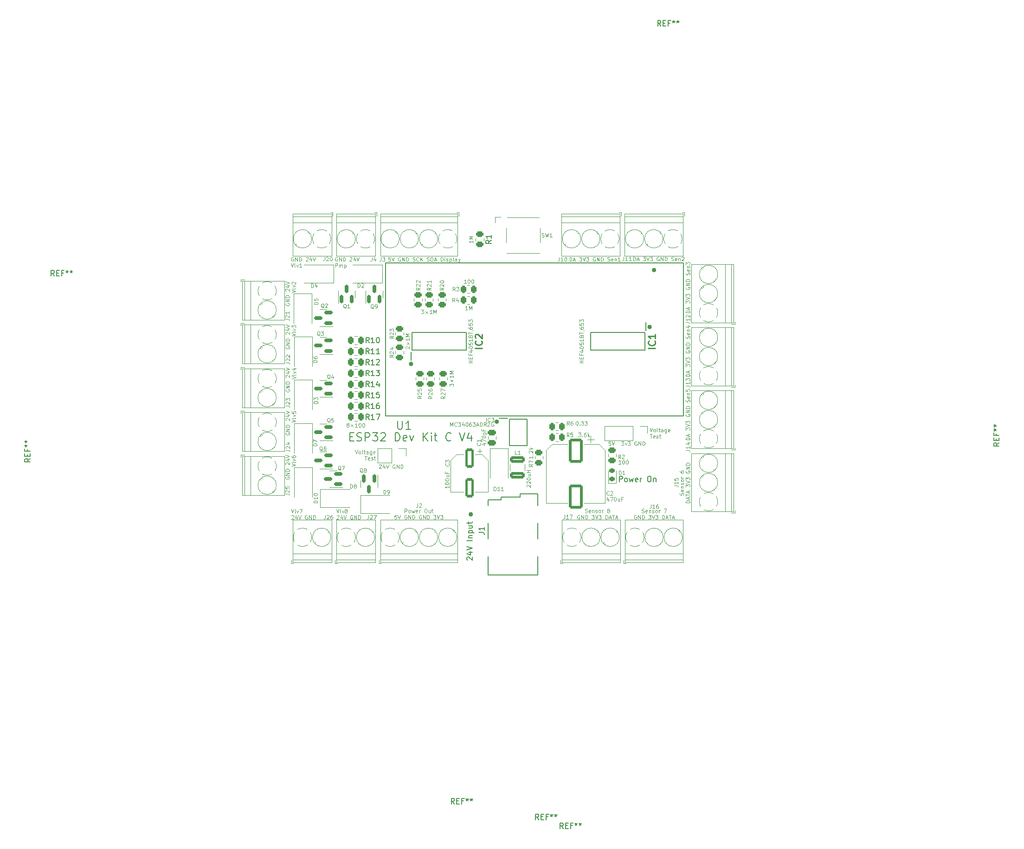
<source format=gto>
G04 #@! TF.GenerationSoftware,KiCad,Pcbnew,(6.0.2)*
G04 #@! TF.CreationDate,2022-07-26T11:38:03+02:00*
G04 #@! TF.ProjectId,PCB_Layout_MOSFET,5043425f-4c61-4796-9f75-745f4d4f5346,rev?*
G04 #@! TF.SameCoordinates,Original*
G04 #@! TF.FileFunction,Legend,Top*
G04 #@! TF.FilePolarity,Positive*
%FSLAX46Y46*%
G04 Gerber Fmt 4.6, Leading zero omitted, Abs format (unit mm)*
G04 Created by KiCad (PCBNEW (6.0.2)) date 2022-07-26 11:38:03*
%MOMM*%
%LPD*%
G01*
G04 APERTURE LIST*
G04 Aperture macros list*
%AMRoundRect*
0 Rectangle with rounded corners*
0 $1 Rounding radius*
0 $2 $3 $4 $5 $6 $7 $8 $9 X,Y pos of 4 corners*
0 Add a 4 corners polygon primitive as box body*
4,1,4,$2,$3,$4,$5,$6,$7,$8,$9,$2,$3,0*
0 Add four circle primitives for the rounded corners*
1,1,$1+$1,$2,$3*
1,1,$1+$1,$4,$5*
1,1,$1+$1,$6,$7*
1,1,$1+$1,$8,$9*
0 Add four rect primitives between the rounded corners*
20,1,$1+$1,$2,$3,$4,$5,0*
20,1,$1+$1,$4,$5,$6,$7,0*
20,1,$1+$1,$6,$7,$8,$9,0*
20,1,$1+$1,$8,$9,$2,$3,0*%
G04 Aperture macros list end*
%ADD10C,0.391228*%
%ADD11C,0.100000*%
%ADD12C,0.150000*%
%ADD13C,0.200000*%
%ADD14C,0.254000*%
%ADD15C,0.120000*%
%ADD16C,0.127000*%
%ADD17C,0.400000*%
%ADD18R,1.700000X1.700000*%
%ADD19O,1.700000X1.700000*%
%ADD20C,2.500000*%
%ADD21C,1.700000*%
%ADD22C,1.800000*%
%ADD23R,2.400000X2.800000*%
%ADD24R,2.400000X2.400000*%
%ADD25C,2.400000*%
%ADD26RoundRect,0.250000X0.450000X-0.262500X0.450000X0.262500X-0.450000X0.262500X-0.450000X-0.262500X0*%
%ADD27RoundRect,0.150000X0.150000X-0.587500X0.150000X0.587500X-0.150000X0.587500X-0.150000X-0.587500X0*%
%ADD28RoundRect,0.250000X-0.262500X-0.450000X0.262500X-0.450000X0.262500X0.450000X-0.262500X0.450000X0*%
%ADD29RoundRect,0.250000X0.262500X0.450000X-0.262500X0.450000X-0.262500X-0.450000X0.262500X-0.450000X0*%
%ADD30R,0.700000X1.550000*%
%ADD31R,1.800000X2.500000*%
%ADD32RoundRect,0.250000X-0.550000X1.500000X-0.550000X-1.500000X0.550000X-1.500000X0.550000X1.500000X0*%
%ADD33RoundRect,0.250000X-0.450000X0.262500X-0.450000X-0.262500X0.450000X-0.262500X0.450000X0.262500X0*%
%ADD34R,2.500000X1.800000*%
%ADD35RoundRect,0.150000X0.587500X0.150000X-0.587500X0.150000X-0.587500X-0.150000X0.587500X-0.150000X0*%
%ADD36R,1.560000X1.560000*%
%ADD37C,1.560000*%
%ADD38RoundRect,0.150000X-0.150000X0.587500X-0.150000X-0.587500X0.150000X-0.587500X0.150000X0.587500X0*%
%ADD39RoundRect,0.250000X-1.000000X1.950000X-1.000000X-1.950000X1.000000X-1.950000X1.000000X1.950000X0*%
%ADD40RoundRect,0.250000X-0.475000X0.250000X-0.475000X-0.250000X0.475000X-0.250000X0.475000X0.250000X0*%
%ADD41R,1.525000X0.700000*%
%ADD42RoundRect,0.218750X0.256250X-0.218750X0.256250X0.218750X-0.256250X0.218750X-0.256250X-0.218750X0*%
%ADD43R,1.600000X1.400000*%
%ADD44RoundRect,0.250000X1.075000X-0.375000X1.075000X0.375000X-1.075000X0.375000X-1.075000X-0.375000X0*%
G04 APERTURE END LIST*
D10*
X132995614Y-84600000D02*
G75*
G03*
X132995614Y-84600000I-195614J0D01*
G01*
X105095614Y-101883772D02*
G75*
G03*
X105095614Y-101883772I-195614J0D01*
G01*
X133795614Y-74200000D02*
G75*
G03*
X133795614Y-74200000I-195614J0D01*
G01*
X89445614Y-91350000D02*
G75*
G03*
X89445614Y-91350000I-195614J0D01*
G01*
D11*
X75798333Y-71886500D02*
X75731666Y-71853166D01*
X75631666Y-71853166D01*
X75531666Y-71886500D01*
X75465000Y-71953166D01*
X75431666Y-72019833D01*
X75398333Y-72153166D01*
X75398333Y-72253166D01*
X75431666Y-72386500D01*
X75465000Y-72453166D01*
X75531666Y-72519833D01*
X75631666Y-72553166D01*
X75698333Y-72553166D01*
X75798333Y-72519833D01*
X75831666Y-72486500D01*
X75831666Y-72253166D01*
X75698333Y-72253166D01*
X76131666Y-72553166D02*
X76131666Y-71853166D01*
X76531666Y-72553166D01*
X76531666Y-71853166D01*
X76865000Y-72553166D02*
X76865000Y-71853166D01*
X77031666Y-71853166D01*
X77131666Y-71886500D01*
X77198333Y-71953166D01*
X77231666Y-72019833D01*
X77265000Y-72153166D01*
X77265000Y-72253166D01*
X77231666Y-72386500D01*
X77198333Y-72453166D01*
X77131666Y-72519833D01*
X77031666Y-72553166D01*
X76865000Y-72553166D01*
X78065000Y-71919833D02*
X78098333Y-71886500D01*
X78165000Y-71853166D01*
X78331666Y-71853166D01*
X78398333Y-71886500D01*
X78431666Y-71919833D01*
X78465000Y-71986500D01*
X78465000Y-72053166D01*
X78431666Y-72153166D01*
X78031666Y-72553166D01*
X78465000Y-72553166D01*
X79065000Y-72086500D02*
X79065000Y-72553166D01*
X78898333Y-71819833D02*
X78731666Y-72319833D01*
X79165000Y-72319833D01*
X79331666Y-71853166D02*
X79565000Y-72553166D01*
X79798333Y-71853166D01*
X75431666Y-73680166D02*
X75431666Y-72980166D01*
X75698333Y-72980166D01*
X75765000Y-73013500D01*
X75798333Y-73046833D01*
X75831666Y-73113500D01*
X75831666Y-73213500D01*
X75798333Y-73280166D01*
X75765000Y-73313500D01*
X75698333Y-73346833D01*
X75431666Y-73346833D01*
X76131666Y-73680166D02*
X76131666Y-73213500D01*
X76131666Y-73280166D02*
X76165000Y-73246833D01*
X76231666Y-73213500D01*
X76331666Y-73213500D01*
X76398333Y-73246833D01*
X76431666Y-73313500D01*
X76431666Y-73680166D01*
X76431666Y-73313500D02*
X76465000Y-73246833D01*
X76531666Y-73213500D01*
X76631666Y-73213500D01*
X76698333Y-73246833D01*
X76731666Y-73313500D01*
X76731666Y-73680166D01*
X77065000Y-73213500D02*
X77065000Y-73913500D01*
X77065000Y-73246833D02*
X77131666Y-73213500D01*
X77265000Y-73213500D01*
X77331666Y-73246833D01*
X77365000Y-73280166D01*
X77398333Y-73346833D01*
X77398333Y-73546833D01*
X77365000Y-73613500D01*
X77331666Y-73646833D01*
X77265000Y-73680166D01*
X77131666Y-73680166D01*
X77065000Y-73646833D01*
X110433333Y-113830000D02*
X110400000Y-113796666D01*
X110366666Y-113730000D01*
X110366666Y-113563333D01*
X110400000Y-113496666D01*
X110433333Y-113463333D01*
X110500000Y-113430000D01*
X110566666Y-113430000D01*
X110666666Y-113463333D01*
X111066666Y-113863333D01*
X111066666Y-113430000D01*
X110433333Y-113163333D02*
X110400000Y-113130000D01*
X110366666Y-113063333D01*
X110366666Y-112896666D01*
X110400000Y-112830000D01*
X110433333Y-112796666D01*
X110500000Y-112763333D01*
X110566666Y-112763333D01*
X110666666Y-112796666D01*
X111066666Y-113196666D01*
X111066666Y-112763333D01*
X110366666Y-112330000D02*
X110366666Y-112263333D01*
X110400000Y-112196666D01*
X110433333Y-112163333D01*
X110500000Y-112130000D01*
X110633333Y-112096666D01*
X110800000Y-112096666D01*
X110933333Y-112130000D01*
X111000000Y-112163333D01*
X111033333Y-112196666D01*
X111066666Y-112263333D01*
X111066666Y-112330000D01*
X111033333Y-112396666D01*
X111000000Y-112430000D01*
X110933333Y-112463333D01*
X110800000Y-112496666D01*
X110633333Y-112496666D01*
X110500000Y-112463333D01*
X110433333Y-112430000D01*
X110400000Y-112396666D01*
X110366666Y-112330000D01*
X110600000Y-111496666D02*
X111066666Y-111496666D01*
X110600000Y-111796666D02*
X110966666Y-111796666D01*
X111033333Y-111763333D01*
X111066666Y-111696666D01*
X111066666Y-111596666D01*
X111033333Y-111530000D01*
X111000000Y-111496666D01*
X111066666Y-111163333D02*
X110366666Y-111163333D01*
X110700000Y-111163333D02*
X110700000Y-110763333D01*
X111066666Y-110763333D02*
X110366666Y-110763333D01*
X85465000Y-71866666D02*
X85131666Y-71866666D01*
X85098333Y-72200000D01*
X85131666Y-72166666D01*
X85198333Y-72133333D01*
X85365000Y-72133333D01*
X85431666Y-72166666D01*
X85465000Y-72200000D01*
X85498333Y-72266666D01*
X85498333Y-72433333D01*
X85465000Y-72500000D01*
X85431666Y-72533333D01*
X85365000Y-72566666D01*
X85198333Y-72566666D01*
X85131666Y-72533333D01*
X85098333Y-72500000D01*
X85698333Y-71866666D02*
X85931666Y-72566666D01*
X86165000Y-71866666D01*
X87298333Y-71900000D02*
X87231666Y-71866666D01*
X87131666Y-71866666D01*
X87031666Y-71900000D01*
X86965000Y-71966666D01*
X86931666Y-72033333D01*
X86898333Y-72166666D01*
X86898333Y-72266666D01*
X86931666Y-72400000D01*
X86965000Y-72466666D01*
X87031666Y-72533333D01*
X87131666Y-72566666D01*
X87198333Y-72566666D01*
X87298333Y-72533333D01*
X87331666Y-72500000D01*
X87331666Y-72266666D01*
X87198333Y-72266666D01*
X87631666Y-72566666D02*
X87631666Y-71866666D01*
X88031666Y-72566666D01*
X88031666Y-71866666D01*
X88365000Y-72566666D02*
X88365000Y-71866666D01*
X88531666Y-71866666D01*
X88631666Y-71900000D01*
X88698333Y-71966666D01*
X88731666Y-72033333D01*
X88765000Y-72166666D01*
X88765000Y-72266666D01*
X88731666Y-72400000D01*
X88698333Y-72466666D01*
X88631666Y-72533333D01*
X88531666Y-72566666D01*
X88365000Y-72566666D01*
X89565000Y-72533333D02*
X89665000Y-72566666D01*
X89831666Y-72566666D01*
X89898333Y-72533333D01*
X89931666Y-72500000D01*
X89965000Y-72433333D01*
X89965000Y-72366666D01*
X89931666Y-72300000D01*
X89898333Y-72266666D01*
X89831666Y-72233333D01*
X89698333Y-72200000D01*
X89631666Y-72166666D01*
X89598333Y-72133333D01*
X89565000Y-72066666D01*
X89565000Y-72000000D01*
X89598333Y-71933333D01*
X89631666Y-71900000D01*
X89698333Y-71866666D01*
X89865000Y-71866666D01*
X89965000Y-71900000D01*
X90665000Y-72500000D02*
X90631666Y-72533333D01*
X90531666Y-72566666D01*
X90465000Y-72566666D01*
X90365000Y-72533333D01*
X90298333Y-72466666D01*
X90265000Y-72400000D01*
X90231666Y-72266666D01*
X90231666Y-72166666D01*
X90265000Y-72033333D01*
X90298333Y-71966666D01*
X90365000Y-71900000D01*
X90465000Y-71866666D01*
X90531666Y-71866666D01*
X90631666Y-71900000D01*
X90665000Y-71933333D01*
X90965000Y-72566666D02*
X90965000Y-71866666D01*
X91365000Y-72566666D02*
X91065000Y-72166666D01*
X91365000Y-71866666D02*
X90965000Y-72266666D01*
X92165000Y-72533333D02*
X92265000Y-72566666D01*
X92431666Y-72566666D01*
X92498333Y-72533333D01*
X92531666Y-72500000D01*
X92565000Y-72433333D01*
X92565000Y-72366666D01*
X92531666Y-72300000D01*
X92498333Y-72266666D01*
X92431666Y-72233333D01*
X92298333Y-72200000D01*
X92231666Y-72166666D01*
X92198333Y-72133333D01*
X92165000Y-72066666D01*
X92165000Y-72000000D01*
X92198333Y-71933333D01*
X92231666Y-71900000D01*
X92298333Y-71866666D01*
X92465000Y-71866666D01*
X92565000Y-71900000D01*
X92865000Y-72566666D02*
X92865000Y-71866666D01*
X93031666Y-71866666D01*
X93131666Y-71900000D01*
X93198333Y-71966666D01*
X93231666Y-72033333D01*
X93265000Y-72166666D01*
X93265000Y-72266666D01*
X93231666Y-72400000D01*
X93198333Y-72466666D01*
X93131666Y-72533333D01*
X93031666Y-72566666D01*
X92865000Y-72566666D01*
X93531666Y-72366666D02*
X93865000Y-72366666D01*
X93465000Y-72566666D02*
X93698333Y-71866666D01*
X93931666Y-72566666D01*
X94698333Y-72566666D02*
X94698333Y-71866666D01*
X94865000Y-71866666D01*
X94965000Y-71900000D01*
X95031666Y-71966666D01*
X95065000Y-72033333D01*
X95098333Y-72166666D01*
X95098333Y-72266666D01*
X95065000Y-72400000D01*
X95031666Y-72466666D01*
X94965000Y-72533333D01*
X94865000Y-72566666D01*
X94698333Y-72566666D01*
X95398333Y-72566666D02*
X95398333Y-72100000D01*
X95398333Y-71866666D02*
X95365000Y-71900000D01*
X95398333Y-71933333D01*
X95431666Y-71900000D01*
X95398333Y-71866666D01*
X95398333Y-71933333D01*
X95698333Y-72533333D02*
X95765000Y-72566666D01*
X95898333Y-72566666D01*
X95965000Y-72533333D01*
X95998333Y-72466666D01*
X95998333Y-72433333D01*
X95965000Y-72366666D01*
X95898333Y-72333333D01*
X95798333Y-72333333D01*
X95731666Y-72300000D01*
X95698333Y-72233333D01*
X95698333Y-72200000D01*
X95731666Y-72133333D01*
X95798333Y-72100000D01*
X95898333Y-72100000D01*
X95965000Y-72133333D01*
X96298333Y-72100000D02*
X96298333Y-72800000D01*
X96298333Y-72133333D02*
X96365000Y-72100000D01*
X96498333Y-72100000D01*
X96565000Y-72133333D01*
X96598333Y-72166666D01*
X96631666Y-72233333D01*
X96631666Y-72433333D01*
X96598333Y-72500000D01*
X96565000Y-72533333D01*
X96498333Y-72566666D01*
X96365000Y-72566666D01*
X96298333Y-72533333D01*
X97031666Y-72566666D02*
X96965000Y-72533333D01*
X96931666Y-72466666D01*
X96931666Y-71866666D01*
X97598333Y-72566666D02*
X97598333Y-72200000D01*
X97565000Y-72133333D01*
X97498333Y-72100000D01*
X97365000Y-72100000D01*
X97298333Y-72133333D01*
X97598333Y-72533333D02*
X97531666Y-72566666D01*
X97365000Y-72566666D01*
X97298333Y-72533333D01*
X97265000Y-72466666D01*
X97265000Y-72400000D01*
X97298333Y-72333333D01*
X97365000Y-72300000D01*
X97531666Y-72300000D01*
X97598333Y-72266666D01*
X97865000Y-72100000D02*
X98031666Y-72566666D01*
X98198333Y-72100000D02*
X98031666Y-72566666D01*
X97965000Y-72733333D01*
X97931666Y-72766666D01*
X97865000Y-72800000D01*
X118181666Y-72566666D02*
X118181666Y-71866666D01*
X118348333Y-71866666D01*
X118448333Y-71900000D01*
X118515000Y-71966666D01*
X118548333Y-72033333D01*
X118581666Y-72166666D01*
X118581666Y-72266666D01*
X118548333Y-72400000D01*
X118515000Y-72466666D01*
X118448333Y-72533333D01*
X118348333Y-72566666D01*
X118181666Y-72566666D01*
X118848333Y-72366666D02*
X119181666Y-72366666D01*
X118781666Y-72566666D02*
X119015000Y-71866666D01*
X119248333Y-72566666D01*
X119948333Y-71866666D02*
X120381666Y-71866666D01*
X120148333Y-72133333D01*
X120248333Y-72133333D01*
X120315000Y-72166666D01*
X120348333Y-72200000D01*
X120381666Y-72266666D01*
X120381666Y-72433333D01*
X120348333Y-72500000D01*
X120315000Y-72533333D01*
X120248333Y-72566666D01*
X120048333Y-72566666D01*
X119981666Y-72533333D01*
X119948333Y-72500000D01*
X120581666Y-71866666D02*
X120815000Y-72566666D01*
X121048333Y-71866666D01*
X121215000Y-71866666D02*
X121648333Y-71866666D01*
X121415000Y-72133333D01*
X121515000Y-72133333D01*
X121581666Y-72166666D01*
X121615000Y-72200000D01*
X121648333Y-72266666D01*
X121648333Y-72433333D01*
X121615000Y-72500000D01*
X121581666Y-72533333D01*
X121515000Y-72566666D01*
X121315000Y-72566666D01*
X121248333Y-72533333D01*
X121215000Y-72500000D01*
X122848333Y-71900000D02*
X122781666Y-71866666D01*
X122681666Y-71866666D01*
X122581666Y-71900000D01*
X122515000Y-71966666D01*
X122481666Y-72033333D01*
X122448333Y-72166666D01*
X122448333Y-72266666D01*
X122481666Y-72400000D01*
X122515000Y-72466666D01*
X122581666Y-72533333D01*
X122681666Y-72566666D01*
X122748333Y-72566666D01*
X122848333Y-72533333D01*
X122881666Y-72500000D01*
X122881666Y-72266666D01*
X122748333Y-72266666D01*
X123181666Y-72566666D02*
X123181666Y-71866666D01*
X123581666Y-72566666D01*
X123581666Y-71866666D01*
X123915000Y-72566666D02*
X123915000Y-71866666D01*
X124081666Y-71866666D01*
X124181666Y-71900000D01*
X124248333Y-71966666D01*
X124281666Y-72033333D01*
X124315000Y-72166666D01*
X124315000Y-72266666D01*
X124281666Y-72400000D01*
X124248333Y-72466666D01*
X124181666Y-72533333D01*
X124081666Y-72566666D01*
X123915000Y-72566666D01*
X125115000Y-72533333D02*
X125215000Y-72566666D01*
X125381666Y-72566666D01*
X125448333Y-72533333D01*
X125481666Y-72500000D01*
X125515000Y-72433333D01*
X125515000Y-72366666D01*
X125481666Y-72300000D01*
X125448333Y-72266666D01*
X125381666Y-72233333D01*
X125248333Y-72200000D01*
X125181666Y-72166666D01*
X125148333Y-72133333D01*
X125115000Y-72066666D01*
X125115000Y-72000000D01*
X125148333Y-71933333D01*
X125181666Y-71900000D01*
X125248333Y-71866666D01*
X125415000Y-71866666D01*
X125515000Y-71900000D01*
X126081666Y-72533333D02*
X126015000Y-72566666D01*
X125881666Y-72566666D01*
X125815000Y-72533333D01*
X125781666Y-72466666D01*
X125781666Y-72200000D01*
X125815000Y-72133333D01*
X125881666Y-72100000D01*
X126015000Y-72100000D01*
X126081666Y-72133333D01*
X126115000Y-72200000D01*
X126115000Y-72266666D01*
X125781666Y-72333333D01*
X126415000Y-72100000D02*
X126415000Y-72566666D01*
X126415000Y-72166666D02*
X126448333Y-72133333D01*
X126515000Y-72100000D01*
X126615000Y-72100000D01*
X126681666Y-72133333D01*
X126715000Y-72200000D01*
X126715000Y-72566666D01*
X127415000Y-72566666D02*
X127015000Y-72566666D01*
X127215000Y-72566666D02*
X127215000Y-71866666D01*
X127148333Y-71966666D01*
X127081666Y-72033333D01*
X127015000Y-72066666D01*
X67381666Y-117853166D02*
X67615000Y-118553166D01*
X67848333Y-117853166D01*
X68181666Y-118553166D02*
X68115000Y-118519833D01*
X68081666Y-118453166D01*
X68081666Y-117853166D01*
X68381666Y-118086500D02*
X68548333Y-118553166D01*
X68715000Y-118086500D01*
X68915000Y-117853166D02*
X69381666Y-117853166D01*
X69081666Y-118553166D01*
X67448333Y-119046833D02*
X67481666Y-119013500D01*
X67548333Y-118980166D01*
X67715000Y-118980166D01*
X67781666Y-119013500D01*
X67815000Y-119046833D01*
X67848333Y-119113500D01*
X67848333Y-119180166D01*
X67815000Y-119280166D01*
X67415000Y-119680166D01*
X67848333Y-119680166D01*
X68448333Y-119213500D02*
X68448333Y-119680166D01*
X68281666Y-118946833D02*
X68115000Y-119446833D01*
X68548333Y-119446833D01*
X68715000Y-118980166D02*
X68948333Y-119680166D01*
X69181666Y-118980166D01*
X70315000Y-119013500D02*
X70248333Y-118980166D01*
X70148333Y-118980166D01*
X70048333Y-119013500D01*
X69981666Y-119080166D01*
X69948333Y-119146833D01*
X69915000Y-119280166D01*
X69915000Y-119380166D01*
X69948333Y-119513500D01*
X69981666Y-119580166D01*
X70048333Y-119646833D01*
X70148333Y-119680166D01*
X70215000Y-119680166D01*
X70315000Y-119646833D01*
X70348333Y-119613500D01*
X70348333Y-119380166D01*
X70215000Y-119380166D01*
X70648333Y-119680166D02*
X70648333Y-118980166D01*
X71048333Y-119680166D01*
X71048333Y-118980166D01*
X71381666Y-119680166D02*
X71381666Y-118980166D01*
X71548333Y-118980166D01*
X71648333Y-119013500D01*
X71715000Y-119080166D01*
X71748333Y-119146833D01*
X71781666Y-119280166D01*
X71781666Y-119380166D01*
X71748333Y-119513500D01*
X71715000Y-119580166D01*
X71648333Y-119646833D01*
X71548333Y-119680166D01*
X71381666Y-119680166D01*
X66426500Y-103931666D02*
X66393166Y-103998333D01*
X66393166Y-104098333D01*
X66426500Y-104198333D01*
X66493166Y-104265000D01*
X66559833Y-104298333D01*
X66693166Y-104331666D01*
X66793166Y-104331666D01*
X66926500Y-104298333D01*
X66993166Y-104265000D01*
X67059833Y-104198333D01*
X67093166Y-104098333D01*
X67093166Y-104031666D01*
X67059833Y-103931666D01*
X67026500Y-103898333D01*
X66793166Y-103898333D01*
X66793166Y-104031666D01*
X67093166Y-103598333D02*
X66393166Y-103598333D01*
X67093166Y-103198333D01*
X66393166Y-103198333D01*
X67093166Y-102865000D02*
X66393166Y-102865000D01*
X66393166Y-102698333D01*
X66426500Y-102598333D01*
X66493166Y-102531666D01*
X66559833Y-102498333D01*
X66693166Y-102465000D01*
X66793166Y-102465000D01*
X66926500Y-102498333D01*
X66993166Y-102531666D01*
X67059833Y-102598333D01*
X67093166Y-102698333D01*
X67093166Y-102865000D01*
X66459833Y-101665000D02*
X66426500Y-101631666D01*
X66393166Y-101565000D01*
X66393166Y-101398333D01*
X66426500Y-101331666D01*
X66459833Y-101298333D01*
X66526500Y-101265000D01*
X66593166Y-101265000D01*
X66693166Y-101298333D01*
X67093166Y-101698333D01*
X67093166Y-101265000D01*
X66626500Y-100665000D02*
X67093166Y-100665000D01*
X66359833Y-100831666D02*
X66859833Y-100998333D01*
X66859833Y-100565000D01*
X66393166Y-100398333D02*
X67093166Y-100165000D01*
X66393166Y-99931666D01*
X67520166Y-101965000D02*
X68220166Y-101731666D01*
X67520166Y-101498333D01*
X68220166Y-101165000D02*
X68186833Y-101231666D01*
X68120166Y-101265000D01*
X67520166Y-101265000D01*
X67753500Y-100965000D02*
X68220166Y-100798333D01*
X67753500Y-100631666D01*
X67520166Y-100031666D02*
X67520166Y-100365000D01*
X67853500Y-100398333D01*
X67820166Y-100365000D01*
X67786833Y-100298333D01*
X67786833Y-100131666D01*
X67820166Y-100065000D01*
X67853500Y-100031666D01*
X67920166Y-99998333D01*
X68086833Y-99998333D01*
X68153500Y-100031666D01*
X68186833Y-100065000D01*
X68220166Y-100131666D01*
X68220166Y-100298333D01*
X68186833Y-100365000D01*
X68153500Y-100398333D01*
D12*
X127266666Y-112852380D02*
X127266666Y-111852380D01*
X127647619Y-111852380D01*
X127742857Y-111900000D01*
X127790476Y-111947619D01*
X127838095Y-112042857D01*
X127838095Y-112185714D01*
X127790476Y-112280952D01*
X127742857Y-112328571D01*
X127647619Y-112376190D01*
X127266666Y-112376190D01*
X128409523Y-112852380D02*
X128314285Y-112804761D01*
X128266666Y-112757142D01*
X128219047Y-112661904D01*
X128219047Y-112376190D01*
X128266666Y-112280952D01*
X128314285Y-112233333D01*
X128409523Y-112185714D01*
X128552380Y-112185714D01*
X128647619Y-112233333D01*
X128695238Y-112280952D01*
X128742857Y-112376190D01*
X128742857Y-112661904D01*
X128695238Y-112757142D01*
X128647619Y-112804761D01*
X128552380Y-112852380D01*
X128409523Y-112852380D01*
X129076190Y-112185714D02*
X129266666Y-112852380D01*
X129457142Y-112376190D01*
X129647619Y-112852380D01*
X129838095Y-112185714D01*
X130600000Y-112804761D02*
X130504761Y-112852380D01*
X130314285Y-112852380D01*
X130219047Y-112804761D01*
X130171428Y-112709523D01*
X130171428Y-112328571D01*
X130219047Y-112233333D01*
X130314285Y-112185714D01*
X130504761Y-112185714D01*
X130600000Y-112233333D01*
X130647619Y-112328571D01*
X130647619Y-112423809D01*
X130171428Y-112519047D01*
X131076190Y-112852380D02*
X131076190Y-112185714D01*
X131076190Y-112376190D02*
X131123809Y-112280952D01*
X131171428Y-112233333D01*
X131266666Y-112185714D01*
X131361904Y-112185714D01*
X132647619Y-111852380D02*
X132838095Y-111852380D01*
X132933333Y-111900000D01*
X133028571Y-111995238D01*
X133076190Y-112185714D01*
X133076190Y-112519047D01*
X133028571Y-112709523D01*
X132933333Y-112804761D01*
X132838095Y-112852380D01*
X132647619Y-112852380D01*
X132552380Y-112804761D01*
X132457142Y-112709523D01*
X132409523Y-112519047D01*
X132409523Y-112185714D01*
X132457142Y-111995238D01*
X132552380Y-111900000D01*
X132647619Y-111852380D01*
X133504761Y-112185714D02*
X133504761Y-112852380D01*
X133504761Y-112280952D02*
X133552380Y-112233333D01*
X133647619Y-112185714D01*
X133790476Y-112185714D01*
X133885714Y-112233333D01*
X133933333Y-112328571D01*
X133933333Y-112852380D01*
D11*
X129831666Y-72516666D02*
X129831666Y-71816666D01*
X129998333Y-71816666D01*
X130098333Y-71850000D01*
X130165000Y-71916666D01*
X130198333Y-71983333D01*
X130231666Y-72116666D01*
X130231666Y-72216666D01*
X130198333Y-72350000D01*
X130165000Y-72416666D01*
X130098333Y-72483333D01*
X129998333Y-72516666D01*
X129831666Y-72516666D01*
X130498333Y-72316666D02*
X130831666Y-72316666D01*
X130431666Y-72516666D02*
X130665000Y-71816666D01*
X130898333Y-72516666D01*
X131598333Y-71816666D02*
X132031666Y-71816666D01*
X131798333Y-72083333D01*
X131898333Y-72083333D01*
X131965000Y-72116666D01*
X131998333Y-72150000D01*
X132031666Y-72216666D01*
X132031666Y-72383333D01*
X131998333Y-72450000D01*
X131965000Y-72483333D01*
X131898333Y-72516666D01*
X131698333Y-72516666D01*
X131631666Y-72483333D01*
X131598333Y-72450000D01*
X132231666Y-71816666D02*
X132465000Y-72516666D01*
X132698333Y-71816666D01*
X132865000Y-71816666D02*
X133298333Y-71816666D01*
X133065000Y-72083333D01*
X133165000Y-72083333D01*
X133231666Y-72116666D01*
X133265000Y-72150000D01*
X133298333Y-72216666D01*
X133298333Y-72383333D01*
X133265000Y-72450000D01*
X133231666Y-72483333D01*
X133165000Y-72516666D01*
X132965000Y-72516666D01*
X132898333Y-72483333D01*
X132865000Y-72450000D01*
X134498333Y-71850000D02*
X134431666Y-71816666D01*
X134331666Y-71816666D01*
X134231666Y-71850000D01*
X134165000Y-71916666D01*
X134131666Y-71983333D01*
X134098333Y-72116666D01*
X134098333Y-72216666D01*
X134131666Y-72350000D01*
X134165000Y-72416666D01*
X134231666Y-72483333D01*
X134331666Y-72516666D01*
X134398333Y-72516666D01*
X134498333Y-72483333D01*
X134531666Y-72450000D01*
X134531666Y-72216666D01*
X134398333Y-72216666D01*
X134831666Y-72516666D02*
X134831666Y-71816666D01*
X135231666Y-72516666D01*
X135231666Y-71816666D01*
X135565000Y-72516666D02*
X135565000Y-71816666D01*
X135731666Y-71816666D01*
X135831666Y-71850000D01*
X135898333Y-71916666D01*
X135931666Y-71983333D01*
X135965000Y-72116666D01*
X135965000Y-72216666D01*
X135931666Y-72350000D01*
X135898333Y-72416666D01*
X135831666Y-72483333D01*
X135731666Y-72516666D01*
X135565000Y-72516666D01*
X136765000Y-72483333D02*
X136865000Y-72516666D01*
X137031666Y-72516666D01*
X137098333Y-72483333D01*
X137131666Y-72450000D01*
X137165000Y-72383333D01*
X137165000Y-72316666D01*
X137131666Y-72250000D01*
X137098333Y-72216666D01*
X137031666Y-72183333D01*
X136898333Y-72150000D01*
X136831666Y-72116666D01*
X136798333Y-72083333D01*
X136765000Y-72016666D01*
X136765000Y-71950000D01*
X136798333Y-71883333D01*
X136831666Y-71850000D01*
X136898333Y-71816666D01*
X137065000Y-71816666D01*
X137165000Y-71850000D01*
X137731666Y-72483333D02*
X137665000Y-72516666D01*
X137531666Y-72516666D01*
X137465000Y-72483333D01*
X137431666Y-72416666D01*
X137431666Y-72150000D01*
X137465000Y-72083333D01*
X137531666Y-72050000D01*
X137665000Y-72050000D01*
X137731666Y-72083333D01*
X137765000Y-72150000D01*
X137765000Y-72216666D01*
X137431666Y-72283333D01*
X138065000Y-72050000D02*
X138065000Y-72516666D01*
X138065000Y-72116666D02*
X138098333Y-72083333D01*
X138165000Y-72050000D01*
X138265000Y-72050000D01*
X138331666Y-72083333D01*
X138365000Y-72150000D01*
X138365000Y-72516666D01*
X138665000Y-71883333D02*
X138698333Y-71850000D01*
X138765000Y-71816666D01*
X138931666Y-71816666D01*
X138998333Y-71850000D01*
X139031666Y-71883333D01*
X139065000Y-71950000D01*
X139065000Y-72016666D01*
X139031666Y-72116666D01*
X138631666Y-72516666D01*
X139065000Y-72516666D01*
X83433333Y-109783333D02*
X83466666Y-109750000D01*
X83533333Y-109716666D01*
X83700000Y-109716666D01*
X83766666Y-109750000D01*
X83800000Y-109783333D01*
X83833333Y-109850000D01*
X83833333Y-109916666D01*
X83800000Y-110016666D01*
X83400000Y-110416666D01*
X83833333Y-110416666D01*
X84433333Y-109950000D02*
X84433333Y-110416666D01*
X84266666Y-109683333D02*
X84100000Y-110183333D01*
X84533333Y-110183333D01*
X84700000Y-109716666D02*
X84933333Y-110416666D01*
X85166666Y-109716666D01*
X86300000Y-109750000D02*
X86233333Y-109716666D01*
X86133333Y-109716666D01*
X86033333Y-109750000D01*
X85966666Y-109816666D01*
X85933333Y-109883333D01*
X85900000Y-110016666D01*
X85900000Y-110116666D01*
X85933333Y-110250000D01*
X85966666Y-110316666D01*
X86033333Y-110383333D01*
X86133333Y-110416666D01*
X86200000Y-110416666D01*
X86300000Y-110383333D01*
X86333333Y-110350000D01*
X86333333Y-110116666D01*
X86200000Y-110116666D01*
X86633333Y-110416666D02*
X86633333Y-109716666D01*
X87033333Y-110416666D01*
X87033333Y-109716666D01*
X87366666Y-110416666D02*
X87366666Y-109716666D01*
X87533333Y-109716666D01*
X87633333Y-109750000D01*
X87700000Y-109816666D01*
X87733333Y-109883333D01*
X87766666Y-110016666D01*
X87766666Y-110116666D01*
X87733333Y-110250000D01*
X87700000Y-110316666D01*
X87633333Y-110383333D01*
X87533333Y-110416666D01*
X87366666Y-110416666D01*
X125290000Y-115920000D02*
X125290000Y-116386666D01*
X125123333Y-115653333D02*
X124956666Y-116153333D01*
X125390000Y-116153333D01*
X125590000Y-115686666D02*
X126056666Y-115686666D01*
X125756666Y-116386666D01*
X126456666Y-115686666D02*
X126523333Y-115686666D01*
X126590000Y-115720000D01*
X126623333Y-115753333D01*
X126656666Y-115820000D01*
X126690000Y-115953333D01*
X126690000Y-116120000D01*
X126656666Y-116253333D01*
X126623333Y-116320000D01*
X126590000Y-116353333D01*
X126523333Y-116386666D01*
X126456666Y-116386666D01*
X126390000Y-116353333D01*
X126356666Y-116320000D01*
X126323333Y-116253333D01*
X126290000Y-116120000D01*
X126290000Y-115953333D01*
X126323333Y-115820000D01*
X126356666Y-115753333D01*
X126390000Y-115720000D01*
X126456666Y-115686666D01*
X127290000Y-115920000D02*
X127290000Y-116386666D01*
X126990000Y-115920000D02*
X126990000Y-116286666D01*
X127023333Y-116353333D01*
X127090000Y-116386666D01*
X127190000Y-116386666D01*
X127256666Y-116353333D01*
X127290000Y-116320000D01*
X127856666Y-116020000D02*
X127623333Y-116020000D01*
X127623333Y-116386666D02*
X127623333Y-115686666D01*
X127956666Y-115686666D01*
X127533333Y-109616666D02*
X127133333Y-109616666D01*
X127333333Y-109616666D02*
X127333333Y-108916666D01*
X127266666Y-109016666D01*
X127200000Y-109083333D01*
X127133333Y-109116666D01*
X127966666Y-108916666D02*
X128033333Y-108916666D01*
X128100000Y-108950000D01*
X128133333Y-108983333D01*
X128166666Y-109050000D01*
X128200000Y-109183333D01*
X128200000Y-109350000D01*
X128166666Y-109483333D01*
X128133333Y-109550000D01*
X128100000Y-109583333D01*
X128033333Y-109616666D01*
X127966666Y-109616666D01*
X127900000Y-109583333D01*
X127866666Y-109550000D01*
X127833333Y-109483333D01*
X127800000Y-109350000D01*
X127800000Y-109183333D01*
X127833333Y-109050000D01*
X127866666Y-108983333D01*
X127900000Y-108950000D01*
X127966666Y-108916666D01*
X128633333Y-108916666D02*
X128700000Y-108916666D01*
X128766666Y-108950000D01*
X128800000Y-108983333D01*
X128833333Y-109050000D01*
X128866666Y-109183333D01*
X128866666Y-109350000D01*
X128833333Y-109483333D01*
X128800000Y-109550000D01*
X128766666Y-109583333D01*
X128700000Y-109616666D01*
X128633333Y-109616666D01*
X128566666Y-109583333D01*
X128533333Y-109550000D01*
X128500000Y-109483333D01*
X128466666Y-109350000D01*
X128466666Y-109183333D01*
X128500000Y-109050000D01*
X128533333Y-108983333D01*
X128566666Y-108950000D01*
X128633333Y-108916666D01*
X79035000Y-107053166D02*
X79268333Y-107753166D01*
X79501666Y-107053166D01*
X79835000Y-107753166D02*
X79768333Y-107719833D01*
X79735000Y-107686500D01*
X79701666Y-107619833D01*
X79701666Y-107419833D01*
X79735000Y-107353166D01*
X79768333Y-107319833D01*
X79835000Y-107286500D01*
X79935000Y-107286500D01*
X80001666Y-107319833D01*
X80035000Y-107353166D01*
X80068333Y-107419833D01*
X80068333Y-107619833D01*
X80035000Y-107686500D01*
X80001666Y-107719833D01*
X79935000Y-107753166D01*
X79835000Y-107753166D01*
X80468333Y-107753166D02*
X80401666Y-107719833D01*
X80368333Y-107653166D01*
X80368333Y-107053166D01*
X80635000Y-107286500D02*
X80901666Y-107286500D01*
X80735000Y-107053166D02*
X80735000Y-107653166D01*
X80768333Y-107719833D01*
X80835000Y-107753166D01*
X80901666Y-107753166D01*
X81435000Y-107753166D02*
X81435000Y-107386500D01*
X81401666Y-107319833D01*
X81335000Y-107286500D01*
X81201666Y-107286500D01*
X81135000Y-107319833D01*
X81435000Y-107719833D02*
X81368333Y-107753166D01*
X81201666Y-107753166D01*
X81135000Y-107719833D01*
X81101666Y-107653166D01*
X81101666Y-107586500D01*
X81135000Y-107519833D01*
X81201666Y-107486500D01*
X81368333Y-107486500D01*
X81435000Y-107453166D01*
X82068333Y-107286500D02*
X82068333Y-107853166D01*
X82035000Y-107919833D01*
X82001666Y-107953166D01*
X81935000Y-107986500D01*
X81835000Y-107986500D01*
X81768333Y-107953166D01*
X82068333Y-107719833D02*
X82001666Y-107753166D01*
X81868333Y-107753166D01*
X81801666Y-107719833D01*
X81768333Y-107686500D01*
X81735000Y-107619833D01*
X81735000Y-107419833D01*
X81768333Y-107353166D01*
X81801666Y-107319833D01*
X81868333Y-107286500D01*
X82001666Y-107286500D01*
X82068333Y-107319833D01*
X82668333Y-107719833D02*
X82601666Y-107753166D01*
X82468333Y-107753166D01*
X82401666Y-107719833D01*
X82368333Y-107653166D01*
X82368333Y-107386500D01*
X82401666Y-107319833D01*
X82468333Y-107286500D01*
X82601666Y-107286500D01*
X82668333Y-107319833D01*
X82701666Y-107386500D01*
X82701666Y-107453166D01*
X82368333Y-107519833D01*
X80801666Y-108180166D02*
X81201666Y-108180166D01*
X81001666Y-108880166D02*
X81001666Y-108180166D01*
X81701666Y-108846833D02*
X81635000Y-108880166D01*
X81501666Y-108880166D01*
X81435000Y-108846833D01*
X81401666Y-108780166D01*
X81401666Y-108513500D01*
X81435000Y-108446833D01*
X81501666Y-108413500D01*
X81635000Y-108413500D01*
X81701666Y-108446833D01*
X81735000Y-108513500D01*
X81735000Y-108580166D01*
X81401666Y-108646833D01*
X82001666Y-108846833D02*
X82068333Y-108880166D01*
X82201666Y-108880166D01*
X82268333Y-108846833D01*
X82301666Y-108780166D01*
X82301666Y-108746833D01*
X82268333Y-108680166D01*
X82201666Y-108646833D01*
X82101666Y-108646833D01*
X82035000Y-108613500D01*
X82001666Y-108546833D01*
X82001666Y-108513500D01*
X82035000Y-108446833D01*
X82101666Y-108413500D01*
X82201666Y-108413500D01*
X82268333Y-108446833D01*
X82501666Y-108413500D02*
X82768333Y-108413500D01*
X82601666Y-108180166D02*
X82601666Y-108780166D01*
X82635000Y-108846833D01*
X82701666Y-108880166D01*
X82768333Y-108880166D01*
X100516666Y-68800000D02*
X100516666Y-69200000D01*
X100516666Y-69000000D02*
X99816666Y-69000000D01*
X99916666Y-69066666D01*
X99983333Y-69133333D01*
X100016666Y-69200000D01*
X100516666Y-68500000D02*
X99816666Y-68500000D01*
X100316666Y-68266666D01*
X99816666Y-68033333D01*
X100516666Y-68033333D01*
X119483333Y-101816666D02*
X119550000Y-101816666D01*
X119616666Y-101850000D01*
X119650000Y-101883333D01*
X119683333Y-101950000D01*
X119716666Y-102083333D01*
X119716666Y-102250000D01*
X119683333Y-102383333D01*
X119650000Y-102450000D01*
X119616666Y-102483333D01*
X119550000Y-102516666D01*
X119483333Y-102516666D01*
X119416666Y-102483333D01*
X119383333Y-102450000D01*
X119350000Y-102383333D01*
X119316666Y-102250000D01*
X119316666Y-102083333D01*
X119350000Y-101950000D01*
X119383333Y-101883333D01*
X119416666Y-101850000D01*
X119483333Y-101816666D01*
X120016666Y-102450000D02*
X120050000Y-102483333D01*
X120016666Y-102516666D01*
X119983333Y-102483333D01*
X120016666Y-102450000D01*
X120016666Y-102516666D01*
X120283333Y-101816666D02*
X120716666Y-101816666D01*
X120483333Y-102083333D01*
X120583333Y-102083333D01*
X120650000Y-102116666D01*
X120683333Y-102150000D01*
X120716666Y-102216666D01*
X120716666Y-102383333D01*
X120683333Y-102450000D01*
X120650000Y-102483333D01*
X120583333Y-102516666D01*
X120383333Y-102516666D01*
X120316666Y-102483333D01*
X120283333Y-102450000D01*
X120950000Y-101816666D02*
X121383333Y-101816666D01*
X121150000Y-102083333D01*
X121250000Y-102083333D01*
X121316666Y-102116666D01*
X121350000Y-102150000D01*
X121383333Y-102216666D01*
X121383333Y-102383333D01*
X121350000Y-102450000D01*
X121316666Y-102483333D01*
X121250000Y-102516666D01*
X121050000Y-102516666D01*
X120983333Y-102483333D01*
X120950000Y-102450000D01*
X125666666Y-105516666D02*
X125333333Y-105516666D01*
X125300000Y-105850000D01*
X125333333Y-105816666D01*
X125400000Y-105783333D01*
X125566666Y-105783333D01*
X125633333Y-105816666D01*
X125666666Y-105850000D01*
X125700000Y-105916666D01*
X125700000Y-106083333D01*
X125666666Y-106150000D01*
X125633333Y-106183333D01*
X125566666Y-106216666D01*
X125400000Y-106216666D01*
X125333333Y-106183333D01*
X125300000Y-106150000D01*
X125900000Y-105516666D02*
X126133333Y-106216666D01*
X126366666Y-105516666D01*
X127600000Y-105516666D02*
X128033333Y-105516666D01*
X127800000Y-105783333D01*
X127900000Y-105783333D01*
X127966666Y-105816666D01*
X128000000Y-105850000D01*
X128033333Y-105916666D01*
X128033333Y-106083333D01*
X128000000Y-106150000D01*
X127966666Y-106183333D01*
X127900000Y-106216666D01*
X127700000Y-106216666D01*
X127633333Y-106183333D01*
X127600000Y-106150000D01*
X128266666Y-105750000D02*
X128433333Y-106216666D01*
X128600000Y-105750000D01*
X128800000Y-105516666D02*
X129233333Y-105516666D01*
X129000000Y-105783333D01*
X129100000Y-105783333D01*
X129166666Y-105816666D01*
X129200000Y-105850000D01*
X129233333Y-105916666D01*
X129233333Y-106083333D01*
X129200000Y-106150000D01*
X129166666Y-106183333D01*
X129100000Y-106216666D01*
X128900000Y-106216666D01*
X128833333Y-106183333D01*
X128800000Y-106150000D01*
X130433333Y-105550000D02*
X130366666Y-105516666D01*
X130266666Y-105516666D01*
X130166666Y-105550000D01*
X130100000Y-105616666D01*
X130066666Y-105683333D01*
X130033333Y-105816666D01*
X130033333Y-105916666D01*
X130066666Y-106050000D01*
X130100000Y-106116666D01*
X130166666Y-106183333D01*
X130266666Y-106216666D01*
X130333333Y-106216666D01*
X130433333Y-106183333D01*
X130466666Y-106150000D01*
X130466666Y-105916666D01*
X130333333Y-105916666D01*
X130766666Y-106216666D02*
X130766666Y-105516666D01*
X131166666Y-106216666D01*
X131166666Y-105516666D01*
X131500000Y-106216666D02*
X131500000Y-105516666D01*
X131666666Y-105516666D01*
X131766666Y-105550000D01*
X131833333Y-105616666D01*
X131866666Y-105683333D01*
X131900000Y-105816666D01*
X131900000Y-105916666D01*
X131866666Y-106050000D01*
X131833333Y-106116666D01*
X131766666Y-106183333D01*
X131666666Y-106216666D01*
X131500000Y-106216666D01*
X100466666Y-91133333D02*
X99766666Y-91133333D01*
X100100000Y-91133333D02*
X100100000Y-90733333D01*
X100466666Y-90733333D02*
X99766666Y-90733333D01*
X100100000Y-90400000D02*
X100100000Y-90166666D01*
X100466666Y-90066666D02*
X100466666Y-90400000D01*
X99766666Y-90400000D01*
X99766666Y-90066666D01*
X100100000Y-89533333D02*
X100100000Y-89766666D01*
X100466666Y-89766666D02*
X99766666Y-89766666D01*
X99766666Y-89433333D01*
X100000000Y-88866666D02*
X100466666Y-88866666D01*
X99733333Y-89033333D02*
X100233333Y-89200000D01*
X100233333Y-88766666D01*
X99766666Y-88366666D02*
X99766666Y-88300000D01*
X99800000Y-88233333D01*
X99833333Y-88200000D01*
X99900000Y-88166666D01*
X100033333Y-88133333D01*
X100200000Y-88133333D01*
X100333333Y-88166666D01*
X100400000Y-88200000D01*
X100433333Y-88233333D01*
X100466666Y-88300000D01*
X100466666Y-88366666D01*
X100433333Y-88433333D01*
X100400000Y-88466666D01*
X100333333Y-88500000D01*
X100200000Y-88533333D01*
X100033333Y-88533333D01*
X99900000Y-88500000D01*
X99833333Y-88466666D01*
X99800000Y-88433333D01*
X99766666Y-88366666D01*
X99766666Y-87500000D02*
X99766666Y-87833333D01*
X100100000Y-87866666D01*
X100066666Y-87833333D01*
X100033333Y-87766666D01*
X100033333Y-87600000D01*
X100066666Y-87533333D01*
X100100000Y-87500000D01*
X100166666Y-87466666D01*
X100333333Y-87466666D01*
X100400000Y-87500000D01*
X100433333Y-87533333D01*
X100466666Y-87600000D01*
X100466666Y-87766666D01*
X100433333Y-87833333D01*
X100400000Y-87866666D01*
X100466666Y-86800000D02*
X100466666Y-87200000D01*
X100466666Y-87000000D02*
X99766666Y-87000000D01*
X99866666Y-87066666D01*
X99933333Y-87133333D01*
X99966666Y-87200000D01*
X100100000Y-86266666D02*
X100133333Y-86166666D01*
X100166666Y-86133333D01*
X100233333Y-86100000D01*
X100333333Y-86100000D01*
X100400000Y-86133333D01*
X100433333Y-86166666D01*
X100466666Y-86233333D01*
X100466666Y-86500000D01*
X99766666Y-86500000D01*
X99766666Y-86266666D01*
X99800000Y-86200000D01*
X99833333Y-86166666D01*
X99900000Y-86133333D01*
X99966666Y-86133333D01*
X100033333Y-86166666D01*
X100066666Y-86200000D01*
X100100000Y-86266666D01*
X100100000Y-86500000D01*
X99766666Y-85900000D02*
X99766666Y-85500000D01*
X100466666Y-85700000D02*
X99766666Y-85700000D01*
X100433333Y-85233333D02*
X100466666Y-85233333D01*
X100533333Y-85266666D01*
X100566666Y-85300000D01*
X99766666Y-84633333D02*
X99766666Y-84766666D01*
X99800000Y-84833333D01*
X99833333Y-84866666D01*
X99933333Y-84933333D01*
X100066666Y-84966666D01*
X100333333Y-84966666D01*
X100400000Y-84933333D01*
X100433333Y-84900000D01*
X100466666Y-84833333D01*
X100466666Y-84700000D01*
X100433333Y-84633333D01*
X100400000Y-84600000D01*
X100333333Y-84566666D01*
X100166666Y-84566666D01*
X100100000Y-84600000D01*
X100066666Y-84633333D01*
X100033333Y-84700000D01*
X100033333Y-84833333D01*
X100066666Y-84900000D01*
X100100000Y-84933333D01*
X100166666Y-84966666D01*
X99766666Y-83933333D02*
X99766666Y-84266666D01*
X100100000Y-84300000D01*
X100066666Y-84266666D01*
X100033333Y-84200000D01*
X100033333Y-84033333D01*
X100066666Y-83966666D01*
X100100000Y-83933333D01*
X100166666Y-83900000D01*
X100333333Y-83900000D01*
X100400000Y-83933333D01*
X100433333Y-83966666D01*
X100466666Y-84033333D01*
X100466666Y-84200000D01*
X100433333Y-84266666D01*
X100400000Y-84300000D01*
X99766666Y-83666666D02*
X99766666Y-83233333D01*
X100033333Y-83466666D01*
X100033333Y-83366666D01*
X100066666Y-83300000D01*
X100100000Y-83266666D01*
X100166666Y-83233333D01*
X100333333Y-83233333D01*
X100400000Y-83266666D01*
X100433333Y-83300000D01*
X100466666Y-83366666D01*
X100466666Y-83566666D01*
X100433333Y-83633333D01*
X100400000Y-83666666D01*
X131366666Y-118469833D02*
X131466666Y-118503166D01*
X131633333Y-118503166D01*
X131700000Y-118469833D01*
X131733333Y-118436500D01*
X131766666Y-118369833D01*
X131766666Y-118303166D01*
X131733333Y-118236500D01*
X131700000Y-118203166D01*
X131633333Y-118169833D01*
X131500000Y-118136500D01*
X131433333Y-118103166D01*
X131400000Y-118069833D01*
X131366666Y-118003166D01*
X131366666Y-117936500D01*
X131400000Y-117869833D01*
X131433333Y-117836500D01*
X131500000Y-117803166D01*
X131666666Y-117803166D01*
X131766666Y-117836500D01*
X132333333Y-118469833D02*
X132266666Y-118503166D01*
X132133333Y-118503166D01*
X132066666Y-118469833D01*
X132033333Y-118403166D01*
X132033333Y-118136500D01*
X132066666Y-118069833D01*
X132133333Y-118036500D01*
X132266666Y-118036500D01*
X132333333Y-118069833D01*
X132366666Y-118136500D01*
X132366666Y-118203166D01*
X132033333Y-118269833D01*
X132666666Y-118036500D02*
X132666666Y-118503166D01*
X132666666Y-118103166D02*
X132700000Y-118069833D01*
X132766666Y-118036500D01*
X132866666Y-118036500D01*
X132933333Y-118069833D01*
X132966666Y-118136500D01*
X132966666Y-118503166D01*
X133266666Y-118469833D02*
X133333333Y-118503166D01*
X133466666Y-118503166D01*
X133533333Y-118469833D01*
X133566666Y-118403166D01*
X133566666Y-118369833D01*
X133533333Y-118303166D01*
X133466666Y-118269833D01*
X133366666Y-118269833D01*
X133300000Y-118236500D01*
X133266666Y-118169833D01*
X133266666Y-118136500D01*
X133300000Y-118069833D01*
X133366666Y-118036500D01*
X133466666Y-118036500D01*
X133533333Y-118069833D01*
X133966666Y-118503166D02*
X133900000Y-118469833D01*
X133866666Y-118436500D01*
X133833333Y-118369833D01*
X133833333Y-118169833D01*
X133866666Y-118103166D01*
X133900000Y-118069833D01*
X133966666Y-118036500D01*
X134066666Y-118036500D01*
X134133333Y-118069833D01*
X134166666Y-118103166D01*
X134200000Y-118169833D01*
X134200000Y-118369833D01*
X134166666Y-118436500D01*
X134133333Y-118469833D01*
X134066666Y-118503166D01*
X133966666Y-118503166D01*
X134500000Y-118503166D02*
X134500000Y-118036500D01*
X134500000Y-118169833D02*
X134533333Y-118103166D01*
X134566666Y-118069833D01*
X134633333Y-118036500D01*
X134700000Y-118036500D01*
X135400000Y-117803166D02*
X135866666Y-117803166D01*
X135566666Y-118503166D01*
X130350000Y-118963500D02*
X130283333Y-118930166D01*
X130183333Y-118930166D01*
X130083333Y-118963500D01*
X130016666Y-119030166D01*
X129983333Y-119096833D01*
X129950000Y-119230166D01*
X129950000Y-119330166D01*
X129983333Y-119463500D01*
X130016666Y-119530166D01*
X130083333Y-119596833D01*
X130183333Y-119630166D01*
X130250000Y-119630166D01*
X130350000Y-119596833D01*
X130383333Y-119563500D01*
X130383333Y-119330166D01*
X130250000Y-119330166D01*
X130683333Y-119630166D02*
X130683333Y-118930166D01*
X131083333Y-119630166D01*
X131083333Y-118930166D01*
X131416666Y-119630166D02*
X131416666Y-118930166D01*
X131583333Y-118930166D01*
X131683333Y-118963500D01*
X131750000Y-119030166D01*
X131783333Y-119096833D01*
X131816666Y-119230166D01*
X131816666Y-119330166D01*
X131783333Y-119463500D01*
X131750000Y-119530166D01*
X131683333Y-119596833D01*
X131583333Y-119630166D01*
X131416666Y-119630166D01*
X132583333Y-118930166D02*
X133016666Y-118930166D01*
X132783333Y-119196833D01*
X132883333Y-119196833D01*
X132950000Y-119230166D01*
X132983333Y-119263500D01*
X133016666Y-119330166D01*
X133016666Y-119496833D01*
X132983333Y-119563500D01*
X132950000Y-119596833D01*
X132883333Y-119630166D01*
X132683333Y-119630166D01*
X132616666Y-119596833D01*
X132583333Y-119563500D01*
X133216666Y-118930166D02*
X133450000Y-119630166D01*
X133683333Y-118930166D01*
X133850000Y-118930166D02*
X134283333Y-118930166D01*
X134050000Y-119196833D01*
X134150000Y-119196833D01*
X134216666Y-119230166D01*
X134250000Y-119263500D01*
X134283333Y-119330166D01*
X134283333Y-119496833D01*
X134250000Y-119563500D01*
X134216666Y-119596833D01*
X134150000Y-119630166D01*
X133950000Y-119630166D01*
X133883333Y-119596833D01*
X133850000Y-119563500D01*
X135116666Y-119630166D02*
X135116666Y-118930166D01*
X135283333Y-118930166D01*
X135383333Y-118963500D01*
X135450000Y-119030166D01*
X135483333Y-119096833D01*
X135516666Y-119230166D01*
X135516666Y-119330166D01*
X135483333Y-119463500D01*
X135450000Y-119530166D01*
X135383333Y-119596833D01*
X135283333Y-119630166D01*
X135116666Y-119630166D01*
X135783333Y-119430166D02*
X136116666Y-119430166D01*
X135716666Y-119630166D02*
X135950000Y-118930166D01*
X136183333Y-119630166D01*
X136316666Y-118930166D02*
X136716666Y-118930166D01*
X136516666Y-119630166D02*
X136516666Y-118930166D01*
X136916666Y-119430166D02*
X137250000Y-119430166D01*
X136850000Y-119630166D02*
X137083333Y-118930166D01*
X137316666Y-119630166D01*
X140116666Y-93600000D02*
X139416666Y-93600000D01*
X139416666Y-93433333D01*
X139450000Y-93333333D01*
X139516666Y-93266666D01*
X139583333Y-93233333D01*
X139716666Y-93200000D01*
X139816666Y-93200000D01*
X139950000Y-93233333D01*
X140016666Y-93266666D01*
X140083333Y-93333333D01*
X140116666Y-93433333D01*
X140116666Y-93600000D01*
X139916666Y-92933333D02*
X139916666Y-92600000D01*
X140116666Y-93000000D02*
X139416666Y-92766666D01*
X140116666Y-92533333D01*
X139416666Y-91833333D02*
X139416666Y-91400000D01*
X139683333Y-91633333D01*
X139683333Y-91533333D01*
X139716666Y-91466666D01*
X139750000Y-91433333D01*
X139816666Y-91400000D01*
X139983333Y-91400000D01*
X140050000Y-91433333D01*
X140083333Y-91466666D01*
X140116666Y-91533333D01*
X140116666Y-91733333D01*
X140083333Y-91800000D01*
X140050000Y-91833333D01*
X139416666Y-91200000D02*
X140116666Y-90966666D01*
X139416666Y-90733333D01*
X139416666Y-90566666D02*
X139416666Y-90133333D01*
X139683333Y-90366666D01*
X139683333Y-90266666D01*
X139716666Y-90200000D01*
X139750000Y-90166666D01*
X139816666Y-90133333D01*
X139983333Y-90133333D01*
X140050000Y-90166666D01*
X140083333Y-90200000D01*
X140116666Y-90266666D01*
X140116666Y-90466666D01*
X140083333Y-90533333D01*
X140050000Y-90566666D01*
X139450000Y-88933333D02*
X139416666Y-89000000D01*
X139416666Y-89100000D01*
X139450000Y-89200000D01*
X139516666Y-89266666D01*
X139583333Y-89300000D01*
X139716666Y-89333333D01*
X139816666Y-89333333D01*
X139950000Y-89300000D01*
X140016666Y-89266666D01*
X140083333Y-89200000D01*
X140116666Y-89100000D01*
X140116666Y-89033333D01*
X140083333Y-88933333D01*
X140050000Y-88900000D01*
X139816666Y-88900000D01*
X139816666Y-89033333D01*
X140116666Y-88600000D02*
X139416666Y-88600000D01*
X140116666Y-88200000D01*
X139416666Y-88200000D01*
X140116666Y-87866666D02*
X139416666Y-87866666D01*
X139416666Y-87700000D01*
X139450000Y-87600000D01*
X139516666Y-87533333D01*
X139583333Y-87500000D01*
X139716666Y-87466666D01*
X139816666Y-87466666D01*
X139950000Y-87500000D01*
X140016666Y-87533333D01*
X140083333Y-87600000D01*
X140116666Y-87700000D01*
X140116666Y-87866666D01*
X140083333Y-86666666D02*
X140116666Y-86566666D01*
X140116666Y-86400000D01*
X140083333Y-86333333D01*
X140050000Y-86300000D01*
X139983333Y-86266666D01*
X139916666Y-86266666D01*
X139850000Y-86300000D01*
X139816666Y-86333333D01*
X139783333Y-86400000D01*
X139750000Y-86533333D01*
X139716666Y-86600000D01*
X139683333Y-86633333D01*
X139616666Y-86666666D01*
X139550000Y-86666666D01*
X139483333Y-86633333D01*
X139450000Y-86600000D01*
X139416666Y-86533333D01*
X139416666Y-86366666D01*
X139450000Y-86266666D01*
X140083333Y-85700000D02*
X140116666Y-85766666D01*
X140116666Y-85900000D01*
X140083333Y-85966666D01*
X140016666Y-86000000D01*
X139750000Y-86000000D01*
X139683333Y-85966666D01*
X139650000Y-85900000D01*
X139650000Y-85766666D01*
X139683333Y-85700000D01*
X139750000Y-85666666D01*
X139816666Y-85666666D01*
X139883333Y-86000000D01*
X139650000Y-85366666D02*
X140116666Y-85366666D01*
X139716666Y-85366666D02*
X139683333Y-85333333D01*
X139650000Y-85266666D01*
X139650000Y-85166666D01*
X139683333Y-85100000D01*
X139750000Y-85066666D01*
X140116666Y-85066666D01*
X139650000Y-84433333D02*
X140116666Y-84433333D01*
X139383333Y-84600000D02*
X139883333Y-84766666D01*
X139883333Y-84333333D01*
X121016666Y-118469833D02*
X121116666Y-118503166D01*
X121283333Y-118503166D01*
X121350000Y-118469833D01*
X121383333Y-118436500D01*
X121416666Y-118369833D01*
X121416666Y-118303166D01*
X121383333Y-118236500D01*
X121350000Y-118203166D01*
X121283333Y-118169833D01*
X121150000Y-118136500D01*
X121083333Y-118103166D01*
X121050000Y-118069833D01*
X121016666Y-118003166D01*
X121016666Y-117936500D01*
X121050000Y-117869833D01*
X121083333Y-117836500D01*
X121150000Y-117803166D01*
X121316666Y-117803166D01*
X121416666Y-117836500D01*
X121983333Y-118469833D02*
X121916666Y-118503166D01*
X121783333Y-118503166D01*
X121716666Y-118469833D01*
X121683333Y-118403166D01*
X121683333Y-118136500D01*
X121716666Y-118069833D01*
X121783333Y-118036500D01*
X121916666Y-118036500D01*
X121983333Y-118069833D01*
X122016666Y-118136500D01*
X122016666Y-118203166D01*
X121683333Y-118269833D01*
X122316666Y-118036500D02*
X122316666Y-118503166D01*
X122316666Y-118103166D02*
X122350000Y-118069833D01*
X122416666Y-118036500D01*
X122516666Y-118036500D01*
X122583333Y-118069833D01*
X122616666Y-118136500D01*
X122616666Y-118503166D01*
X122916666Y-118469833D02*
X122983333Y-118503166D01*
X123116666Y-118503166D01*
X123183333Y-118469833D01*
X123216666Y-118403166D01*
X123216666Y-118369833D01*
X123183333Y-118303166D01*
X123116666Y-118269833D01*
X123016666Y-118269833D01*
X122950000Y-118236500D01*
X122916666Y-118169833D01*
X122916666Y-118136500D01*
X122950000Y-118069833D01*
X123016666Y-118036500D01*
X123116666Y-118036500D01*
X123183333Y-118069833D01*
X123616666Y-118503166D02*
X123550000Y-118469833D01*
X123516666Y-118436500D01*
X123483333Y-118369833D01*
X123483333Y-118169833D01*
X123516666Y-118103166D01*
X123550000Y-118069833D01*
X123616666Y-118036500D01*
X123716666Y-118036500D01*
X123783333Y-118069833D01*
X123816666Y-118103166D01*
X123850000Y-118169833D01*
X123850000Y-118369833D01*
X123816666Y-118436500D01*
X123783333Y-118469833D01*
X123716666Y-118503166D01*
X123616666Y-118503166D01*
X124150000Y-118503166D02*
X124150000Y-118036500D01*
X124150000Y-118169833D02*
X124183333Y-118103166D01*
X124216666Y-118069833D01*
X124283333Y-118036500D01*
X124350000Y-118036500D01*
X125216666Y-118103166D02*
X125150000Y-118069833D01*
X125116666Y-118036500D01*
X125083333Y-117969833D01*
X125083333Y-117936500D01*
X125116666Y-117869833D01*
X125150000Y-117836500D01*
X125216666Y-117803166D01*
X125350000Y-117803166D01*
X125416666Y-117836500D01*
X125450000Y-117869833D01*
X125483333Y-117936500D01*
X125483333Y-117969833D01*
X125450000Y-118036500D01*
X125416666Y-118069833D01*
X125350000Y-118103166D01*
X125216666Y-118103166D01*
X125150000Y-118136500D01*
X125116666Y-118169833D01*
X125083333Y-118236500D01*
X125083333Y-118369833D01*
X125116666Y-118436500D01*
X125150000Y-118469833D01*
X125216666Y-118503166D01*
X125350000Y-118503166D01*
X125416666Y-118469833D01*
X125450000Y-118436500D01*
X125483333Y-118369833D01*
X125483333Y-118236500D01*
X125450000Y-118169833D01*
X125416666Y-118136500D01*
X125350000Y-118103166D01*
X120000000Y-118963500D02*
X119933333Y-118930166D01*
X119833333Y-118930166D01*
X119733333Y-118963500D01*
X119666666Y-119030166D01*
X119633333Y-119096833D01*
X119600000Y-119230166D01*
X119600000Y-119330166D01*
X119633333Y-119463500D01*
X119666666Y-119530166D01*
X119733333Y-119596833D01*
X119833333Y-119630166D01*
X119900000Y-119630166D01*
X120000000Y-119596833D01*
X120033333Y-119563500D01*
X120033333Y-119330166D01*
X119900000Y-119330166D01*
X120333333Y-119630166D02*
X120333333Y-118930166D01*
X120733333Y-119630166D01*
X120733333Y-118930166D01*
X121066666Y-119630166D02*
X121066666Y-118930166D01*
X121233333Y-118930166D01*
X121333333Y-118963500D01*
X121400000Y-119030166D01*
X121433333Y-119096833D01*
X121466666Y-119230166D01*
X121466666Y-119330166D01*
X121433333Y-119463500D01*
X121400000Y-119530166D01*
X121333333Y-119596833D01*
X121233333Y-119630166D01*
X121066666Y-119630166D01*
X122233333Y-118930166D02*
X122666666Y-118930166D01*
X122433333Y-119196833D01*
X122533333Y-119196833D01*
X122600000Y-119230166D01*
X122633333Y-119263500D01*
X122666666Y-119330166D01*
X122666666Y-119496833D01*
X122633333Y-119563500D01*
X122600000Y-119596833D01*
X122533333Y-119630166D01*
X122333333Y-119630166D01*
X122266666Y-119596833D01*
X122233333Y-119563500D01*
X122866666Y-118930166D02*
X123100000Y-119630166D01*
X123333333Y-118930166D01*
X123500000Y-118930166D02*
X123933333Y-118930166D01*
X123700000Y-119196833D01*
X123800000Y-119196833D01*
X123866666Y-119230166D01*
X123900000Y-119263500D01*
X123933333Y-119330166D01*
X123933333Y-119496833D01*
X123900000Y-119563500D01*
X123866666Y-119596833D01*
X123800000Y-119630166D01*
X123600000Y-119630166D01*
X123533333Y-119596833D01*
X123500000Y-119563500D01*
X124766666Y-119630166D02*
X124766666Y-118930166D01*
X124933333Y-118930166D01*
X125033333Y-118963500D01*
X125100000Y-119030166D01*
X125133333Y-119096833D01*
X125166666Y-119230166D01*
X125166666Y-119330166D01*
X125133333Y-119463500D01*
X125100000Y-119530166D01*
X125033333Y-119596833D01*
X124933333Y-119630166D01*
X124766666Y-119630166D01*
X125433333Y-119430166D02*
X125766666Y-119430166D01*
X125366666Y-119630166D02*
X125600000Y-118930166D01*
X125833333Y-119630166D01*
X125966666Y-118930166D02*
X126366666Y-118930166D01*
X126166666Y-119630166D02*
X126166666Y-118930166D01*
X126566666Y-119430166D02*
X126900000Y-119430166D01*
X126500000Y-119630166D02*
X126733333Y-118930166D01*
X126966666Y-119630166D01*
X66426500Y-88191666D02*
X66393166Y-88258333D01*
X66393166Y-88358333D01*
X66426500Y-88458333D01*
X66493166Y-88525000D01*
X66559833Y-88558333D01*
X66693166Y-88591666D01*
X66793166Y-88591666D01*
X66926500Y-88558333D01*
X66993166Y-88525000D01*
X67059833Y-88458333D01*
X67093166Y-88358333D01*
X67093166Y-88291666D01*
X67059833Y-88191666D01*
X67026500Y-88158333D01*
X66793166Y-88158333D01*
X66793166Y-88291666D01*
X67093166Y-87858333D02*
X66393166Y-87858333D01*
X67093166Y-87458333D01*
X66393166Y-87458333D01*
X67093166Y-87125000D02*
X66393166Y-87125000D01*
X66393166Y-86958333D01*
X66426500Y-86858333D01*
X66493166Y-86791666D01*
X66559833Y-86758333D01*
X66693166Y-86725000D01*
X66793166Y-86725000D01*
X66926500Y-86758333D01*
X66993166Y-86791666D01*
X67059833Y-86858333D01*
X67093166Y-86958333D01*
X67093166Y-87125000D01*
X66459833Y-85925000D02*
X66426500Y-85891666D01*
X66393166Y-85825000D01*
X66393166Y-85658333D01*
X66426500Y-85591666D01*
X66459833Y-85558333D01*
X66526500Y-85525000D01*
X66593166Y-85525000D01*
X66693166Y-85558333D01*
X67093166Y-85958333D01*
X67093166Y-85525000D01*
X66626500Y-84925000D02*
X67093166Y-84925000D01*
X66359833Y-85091666D02*
X66859833Y-85258333D01*
X66859833Y-84825000D01*
X66393166Y-84658333D02*
X67093166Y-84425000D01*
X66393166Y-84191666D01*
X67520166Y-86225000D02*
X68220166Y-85991666D01*
X67520166Y-85758333D01*
X68220166Y-85425000D02*
X68186833Y-85491666D01*
X68120166Y-85525000D01*
X67520166Y-85525000D01*
X67753500Y-85225000D02*
X68220166Y-85058333D01*
X67753500Y-84891666D01*
X67520166Y-84691666D02*
X67520166Y-84258333D01*
X67786833Y-84491666D01*
X67786833Y-84391666D01*
X67820166Y-84325000D01*
X67853500Y-84291666D01*
X67920166Y-84258333D01*
X68086833Y-84258333D01*
X68153500Y-84291666D01*
X68186833Y-84325000D01*
X68220166Y-84391666D01*
X68220166Y-84591666D01*
X68186833Y-84658333D01*
X68153500Y-84691666D01*
X140116666Y-82000000D02*
X139416666Y-82000000D01*
X139416666Y-81833333D01*
X139450000Y-81733333D01*
X139516666Y-81666666D01*
X139583333Y-81633333D01*
X139716666Y-81600000D01*
X139816666Y-81600000D01*
X139950000Y-81633333D01*
X140016666Y-81666666D01*
X140083333Y-81733333D01*
X140116666Y-81833333D01*
X140116666Y-82000000D01*
X139916666Y-81333333D02*
X139916666Y-81000000D01*
X140116666Y-81400000D02*
X139416666Y-81166666D01*
X140116666Y-80933333D01*
X139416666Y-80233333D02*
X139416666Y-79800000D01*
X139683333Y-80033333D01*
X139683333Y-79933333D01*
X139716666Y-79866666D01*
X139750000Y-79833333D01*
X139816666Y-79800000D01*
X139983333Y-79800000D01*
X140050000Y-79833333D01*
X140083333Y-79866666D01*
X140116666Y-79933333D01*
X140116666Y-80133333D01*
X140083333Y-80200000D01*
X140050000Y-80233333D01*
X139416666Y-79600000D02*
X140116666Y-79366666D01*
X139416666Y-79133333D01*
X139416666Y-78966666D02*
X139416666Y-78533333D01*
X139683333Y-78766666D01*
X139683333Y-78666666D01*
X139716666Y-78600000D01*
X139750000Y-78566666D01*
X139816666Y-78533333D01*
X139983333Y-78533333D01*
X140050000Y-78566666D01*
X140083333Y-78600000D01*
X140116666Y-78666666D01*
X140116666Y-78866666D01*
X140083333Y-78933333D01*
X140050000Y-78966666D01*
X139450000Y-77333333D02*
X139416666Y-77400000D01*
X139416666Y-77500000D01*
X139450000Y-77600000D01*
X139516666Y-77666666D01*
X139583333Y-77700000D01*
X139716666Y-77733333D01*
X139816666Y-77733333D01*
X139950000Y-77700000D01*
X140016666Y-77666666D01*
X140083333Y-77600000D01*
X140116666Y-77500000D01*
X140116666Y-77433333D01*
X140083333Y-77333333D01*
X140050000Y-77300000D01*
X139816666Y-77300000D01*
X139816666Y-77433333D01*
X140116666Y-77000000D02*
X139416666Y-77000000D01*
X140116666Y-76600000D01*
X139416666Y-76600000D01*
X140116666Y-76266666D02*
X139416666Y-76266666D01*
X139416666Y-76100000D01*
X139450000Y-76000000D01*
X139516666Y-75933333D01*
X139583333Y-75900000D01*
X139716666Y-75866666D01*
X139816666Y-75866666D01*
X139950000Y-75900000D01*
X140016666Y-75933333D01*
X140083333Y-76000000D01*
X140116666Y-76100000D01*
X140116666Y-76266666D01*
X140083333Y-75066666D02*
X140116666Y-74966666D01*
X140116666Y-74800000D01*
X140083333Y-74733333D01*
X140050000Y-74700000D01*
X139983333Y-74666666D01*
X139916666Y-74666666D01*
X139850000Y-74700000D01*
X139816666Y-74733333D01*
X139783333Y-74800000D01*
X139750000Y-74933333D01*
X139716666Y-75000000D01*
X139683333Y-75033333D01*
X139616666Y-75066666D01*
X139550000Y-75066666D01*
X139483333Y-75033333D01*
X139450000Y-75000000D01*
X139416666Y-74933333D01*
X139416666Y-74766666D01*
X139450000Y-74666666D01*
X140083333Y-74100000D02*
X140116666Y-74166666D01*
X140116666Y-74300000D01*
X140083333Y-74366666D01*
X140016666Y-74400000D01*
X139750000Y-74400000D01*
X139683333Y-74366666D01*
X139650000Y-74300000D01*
X139650000Y-74166666D01*
X139683333Y-74100000D01*
X139750000Y-74066666D01*
X139816666Y-74066666D01*
X139883333Y-74400000D01*
X139650000Y-73766666D02*
X140116666Y-73766666D01*
X139716666Y-73766666D02*
X139683333Y-73733333D01*
X139650000Y-73666666D01*
X139650000Y-73566666D01*
X139683333Y-73500000D01*
X139750000Y-73466666D01*
X140116666Y-73466666D01*
X139416666Y-73200000D02*
X139416666Y-72766666D01*
X139683333Y-73000000D01*
X139683333Y-72900000D01*
X139716666Y-72833333D01*
X139750000Y-72800000D01*
X139816666Y-72766666D01*
X139983333Y-72766666D01*
X140050000Y-72800000D01*
X140083333Y-72833333D01*
X140116666Y-72900000D01*
X140116666Y-73100000D01*
X140083333Y-73166666D01*
X140050000Y-73200000D01*
X96416666Y-102716666D02*
X96416666Y-102016666D01*
X96650000Y-102516666D01*
X96883333Y-102016666D01*
X96883333Y-102716666D01*
X97616666Y-102650000D02*
X97583333Y-102683333D01*
X97483333Y-102716666D01*
X97416666Y-102716666D01*
X97316666Y-102683333D01*
X97250000Y-102616666D01*
X97216666Y-102550000D01*
X97183333Y-102416666D01*
X97183333Y-102316666D01*
X97216666Y-102183333D01*
X97250000Y-102116666D01*
X97316666Y-102050000D01*
X97416666Y-102016666D01*
X97483333Y-102016666D01*
X97583333Y-102050000D01*
X97616666Y-102083333D01*
X97850000Y-102016666D02*
X98283333Y-102016666D01*
X98050000Y-102283333D01*
X98150000Y-102283333D01*
X98216666Y-102316666D01*
X98250000Y-102350000D01*
X98283333Y-102416666D01*
X98283333Y-102583333D01*
X98250000Y-102650000D01*
X98216666Y-102683333D01*
X98150000Y-102716666D01*
X97950000Y-102716666D01*
X97883333Y-102683333D01*
X97850000Y-102650000D01*
X98883333Y-102250000D02*
X98883333Y-102716666D01*
X98716666Y-101983333D02*
X98550000Y-102483333D01*
X98983333Y-102483333D01*
X99383333Y-102016666D02*
X99450000Y-102016666D01*
X99516666Y-102050000D01*
X99550000Y-102083333D01*
X99583333Y-102150000D01*
X99616666Y-102283333D01*
X99616666Y-102450000D01*
X99583333Y-102583333D01*
X99550000Y-102650000D01*
X99516666Y-102683333D01*
X99450000Y-102716666D01*
X99383333Y-102716666D01*
X99316666Y-102683333D01*
X99283333Y-102650000D01*
X99250000Y-102583333D01*
X99216666Y-102450000D01*
X99216666Y-102283333D01*
X99250000Y-102150000D01*
X99283333Y-102083333D01*
X99316666Y-102050000D01*
X99383333Y-102016666D01*
X100216666Y-102016666D02*
X100083333Y-102016666D01*
X100016666Y-102050000D01*
X99983333Y-102083333D01*
X99916666Y-102183333D01*
X99883333Y-102316666D01*
X99883333Y-102583333D01*
X99916666Y-102650000D01*
X99950000Y-102683333D01*
X100016666Y-102716666D01*
X100150000Y-102716666D01*
X100216666Y-102683333D01*
X100250000Y-102650000D01*
X100283333Y-102583333D01*
X100283333Y-102416666D01*
X100250000Y-102350000D01*
X100216666Y-102316666D01*
X100150000Y-102283333D01*
X100016666Y-102283333D01*
X99950000Y-102316666D01*
X99916666Y-102350000D01*
X99883333Y-102416666D01*
X100516666Y-102016666D02*
X100950000Y-102016666D01*
X100716666Y-102283333D01*
X100816666Y-102283333D01*
X100883333Y-102316666D01*
X100916666Y-102350000D01*
X100950000Y-102416666D01*
X100950000Y-102583333D01*
X100916666Y-102650000D01*
X100883333Y-102683333D01*
X100816666Y-102716666D01*
X100616666Y-102716666D01*
X100550000Y-102683333D01*
X100516666Y-102650000D01*
X101216666Y-102516666D02*
X101550000Y-102516666D01*
X101150000Y-102716666D02*
X101383333Y-102016666D01*
X101616666Y-102716666D01*
X101850000Y-102716666D02*
X101850000Y-102016666D01*
X102016666Y-102016666D01*
X102116666Y-102050000D01*
X102183333Y-102116666D01*
X102216666Y-102183333D01*
X102250000Y-102316666D01*
X102250000Y-102416666D01*
X102216666Y-102550000D01*
X102183333Y-102616666D01*
X102116666Y-102683333D01*
X102016666Y-102716666D01*
X101850000Y-102716666D01*
X102950000Y-102716666D02*
X102716666Y-102383333D01*
X102550000Y-102716666D02*
X102550000Y-102016666D01*
X102816666Y-102016666D01*
X102883333Y-102050000D01*
X102916666Y-102083333D01*
X102950000Y-102150000D01*
X102950000Y-102250000D01*
X102916666Y-102316666D01*
X102883333Y-102350000D01*
X102816666Y-102383333D01*
X102550000Y-102383333D01*
X103216666Y-102083333D02*
X103250000Y-102050000D01*
X103316666Y-102016666D01*
X103483333Y-102016666D01*
X103550000Y-102050000D01*
X103583333Y-102083333D01*
X103616666Y-102150000D01*
X103616666Y-102216666D01*
X103583333Y-102316666D01*
X103183333Y-102716666D01*
X103616666Y-102716666D01*
X104283333Y-102050000D02*
X104216666Y-102016666D01*
X104116666Y-102016666D01*
X104016666Y-102050000D01*
X103950000Y-102116666D01*
X103916666Y-102183333D01*
X103883333Y-102316666D01*
X103883333Y-102416666D01*
X103916666Y-102550000D01*
X103950000Y-102616666D01*
X104016666Y-102683333D01*
X104116666Y-102716666D01*
X104183333Y-102716666D01*
X104283333Y-102683333D01*
X104316666Y-102650000D01*
X104316666Y-102416666D01*
X104183333Y-102416666D01*
X88333333Y-88566666D02*
X88300000Y-88533333D01*
X88266666Y-88466666D01*
X88266666Y-88300000D01*
X88300000Y-88233333D01*
X88333333Y-88200000D01*
X88400000Y-88166666D01*
X88466666Y-88166666D01*
X88566666Y-88200000D01*
X88966666Y-88600000D01*
X88966666Y-88166666D01*
X88500000Y-87800000D02*
X88900000Y-87400000D01*
X88500000Y-87400000D02*
X88900000Y-87800000D01*
X88966666Y-86633333D02*
X88966666Y-87033333D01*
X88966666Y-86833333D02*
X88266666Y-86833333D01*
X88366666Y-86900000D01*
X88433333Y-86966666D01*
X88466666Y-87033333D01*
X88966666Y-86333333D02*
X88266666Y-86333333D01*
X88766666Y-86100000D01*
X88266666Y-85866666D01*
X88966666Y-85866666D01*
X88116666Y-118503166D02*
X88116666Y-117803166D01*
X88383333Y-117803166D01*
X88450000Y-117836500D01*
X88483333Y-117869833D01*
X88516666Y-117936500D01*
X88516666Y-118036500D01*
X88483333Y-118103166D01*
X88450000Y-118136500D01*
X88383333Y-118169833D01*
X88116666Y-118169833D01*
X88916666Y-118503166D02*
X88850000Y-118469833D01*
X88816666Y-118436500D01*
X88783333Y-118369833D01*
X88783333Y-118169833D01*
X88816666Y-118103166D01*
X88850000Y-118069833D01*
X88916666Y-118036500D01*
X89016666Y-118036500D01*
X89083333Y-118069833D01*
X89116666Y-118103166D01*
X89150000Y-118169833D01*
X89150000Y-118369833D01*
X89116666Y-118436500D01*
X89083333Y-118469833D01*
X89016666Y-118503166D01*
X88916666Y-118503166D01*
X89383333Y-118036500D02*
X89516666Y-118503166D01*
X89650000Y-118169833D01*
X89783333Y-118503166D01*
X89916666Y-118036500D01*
X90450000Y-118469833D02*
X90383333Y-118503166D01*
X90250000Y-118503166D01*
X90183333Y-118469833D01*
X90150000Y-118403166D01*
X90150000Y-118136500D01*
X90183333Y-118069833D01*
X90250000Y-118036500D01*
X90383333Y-118036500D01*
X90450000Y-118069833D01*
X90483333Y-118136500D01*
X90483333Y-118203166D01*
X90150000Y-118269833D01*
X90783333Y-118503166D02*
X90783333Y-118036500D01*
X90783333Y-118169833D02*
X90816666Y-118103166D01*
X90850000Y-118069833D01*
X90916666Y-118036500D01*
X90983333Y-118036500D01*
X91883333Y-117803166D02*
X92016666Y-117803166D01*
X92083333Y-117836500D01*
X92150000Y-117903166D01*
X92183333Y-118036500D01*
X92183333Y-118269833D01*
X92150000Y-118403166D01*
X92083333Y-118469833D01*
X92016666Y-118503166D01*
X91883333Y-118503166D01*
X91816666Y-118469833D01*
X91750000Y-118403166D01*
X91716666Y-118269833D01*
X91716666Y-118036500D01*
X91750000Y-117903166D01*
X91816666Y-117836500D01*
X91883333Y-117803166D01*
X92783333Y-118036500D02*
X92783333Y-118503166D01*
X92483333Y-118036500D02*
X92483333Y-118403166D01*
X92516666Y-118469833D01*
X92583333Y-118503166D01*
X92683333Y-118503166D01*
X92750000Y-118469833D01*
X92783333Y-118436500D01*
X93016666Y-118036500D02*
X93283333Y-118036500D01*
X93116666Y-117803166D02*
X93116666Y-118403166D01*
X93150000Y-118469833D01*
X93216666Y-118503166D01*
X93283333Y-118503166D01*
X86616666Y-118930166D02*
X86283333Y-118930166D01*
X86250000Y-119263500D01*
X86283333Y-119230166D01*
X86350000Y-119196833D01*
X86516666Y-119196833D01*
X86583333Y-119230166D01*
X86616666Y-119263500D01*
X86650000Y-119330166D01*
X86650000Y-119496833D01*
X86616666Y-119563500D01*
X86583333Y-119596833D01*
X86516666Y-119630166D01*
X86350000Y-119630166D01*
X86283333Y-119596833D01*
X86250000Y-119563500D01*
X86850000Y-118930166D02*
X87083333Y-119630166D01*
X87316666Y-118930166D01*
X88450000Y-118963500D02*
X88383333Y-118930166D01*
X88283333Y-118930166D01*
X88183333Y-118963500D01*
X88116666Y-119030166D01*
X88083333Y-119096833D01*
X88050000Y-119230166D01*
X88050000Y-119330166D01*
X88083333Y-119463500D01*
X88116666Y-119530166D01*
X88183333Y-119596833D01*
X88283333Y-119630166D01*
X88350000Y-119630166D01*
X88450000Y-119596833D01*
X88483333Y-119563500D01*
X88483333Y-119330166D01*
X88350000Y-119330166D01*
X88783333Y-119630166D02*
X88783333Y-118930166D01*
X89183333Y-119630166D01*
X89183333Y-118930166D01*
X89516666Y-119630166D02*
X89516666Y-118930166D01*
X89683333Y-118930166D01*
X89783333Y-118963500D01*
X89850000Y-119030166D01*
X89883333Y-119096833D01*
X89916666Y-119230166D01*
X89916666Y-119330166D01*
X89883333Y-119463500D01*
X89850000Y-119530166D01*
X89783333Y-119596833D01*
X89683333Y-119630166D01*
X89516666Y-119630166D01*
X91116666Y-118963500D02*
X91050000Y-118930166D01*
X90950000Y-118930166D01*
X90850000Y-118963500D01*
X90783333Y-119030166D01*
X90750000Y-119096833D01*
X90716666Y-119230166D01*
X90716666Y-119330166D01*
X90750000Y-119463500D01*
X90783333Y-119530166D01*
X90850000Y-119596833D01*
X90950000Y-119630166D01*
X91016666Y-119630166D01*
X91116666Y-119596833D01*
X91150000Y-119563500D01*
X91150000Y-119330166D01*
X91016666Y-119330166D01*
X91450000Y-119630166D02*
X91450000Y-118930166D01*
X91850000Y-119630166D01*
X91850000Y-118930166D01*
X92183333Y-119630166D02*
X92183333Y-118930166D01*
X92350000Y-118930166D01*
X92450000Y-118963500D01*
X92516666Y-119030166D01*
X92550000Y-119096833D01*
X92583333Y-119230166D01*
X92583333Y-119330166D01*
X92550000Y-119463500D01*
X92516666Y-119530166D01*
X92450000Y-119596833D01*
X92350000Y-119630166D01*
X92183333Y-119630166D01*
X93350000Y-118930166D02*
X93783333Y-118930166D01*
X93550000Y-119196833D01*
X93650000Y-119196833D01*
X93716666Y-119230166D01*
X93750000Y-119263500D01*
X93783333Y-119330166D01*
X93783333Y-119496833D01*
X93750000Y-119563500D01*
X93716666Y-119596833D01*
X93650000Y-119630166D01*
X93450000Y-119630166D01*
X93383333Y-119596833D01*
X93350000Y-119563500D01*
X93983333Y-118930166D02*
X94216666Y-119630166D01*
X94450000Y-118930166D01*
X94616666Y-118930166D02*
X95050000Y-118930166D01*
X94816666Y-119196833D01*
X94916666Y-119196833D01*
X94983333Y-119230166D01*
X95016666Y-119263500D01*
X95050000Y-119330166D01*
X95050000Y-119496833D01*
X95016666Y-119563500D01*
X94983333Y-119596833D01*
X94916666Y-119630166D01*
X94716666Y-119630166D01*
X94650000Y-119596833D01*
X94616666Y-119563500D01*
X138969833Y-115283333D02*
X139003166Y-115183333D01*
X139003166Y-115016666D01*
X138969833Y-114950000D01*
X138936500Y-114916666D01*
X138869833Y-114883333D01*
X138803166Y-114883333D01*
X138736500Y-114916666D01*
X138703166Y-114950000D01*
X138669833Y-115016666D01*
X138636500Y-115150000D01*
X138603166Y-115216666D01*
X138569833Y-115250000D01*
X138503166Y-115283333D01*
X138436500Y-115283333D01*
X138369833Y-115250000D01*
X138336500Y-115216666D01*
X138303166Y-115150000D01*
X138303166Y-114983333D01*
X138336500Y-114883333D01*
X138969833Y-114316666D02*
X139003166Y-114383333D01*
X139003166Y-114516666D01*
X138969833Y-114583333D01*
X138903166Y-114616666D01*
X138636500Y-114616666D01*
X138569833Y-114583333D01*
X138536500Y-114516666D01*
X138536500Y-114383333D01*
X138569833Y-114316666D01*
X138636500Y-114283333D01*
X138703166Y-114283333D01*
X138769833Y-114616666D01*
X138536500Y-113983333D02*
X139003166Y-113983333D01*
X138603166Y-113983333D02*
X138569833Y-113950000D01*
X138536500Y-113883333D01*
X138536500Y-113783333D01*
X138569833Y-113716666D01*
X138636500Y-113683333D01*
X139003166Y-113683333D01*
X138969833Y-113383333D02*
X139003166Y-113316666D01*
X139003166Y-113183333D01*
X138969833Y-113116666D01*
X138903166Y-113083333D01*
X138869833Y-113083333D01*
X138803166Y-113116666D01*
X138769833Y-113183333D01*
X138769833Y-113283333D01*
X138736500Y-113350000D01*
X138669833Y-113383333D01*
X138636500Y-113383333D01*
X138569833Y-113350000D01*
X138536500Y-113283333D01*
X138536500Y-113183333D01*
X138569833Y-113116666D01*
X139003166Y-112683333D02*
X138969833Y-112750000D01*
X138936500Y-112783333D01*
X138869833Y-112816666D01*
X138669833Y-112816666D01*
X138603166Y-112783333D01*
X138569833Y-112750000D01*
X138536500Y-112683333D01*
X138536500Y-112583333D01*
X138569833Y-112516666D01*
X138603166Y-112483333D01*
X138669833Y-112450000D01*
X138869833Y-112450000D01*
X138936500Y-112483333D01*
X138969833Y-112516666D01*
X139003166Y-112583333D01*
X139003166Y-112683333D01*
X139003166Y-112150000D02*
X138536500Y-112150000D01*
X138669833Y-112150000D02*
X138603166Y-112116666D01*
X138569833Y-112083333D01*
X138536500Y-112016666D01*
X138536500Y-111950000D01*
X138303166Y-110883333D02*
X138303166Y-111016666D01*
X138336500Y-111083333D01*
X138369833Y-111116666D01*
X138469833Y-111183333D01*
X138603166Y-111216666D01*
X138869833Y-111216666D01*
X138936500Y-111183333D01*
X138969833Y-111150000D01*
X139003166Y-111083333D01*
X139003166Y-110950000D01*
X138969833Y-110883333D01*
X138936500Y-110850000D01*
X138869833Y-110816666D01*
X138703166Y-110816666D01*
X138636500Y-110850000D01*
X138603166Y-110883333D01*
X138569833Y-110950000D01*
X138569833Y-111083333D01*
X138603166Y-111150000D01*
X138636500Y-111183333D01*
X138703166Y-111216666D01*
X140130166Y-116666666D02*
X139430166Y-116666666D01*
X139430166Y-116500000D01*
X139463500Y-116400000D01*
X139530166Y-116333333D01*
X139596833Y-116300000D01*
X139730166Y-116266666D01*
X139830166Y-116266666D01*
X139963500Y-116300000D01*
X140030166Y-116333333D01*
X140096833Y-116400000D01*
X140130166Y-116500000D01*
X140130166Y-116666666D01*
X139930166Y-116000000D02*
X139930166Y-115666666D01*
X140130166Y-116066666D02*
X139430166Y-115833333D01*
X140130166Y-115600000D01*
X139430166Y-115466666D02*
X139430166Y-115066666D01*
X140130166Y-115266666D02*
X139430166Y-115266666D01*
X139930166Y-114866666D02*
X139930166Y-114533333D01*
X140130166Y-114933333D02*
X139430166Y-114700000D01*
X140130166Y-114466666D01*
X139430166Y-113766666D02*
X139430166Y-113333333D01*
X139696833Y-113566666D01*
X139696833Y-113466666D01*
X139730166Y-113400000D01*
X139763500Y-113366666D01*
X139830166Y-113333333D01*
X139996833Y-113333333D01*
X140063500Y-113366666D01*
X140096833Y-113400000D01*
X140130166Y-113466666D01*
X140130166Y-113666666D01*
X140096833Y-113733333D01*
X140063500Y-113766666D01*
X139430166Y-113133333D02*
X140130166Y-112900000D01*
X139430166Y-112666666D01*
X139430166Y-112500000D02*
X139430166Y-112066666D01*
X139696833Y-112300000D01*
X139696833Y-112200000D01*
X139730166Y-112133333D01*
X139763500Y-112100000D01*
X139830166Y-112066666D01*
X139996833Y-112066666D01*
X140063500Y-112100000D01*
X140096833Y-112133333D01*
X140130166Y-112200000D01*
X140130166Y-112400000D01*
X140096833Y-112466666D01*
X140063500Y-112500000D01*
X139463500Y-110866666D02*
X139430166Y-110933333D01*
X139430166Y-111033333D01*
X139463500Y-111133333D01*
X139530166Y-111200000D01*
X139596833Y-111233333D01*
X139730166Y-111266666D01*
X139830166Y-111266666D01*
X139963500Y-111233333D01*
X140030166Y-111200000D01*
X140096833Y-111133333D01*
X140130166Y-111033333D01*
X140130166Y-110966666D01*
X140096833Y-110866666D01*
X140063500Y-110833333D01*
X139830166Y-110833333D01*
X139830166Y-110966666D01*
X140130166Y-110533333D02*
X139430166Y-110533333D01*
X140130166Y-110133333D01*
X139430166Y-110133333D01*
X140130166Y-109800000D02*
X139430166Y-109800000D01*
X139430166Y-109633333D01*
X139463500Y-109533333D01*
X139530166Y-109466666D01*
X139596833Y-109433333D01*
X139730166Y-109400000D01*
X139830166Y-109400000D01*
X139963500Y-109433333D01*
X140030166Y-109466666D01*
X140096833Y-109533333D01*
X140130166Y-109633333D01*
X140130166Y-109800000D01*
X66386500Y-111991666D02*
X66353166Y-112058333D01*
X66353166Y-112158333D01*
X66386500Y-112258333D01*
X66453166Y-112325000D01*
X66519833Y-112358333D01*
X66653166Y-112391666D01*
X66753166Y-112391666D01*
X66886500Y-112358333D01*
X66953166Y-112325000D01*
X67019833Y-112258333D01*
X67053166Y-112158333D01*
X67053166Y-112091666D01*
X67019833Y-111991666D01*
X66986500Y-111958333D01*
X66753166Y-111958333D01*
X66753166Y-112091666D01*
X67053166Y-111658333D02*
X66353166Y-111658333D01*
X67053166Y-111258333D01*
X66353166Y-111258333D01*
X67053166Y-110925000D02*
X66353166Y-110925000D01*
X66353166Y-110758333D01*
X66386500Y-110658333D01*
X66453166Y-110591666D01*
X66519833Y-110558333D01*
X66653166Y-110525000D01*
X66753166Y-110525000D01*
X66886500Y-110558333D01*
X66953166Y-110591666D01*
X67019833Y-110658333D01*
X67053166Y-110758333D01*
X67053166Y-110925000D01*
X66419833Y-109725000D02*
X66386500Y-109691666D01*
X66353166Y-109625000D01*
X66353166Y-109458333D01*
X66386500Y-109391666D01*
X66419833Y-109358333D01*
X66486500Y-109325000D01*
X66553166Y-109325000D01*
X66653166Y-109358333D01*
X67053166Y-109758333D01*
X67053166Y-109325000D01*
X66586500Y-108725000D02*
X67053166Y-108725000D01*
X66319833Y-108891666D02*
X66819833Y-109058333D01*
X66819833Y-108625000D01*
X66353166Y-108458333D02*
X67053166Y-108225000D01*
X66353166Y-107991666D01*
X67480166Y-110025000D02*
X68180166Y-109791666D01*
X67480166Y-109558333D01*
X68180166Y-109225000D02*
X68146833Y-109291666D01*
X68080166Y-109325000D01*
X67480166Y-109325000D01*
X67713500Y-109025000D02*
X68180166Y-108858333D01*
X67713500Y-108691666D01*
X67480166Y-108125000D02*
X67480166Y-108258333D01*
X67513500Y-108325000D01*
X67546833Y-108358333D01*
X67646833Y-108425000D01*
X67780166Y-108458333D01*
X68046833Y-108458333D01*
X68113500Y-108425000D01*
X68146833Y-108391666D01*
X68180166Y-108325000D01*
X68180166Y-108191666D01*
X68146833Y-108125000D01*
X68113500Y-108091666D01*
X68046833Y-108058333D01*
X67880166Y-108058333D01*
X67813500Y-108091666D01*
X67780166Y-108125000D01*
X67746833Y-108191666D01*
X67746833Y-108325000D01*
X67780166Y-108391666D01*
X67813500Y-108425000D01*
X67880166Y-108458333D01*
X96266666Y-95400000D02*
X96266666Y-94966666D01*
X96533333Y-95200000D01*
X96533333Y-95100000D01*
X96566666Y-95033333D01*
X96600000Y-95000000D01*
X96666666Y-94966666D01*
X96833333Y-94966666D01*
X96900000Y-95000000D01*
X96933333Y-95033333D01*
X96966666Y-95100000D01*
X96966666Y-95300000D01*
X96933333Y-95366666D01*
X96900000Y-95400000D01*
X96500000Y-94600000D02*
X96900000Y-94200000D01*
X96500000Y-94200000D02*
X96900000Y-94600000D01*
X96966666Y-93433333D02*
X96966666Y-93833333D01*
X96966666Y-93633333D02*
X96266666Y-93633333D01*
X96366666Y-93700000D01*
X96433333Y-93766666D01*
X96466666Y-93833333D01*
X96966666Y-93133333D02*
X96266666Y-93133333D01*
X96766666Y-92900000D01*
X96266666Y-92666666D01*
X96966666Y-92666666D01*
X120716666Y-91133333D02*
X120016666Y-91133333D01*
X120350000Y-91133333D02*
X120350000Y-90733333D01*
X120716666Y-90733333D02*
X120016666Y-90733333D01*
X120350000Y-90400000D02*
X120350000Y-90166666D01*
X120716666Y-90066666D02*
X120716666Y-90400000D01*
X120016666Y-90400000D01*
X120016666Y-90066666D01*
X120350000Y-89533333D02*
X120350000Y-89766666D01*
X120716666Y-89766666D02*
X120016666Y-89766666D01*
X120016666Y-89433333D01*
X120250000Y-88866666D02*
X120716666Y-88866666D01*
X119983333Y-89033333D02*
X120483333Y-89200000D01*
X120483333Y-88766666D01*
X120016666Y-88366666D02*
X120016666Y-88300000D01*
X120050000Y-88233333D01*
X120083333Y-88200000D01*
X120150000Y-88166666D01*
X120283333Y-88133333D01*
X120450000Y-88133333D01*
X120583333Y-88166666D01*
X120650000Y-88200000D01*
X120683333Y-88233333D01*
X120716666Y-88300000D01*
X120716666Y-88366666D01*
X120683333Y-88433333D01*
X120650000Y-88466666D01*
X120583333Y-88500000D01*
X120450000Y-88533333D01*
X120283333Y-88533333D01*
X120150000Y-88500000D01*
X120083333Y-88466666D01*
X120050000Y-88433333D01*
X120016666Y-88366666D01*
X120016666Y-87500000D02*
X120016666Y-87833333D01*
X120350000Y-87866666D01*
X120316666Y-87833333D01*
X120283333Y-87766666D01*
X120283333Y-87600000D01*
X120316666Y-87533333D01*
X120350000Y-87500000D01*
X120416666Y-87466666D01*
X120583333Y-87466666D01*
X120650000Y-87500000D01*
X120683333Y-87533333D01*
X120716666Y-87600000D01*
X120716666Y-87766666D01*
X120683333Y-87833333D01*
X120650000Y-87866666D01*
X120716666Y-86800000D02*
X120716666Y-87200000D01*
X120716666Y-87000000D02*
X120016666Y-87000000D01*
X120116666Y-87066666D01*
X120183333Y-87133333D01*
X120216666Y-87200000D01*
X120350000Y-86266666D02*
X120383333Y-86166666D01*
X120416666Y-86133333D01*
X120483333Y-86100000D01*
X120583333Y-86100000D01*
X120650000Y-86133333D01*
X120683333Y-86166666D01*
X120716666Y-86233333D01*
X120716666Y-86500000D01*
X120016666Y-86500000D01*
X120016666Y-86266666D01*
X120050000Y-86200000D01*
X120083333Y-86166666D01*
X120150000Y-86133333D01*
X120216666Y-86133333D01*
X120283333Y-86166666D01*
X120316666Y-86200000D01*
X120350000Y-86266666D01*
X120350000Y-86500000D01*
X120016666Y-85900000D02*
X120016666Y-85500000D01*
X120716666Y-85700000D02*
X120016666Y-85700000D01*
X120683333Y-85233333D02*
X120716666Y-85233333D01*
X120783333Y-85266666D01*
X120816666Y-85300000D01*
X120016666Y-84633333D02*
X120016666Y-84766666D01*
X120050000Y-84833333D01*
X120083333Y-84866666D01*
X120183333Y-84933333D01*
X120316666Y-84966666D01*
X120583333Y-84966666D01*
X120650000Y-84933333D01*
X120683333Y-84900000D01*
X120716666Y-84833333D01*
X120716666Y-84700000D01*
X120683333Y-84633333D01*
X120650000Y-84600000D01*
X120583333Y-84566666D01*
X120416666Y-84566666D01*
X120350000Y-84600000D01*
X120316666Y-84633333D01*
X120283333Y-84700000D01*
X120283333Y-84833333D01*
X120316666Y-84900000D01*
X120350000Y-84933333D01*
X120416666Y-84966666D01*
X120016666Y-83933333D02*
X120016666Y-84266666D01*
X120350000Y-84300000D01*
X120316666Y-84266666D01*
X120283333Y-84200000D01*
X120283333Y-84033333D01*
X120316666Y-83966666D01*
X120350000Y-83933333D01*
X120416666Y-83900000D01*
X120583333Y-83900000D01*
X120650000Y-83933333D01*
X120683333Y-83966666D01*
X120716666Y-84033333D01*
X120716666Y-84200000D01*
X120683333Y-84266666D01*
X120650000Y-84300000D01*
X120016666Y-83666666D02*
X120016666Y-83233333D01*
X120283333Y-83466666D01*
X120283333Y-83366666D01*
X120316666Y-83300000D01*
X120350000Y-83266666D01*
X120416666Y-83233333D01*
X120583333Y-83233333D01*
X120650000Y-83266666D01*
X120683333Y-83300000D01*
X120716666Y-83366666D01*
X120716666Y-83566666D01*
X120683333Y-83633333D01*
X120650000Y-83666666D01*
X67798333Y-71886500D02*
X67731666Y-71853166D01*
X67631666Y-71853166D01*
X67531666Y-71886500D01*
X67465000Y-71953166D01*
X67431666Y-72019833D01*
X67398333Y-72153166D01*
X67398333Y-72253166D01*
X67431666Y-72386500D01*
X67465000Y-72453166D01*
X67531666Y-72519833D01*
X67631666Y-72553166D01*
X67698333Y-72553166D01*
X67798333Y-72519833D01*
X67831666Y-72486500D01*
X67831666Y-72253166D01*
X67698333Y-72253166D01*
X68131666Y-72553166D02*
X68131666Y-71853166D01*
X68531666Y-72553166D01*
X68531666Y-71853166D01*
X68865000Y-72553166D02*
X68865000Y-71853166D01*
X69031666Y-71853166D01*
X69131666Y-71886500D01*
X69198333Y-71953166D01*
X69231666Y-72019833D01*
X69265000Y-72153166D01*
X69265000Y-72253166D01*
X69231666Y-72386500D01*
X69198333Y-72453166D01*
X69131666Y-72519833D01*
X69031666Y-72553166D01*
X68865000Y-72553166D01*
X70065000Y-71919833D02*
X70098333Y-71886500D01*
X70165000Y-71853166D01*
X70331666Y-71853166D01*
X70398333Y-71886500D01*
X70431666Y-71919833D01*
X70465000Y-71986500D01*
X70465000Y-72053166D01*
X70431666Y-72153166D01*
X70031666Y-72553166D01*
X70465000Y-72553166D01*
X71065000Y-72086500D02*
X71065000Y-72553166D01*
X70898333Y-71819833D02*
X70731666Y-72319833D01*
X71165000Y-72319833D01*
X71331666Y-71853166D02*
X71565000Y-72553166D01*
X71798333Y-71853166D01*
X67331666Y-72980166D02*
X67565000Y-73680166D01*
X67798333Y-72980166D01*
X68131666Y-73680166D02*
X68065000Y-73646833D01*
X68031666Y-73580166D01*
X68031666Y-72980166D01*
X68331666Y-73213500D02*
X68498333Y-73680166D01*
X68665000Y-73213500D01*
X69298333Y-73680166D02*
X68898333Y-73680166D01*
X69098333Y-73680166D02*
X69098333Y-72980166D01*
X69031666Y-73080166D01*
X68965000Y-73146833D01*
X68898333Y-73180166D01*
X77650000Y-102466666D02*
X77583333Y-102433333D01*
X77550000Y-102400000D01*
X77516666Y-102333333D01*
X77516666Y-102300000D01*
X77550000Y-102233333D01*
X77583333Y-102200000D01*
X77650000Y-102166666D01*
X77783333Y-102166666D01*
X77850000Y-102200000D01*
X77883333Y-102233333D01*
X77916666Y-102300000D01*
X77916666Y-102333333D01*
X77883333Y-102400000D01*
X77850000Y-102433333D01*
X77783333Y-102466666D01*
X77650000Y-102466666D01*
X77583333Y-102500000D01*
X77550000Y-102533333D01*
X77516666Y-102600000D01*
X77516666Y-102733333D01*
X77550000Y-102800000D01*
X77583333Y-102833333D01*
X77650000Y-102866666D01*
X77783333Y-102866666D01*
X77850000Y-102833333D01*
X77883333Y-102800000D01*
X77916666Y-102733333D01*
X77916666Y-102600000D01*
X77883333Y-102533333D01*
X77850000Y-102500000D01*
X77783333Y-102466666D01*
X78283333Y-102400000D02*
X78683333Y-102800000D01*
X78683333Y-102400000D02*
X78283333Y-102800000D01*
X79450000Y-102866666D02*
X79050000Y-102866666D01*
X79250000Y-102866666D02*
X79250000Y-102166666D01*
X79183333Y-102266666D01*
X79116666Y-102333333D01*
X79050000Y-102366666D01*
X79883333Y-102166666D02*
X79950000Y-102166666D01*
X80016666Y-102200000D01*
X80050000Y-102233333D01*
X80083333Y-102300000D01*
X80116666Y-102433333D01*
X80116666Y-102600000D01*
X80083333Y-102733333D01*
X80050000Y-102800000D01*
X80016666Y-102833333D01*
X79950000Y-102866666D01*
X79883333Y-102866666D01*
X79816666Y-102833333D01*
X79783333Y-102800000D01*
X79750000Y-102733333D01*
X79716666Y-102600000D01*
X79716666Y-102433333D01*
X79750000Y-102300000D01*
X79783333Y-102233333D01*
X79816666Y-102200000D01*
X79883333Y-102166666D01*
X80550000Y-102166666D02*
X80616666Y-102166666D01*
X80683333Y-102200000D01*
X80716666Y-102233333D01*
X80750000Y-102300000D01*
X80783333Y-102433333D01*
X80783333Y-102600000D01*
X80750000Y-102733333D01*
X80716666Y-102800000D01*
X80683333Y-102833333D01*
X80616666Y-102866666D01*
X80550000Y-102866666D01*
X80483333Y-102833333D01*
X80450000Y-102800000D01*
X80416666Y-102733333D01*
X80383333Y-102600000D01*
X80383333Y-102433333D01*
X80416666Y-102300000D01*
X80450000Y-102233333D01*
X80483333Y-102200000D01*
X80550000Y-102166666D01*
X91100000Y-81466666D02*
X91533333Y-81466666D01*
X91300000Y-81733333D01*
X91400000Y-81733333D01*
X91466666Y-81766666D01*
X91500000Y-81800000D01*
X91533333Y-81866666D01*
X91533333Y-82033333D01*
X91500000Y-82100000D01*
X91466666Y-82133333D01*
X91400000Y-82166666D01*
X91200000Y-82166666D01*
X91133333Y-82133333D01*
X91100000Y-82100000D01*
X91900000Y-81700000D02*
X92300000Y-82100000D01*
X92300000Y-81700000D02*
X91900000Y-82100000D01*
X93066666Y-82166666D02*
X92666666Y-82166666D01*
X92866666Y-82166666D02*
X92866666Y-81466666D01*
X92800000Y-81566666D01*
X92733333Y-81633333D01*
X92666666Y-81666666D01*
X93366666Y-82166666D02*
X93366666Y-81466666D01*
X93600000Y-81966666D01*
X93833333Y-81466666D01*
X93833333Y-82166666D01*
D12*
X99547619Y-127152380D02*
X99500000Y-127104761D01*
X99452380Y-127009523D01*
X99452380Y-126771428D01*
X99500000Y-126676190D01*
X99547619Y-126628571D01*
X99642857Y-126580952D01*
X99738095Y-126580952D01*
X99880952Y-126628571D01*
X100452380Y-127200000D01*
X100452380Y-126580952D01*
X99785714Y-125723809D02*
X100452380Y-125723809D01*
X99404761Y-125961904D02*
X100119047Y-126200000D01*
X100119047Y-125580952D01*
X99452380Y-125342857D02*
X100452380Y-125009523D01*
X99452380Y-124676190D01*
X100452380Y-123580952D02*
X99452380Y-123580952D01*
X99785714Y-123104761D02*
X100452380Y-123104761D01*
X99880952Y-123104761D02*
X99833333Y-123057142D01*
X99785714Y-122961904D01*
X99785714Y-122819047D01*
X99833333Y-122723809D01*
X99928571Y-122676190D01*
X100452380Y-122676190D01*
X99785714Y-122200000D02*
X100785714Y-122200000D01*
X99833333Y-122200000D02*
X99785714Y-122104761D01*
X99785714Y-121914285D01*
X99833333Y-121819047D01*
X99880952Y-121771428D01*
X99976190Y-121723809D01*
X100261904Y-121723809D01*
X100357142Y-121771428D01*
X100404761Y-121819047D01*
X100452380Y-121914285D01*
X100452380Y-122104761D01*
X100404761Y-122200000D01*
X99785714Y-120866666D02*
X100452380Y-120866666D01*
X99785714Y-121295238D02*
X100309523Y-121295238D01*
X100404761Y-121247619D01*
X100452380Y-121152380D01*
X100452380Y-121009523D01*
X100404761Y-120914285D01*
X100357142Y-120866666D01*
X99785714Y-120533333D02*
X99785714Y-120152380D01*
X99452380Y-120390476D02*
X100309523Y-120390476D01*
X100404761Y-120342857D01*
X100452380Y-120247619D01*
X100452380Y-120152380D01*
D11*
X96186666Y-113603333D02*
X96186666Y-114003333D01*
X96186666Y-113803333D02*
X95486666Y-113803333D01*
X95586666Y-113870000D01*
X95653333Y-113936666D01*
X95686666Y-114003333D01*
X95486666Y-113170000D02*
X95486666Y-113103333D01*
X95520000Y-113036666D01*
X95553333Y-113003333D01*
X95620000Y-112970000D01*
X95753333Y-112936666D01*
X95920000Y-112936666D01*
X96053333Y-112970000D01*
X96120000Y-113003333D01*
X96153333Y-113036666D01*
X96186666Y-113103333D01*
X96186666Y-113170000D01*
X96153333Y-113236666D01*
X96120000Y-113270000D01*
X96053333Y-113303333D01*
X95920000Y-113336666D01*
X95753333Y-113336666D01*
X95620000Y-113303333D01*
X95553333Y-113270000D01*
X95520000Y-113236666D01*
X95486666Y-113170000D01*
X95486666Y-112503333D02*
X95486666Y-112436666D01*
X95520000Y-112370000D01*
X95553333Y-112336666D01*
X95620000Y-112303333D01*
X95753333Y-112270000D01*
X95920000Y-112270000D01*
X96053333Y-112303333D01*
X96120000Y-112336666D01*
X96153333Y-112370000D01*
X96186666Y-112436666D01*
X96186666Y-112503333D01*
X96153333Y-112570000D01*
X96120000Y-112603333D01*
X96053333Y-112636666D01*
X95920000Y-112670000D01*
X95753333Y-112670000D01*
X95620000Y-112636666D01*
X95553333Y-112603333D01*
X95520000Y-112570000D01*
X95486666Y-112503333D01*
X95720000Y-111670000D02*
X96186666Y-111670000D01*
X95720000Y-111970000D02*
X96086666Y-111970000D01*
X96153333Y-111936666D01*
X96186666Y-111870000D01*
X96186666Y-111770000D01*
X96153333Y-111703333D01*
X96120000Y-111670000D01*
X95820000Y-111103333D02*
X95820000Y-111336666D01*
X96186666Y-111336666D02*
X95486666Y-111336666D01*
X95486666Y-111003333D01*
D13*
X78102857Y-104642857D02*
X78602857Y-104642857D01*
X78817142Y-105428571D02*
X78102857Y-105428571D01*
X78102857Y-103928571D01*
X78817142Y-103928571D01*
X79388571Y-105357142D02*
X79602857Y-105428571D01*
X79960000Y-105428571D01*
X80102857Y-105357142D01*
X80174285Y-105285714D01*
X80245714Y-105142857D01*
X80245714Y-105000000D01*
X80174285Y-104857142D01*
X80102857Y-104785714D01*
X79960000Y-104714285D01*
X79674285Y-104642857D01*
X79531428Y-104571428D01*
X79460000Y-104500000D01*
X79388571Y-104357142D01*
X79388571Y-104214285D01*
X79460000Y-104071428D01*
X79531428Y-104000000D01*
X79674285Y-103928571D01*
X80031428Y-103928571D01*
X80245714Y-104000000D01*
X80888571Y-105428571D02*
X80888571Y-103928571D01*
X81460000Y-103928571D01*
X81602857Y-104000000D01*
X81674285Y-104071428D01*
X81745714Y-104214285D01*
X81745714Y-104428571D01*
X81674285Y-104571428D01*
X81602857Y-104642857D01*
X81460000Y-104714285D01*
X80888571Y-104714285D01*
X82245714Y-103928571D02*
X83174285Y-103928571D01*
X82674285Y-104500000D01*
X82888571Y-104500000D01*
X83031428Y-104571428D01*
X83102857Y-104642857D01*
X83174285Y-104785714D01*
X83174285Y-105142857D01*
X83102857Y-105285714D01*
X83031428Y-105357142D01*
X82888571Y-105428571D01*
X82460000Y-105428571D01*
X82317142Y-105357142D01*
X82245714Y-105285714D01*
X83745714Y-104071428D02*
X83817142Y-104000000D01*
X83960000Y-103928571D01*
X84317142Y-103928571D01*
X84460000Y-104000000D01*
X84531428Y-104071428D01*
X84602857Y-104214285D01*
X84602857Y-104357142D01*
X84531428Y-104571428D01*
X83674285Y-105428571D01*
X84602857Y-105428571D01*
X86388571Y-105428571D02*
X86388571Y-103928571D01*
X86745714Y-103928571D01*
X86960000Y-104000000D01*
X87102857Y-104142857D01*
X87174285Y-104285714D01*
X87245714Y-104571428D01*
X87245714Y-104785714D01*
X87174285Y-105071428D01*
X87102857Y-105214285D01*
X86960000Y-105357142D01*
X86745714Y-105428571D01*
X86388571Y-105428571D01*
X88460000Y-105357142D02*
X88317142Y-105428571D01*
X88031428Y-105428571D01*
X87888571Y-105357142D01*
X87817142Y-105214285D01*
X87817142Y-104642857D01*
X87888571Y-104500000D01*
X88031428Y-104428571D01*
X88317142Y-104428571D01*
X88460000Y-104500000D01*
X88531428Y-104642857D01*
X88531428Y-104785714D01*
X87817142Y-104928571D01*
X89031428Y-104428571D02*
X89388571Y-105428571D01*
X89745714Y-104428571D01*
X91460000Y-105428571D02*
X91460000Y-103928571D01*
X92317142Y-105428571D02*
X91674285Y-104571428D01*
X92317142Y-103928571D02*
X91460000Y-104785714D01*
X92960000Y-105428571D02*
X92960000Y-104428571D01*
X92960000Y-103928571D02*
X92888571Y-104000000D01*
X92960000Y-104071428D01*
X93031428Y-104000000D01*
X92960000Y-103928571D01*
X92960000Y-104071428D01*
X93460000Y-104428571D02*
X94031428Y-104428571D01*
X93674285Y-103928571D02*
X93674285Y-105214285D01*
X93745714Y-105357142D01*
X93888571Y-105428571D01*
X94031428Y-105428571D01*
X96531428Y-105285714D02*
X96460000Y-105357142D01*
X96245714Y-105428571D01*
X96102857Y-105428571D01*
X95888571Y-105357142D01*
X95745714Y-105214285D01*
X95674285Y-105071428D01*
X95602857Y-104785714D01*
X95602857Y-104571428D01*
X95674285Y-104285714D01*
X95745714Y-104142857D01*
X95888571Y-104000000D01*
X96102857Y-103928571D01*
X96245714Y-103928571D01*
X96460000Y-104000000D01*
X96531428Y-104071428D01*
X98102857Y-103928571D02*
X98602857Y-105428571D01*
X99102857Y-103928571D01*
X100245714Y-104428571D02*
X100245714Y-105428571D01*
X99888571Y-103857142D02*
X99531428Y-104928571D01*
X100460000Y-104928571D01*
D11*
X132831666Y-103053166D02*
X133065000Y-103753166D01*
X133298333Y-103053166D01*
X133631666Y-103753166D02*
X133565000Y-103719833D01*
X133531666Y-103686500D01*
X133498333Y-103619833D01*
X133498333Y-103419833D01*
X133531666Y-103353166D01*
X133565000Y-103319833D01*
X133631666Y-103286500D01*
X133731666Y-103286500D01*
X133798333Y-103319833D01*
X133831666Y-103353166D01*
X133865000Y-103419833D01*
X133865000Y-103619833D01*
X133831666Y-103686500D01*
X133798333Y-103719833D01*
X133731666Y-103753166D01*
X133631666Y-103753166D01*
X134265000Y-103753166D02*
X134198333Y-103719833D01*
X134165000Y-103653166D01*
X134165000Y-103053166D01*
X134431666Y-103286500D02*
X134698333Y-103286500D01*
X134531666Y-103053166D02*
X134531666Y-103653166D01*
X134565000Y-103719833D01*
X134631666Y-103753166D01*
X134698333Y-103753166D01*
X135231666Y-103753166D02*
X135231666Y-103386500D01*
X135198333Y-103319833D01*
X135131666Y-103286500D01*
X134998333Y-103286500D01*
X134931666Y-103319833D01*
X135231666Y-103719833D02*
X135165000Y-103753166D01*
X134998333Y-103753166D01*
X134931666Y-103719833D01*
X134898333Y-103653166D01*
X134898333Y-103586500D01*
X134931666Y-103519833D01*
X134998333Y-103486500D01*
X135165000Y-103486500D01*
X135231666Y-103453166D01*
X135865000Y-103286500D02*
X135865000Y-103853166D01*
X135831666Y-103919833D01*
X135798333Y-103953166D01*
X135731666Y-103986500D01*
X135631666Y-103986500D01*
X135565000Y-103953166D01*
X135865000Y-103719833D02*
X135798333Y-103753166D01*
X135665000Y-103753166D01*
X135598333Y-103719833D01*
X135565000Y-103686500D01*
X135531666Y-103619833D01*
X135531666Y-103419833D01*
X135565000Y-103353166D01*
X135598333Y-103319833D01*
X135665000Y-103286500D01*
X135798333Y-103286500D01*
X135865000Y-103319833D01*
X136465000Y-103719833D02*
X136398333Y-103753166D01*
X136265000Y-103753166D01*
X136198333Y-103719833D01*
X136165000Y-103653166D01*
X136165000Y-103386500D01*
X136198333Y-103319833D01*
X136265000Y-103286500D01*
X136398333Y-103286500D01*
X136465000Y-103319833D01*
X136498333Y-103386500D01*
X136498333Y-103453166D01*
X136165000Y-103519833D01*
X132831666Y-104180166D02*
X133231666Y-104180166D01*
X133031666Y-104880166D02*
X133031666Y-104180166D01*
X133731666Y-104846833D02*
X133665000Y-104880166D01*
X133531666Y-104880166D01*
X133465000Y-104846833D01*
X133431666Y-104780166D01*
X133431666Y-104513500D01*
X133465000Y-104446833D01*
X133531666Y-104413500D01*
X133665000Y-104413500D01*
X133731666Y-104446833D01*
X133765000Y-104513500D01*
X133765000Y-104580166D01*
X133431666Y-104646833D01*
X134031666Y-104846833D02*
X134098333Y-104880166D01*
X134231666Y-104880166D01*
X134298333Y-104846833D01*
X134331666Y-104780166D01*
X134331666Y-104746833D01*
X134298333Y-104680166D01*
X134231666Y-104646833D01*
X134131666Y-104646833D01*
X134065000Y-104613500D01*
X134031666Y-104546833D01*
X134031666Y-104513500D01*
X134065000Y-104446833D01*
X134131666Y-104413500D01*
X134231666Y-104413500D01*
X134298333Y-104446833D01*
X134531666Y-104413500D02*
X134798333Y-104413500D01*
X134631666Y-104180166D02*
X134631666Y-104780166D01*
X134665000Y-104846833D01*
X134731666Y-104880166D01*
X134798333Y-104880166D01*
X75631666Y-117853166D02*
X75865000Y-118553166D01*
X76098333Y-117853166D01*
X76431666Y-118553166D02*
X76365000Y-118519833D01*
X76331666Y-118453166D01*
X76331666Y-117853166D01*
X76631666Y-118086500D02*
X76798333Y-118553166D01*
X76965000Y-118086500D01*
X77331666Y-118153166D02*
X77265000Y-118119833D01*
X77231666Y-118086500D01*
X77198333Y-118019833D01*
X77198333Y-117986500D01*
X77231666Y-117919833D01*
X77265000Y-117886500D01*
X77331666Y-117853166D01*
X77465000Y-117853166D01*
X77531666Y-117886500D01*
X77565000Y-117919833D01*
X77598333Y-117986500D01*
X77598333Y-118019833D01*
X77565000Y-118086500D01*
X77531666Y-118119833D01*
X77465000Y-118153166D01*
X77331666Y-118153166D01*
X77265000Y-118186500D01*
X77231666Y-118219833D01*
X77198333Y-118286500D01*
X77198333Y-118419833D01*
X77231666Y-118486500D01*
X77265000Y-118519833D01*
X77331666Y-118553166D01*
X77465000Y-118553166D01*
X77531666Y-118519833D01*
X77565000Y-118486500D01*
X77598333Y-118419833D01*
X77598333Y-118286500D01*
X77565000Y-118219833D01*
X77531666Y-118186500D01*
X77465000Y-118153166D01*
X75698333Y-119046833D02*
X75731666Y-119013500D01*
X75798333Y-118980166D01*
X75965000Y-118980166D01*
X76031666Y-119013500D01*
X76065000Y-119046833D01*
X76098333Y-119113500D01*
X76098333Y-119180166D01*
X76065000Y-119280166D01*
X75665000Y-119680166D01*
X76098333Y-119680166D01*
X76698333Y-119213500D02*
X76698333Y-119680166D01*
X76531666Y-118946833D02*
X76365000Y-119446833D01*
X76798333Y-119446833D01*
X76965000Y-118980166D02*
X77198333Y-119680166D01*
X77431666Y-118980166D01*
X78565000Y-119013500D02*
X78498333Y-118980166D01*
X78398333Y-118980166D01*
X78298333Y-119013500D01*
X78231666Y-119080166D01*
X78198333Y-119146833D01*
X78165000Y-119280166D01*
X78165000Y-119380166D01*
X78198333Y-119513500D01*
X78231666Y-119580166D01*
X78298333Y-119646833D01*
X78398333Y-119680166D01*
X78465000Y-119680166D01*
X78565000Y-119646833D01*
X78598333Y-119613500D01*
X78598333Y-119380166D01*
X78465000Y-119380166D01*
X78898333Y-119680166D02*
X78898333Y-118980166D01*
X79298333Y-119680166D01*
X79298333Y-118980166D01*
X79631666Y-119680166D02*
X79631666Y-118980166D01*
X79798333Y-118980166D01*
X79898333Y-119013500D01*
X79965000Y-119080166D01*
X79998333Y-119146833D01*
X80031666Y-119280166D01*
X80031666Y-119380166D01*
X79998333Y-119513500D01*
X79965000Y-119580166D01*
X79898333Y-119646833D01*
X79798333Y-119680166D01*
X79631666Y-119680166D01*
X119783333Y-103916666D02*
X120216666Y-103916666D01*
X119983333Y-104183333D01*
X120083333Y-104183333D01*
X120150000Y-104216666D01*
X120183333Y-104250000D01*
X120216666Y-104316666D01*
X120216666Y-104483333D01*
X120183333Y-104550000D01*
X120150000Y-104583333D01*
X120083333Y-104616666D01*
X119883333Y-104616666D01*
X119816666Y-104583333D01*
X119783333Y-104550000D01*
X120516666Y-104550000D02*
X120550000Y-104583333D01*
X120516666Y-104616666D01*
X120483333Y-104583333D01*
X120516666Y-104550000D01*
X120516666Y-104616666D01*
X121150000Y-103916666D02*
X121016666Y-103916666D01*
X120950000Y-103950000D01*
X120916666Y-103983333D01*
X120850000Y-104083333D01*
X120816666Y-104216666D01*
X120816666Y-104483333D01*
X120850000Y-104550000D01*
X120883333Y-104583333D01*
X120950000Y-104616666D01*
X121083333Y-104616666D01*
X121150000Y-104583333D01*
X121183333Y-104550000D01*
X121216666Y-104483333D01*
X121216666Y-104316666D01*
X121183333Y-104250000D01*
X121150000Y-104216666D01*
X121083333Y-104183333D01*
X120950000Y-104183333D01*
X120883333Y-104216666D01*
X120850000Y-104250000D01*
X120816666Y-104316666D01*
X121516666Y-104616666D02*
X121516666Y-103916666D01*
X121583333Y-104350000D02*
X121783333Y-104616666D01*
X121783333Y-104150000D02*
X121516666Y-104416666D01*
X66436500Y-96031666D02*
X66403166Y-96098333D01*
X66403166Y-96198333D01*
X66436500Y-96298333D01*
X66503166Y-96365000D01*
X66569833Y-96398333D01*
X66703166Y-96431666D01*
X66803166Y-96431666D01*
X66936500Y-96398333D01*
X67003166Y-96365000D01*
X67069833Y-96298333D01*
X67103166Y-96198333D01*
X67103166Y-96131666D01*
X67069833Y-96031666D01*
X67036500Y-95998333D01*
X66803166Y-95998333D01*
X66803166Y-96131666D01*
X67103166Y-95698333D02*
X66403166Y-95698333D01*
X67103166Y-95298333D01*
X66403166Y-95298333D01*
X67103166Y-94965000D02*
X66403166Y-94965000D01*
X66403166Y-94798333D01*
X66436500Y-94698333D01*
X66503166Y-94631666D01*
X66569833Y-94598333D01*
X66703166Y-94565000D01*
X66803166Y-94565000D01*
X66936500Y-94598333D01*
X67003166Y-94631666D01*
X67069833Y-94698333D01*
X67103166Y-94798333D01*
X67103166Y-94965000D01*
X66469833Y-93765000D02*
X66436500Y-93731666D01*
X66403166Y-93665000D01*
X66403166Y-93498333D01*
X66436500Y-93431666D01*
X66469833Y-93398333D01*
X66536500Y-93365000D01*
X66603166Y-93365000D01*
X66703166Y-93398333D01*
X67103166Y-93798333D01*
X67103166Y-93365000D01*
X66636500Y-92765000D02*
X67103166Y-92765000D01*
X66369833Y-92931666D02*
X66869833Y-93098333D01*
X66869833Y-92665000D01*
X66403166Y-92498333D02*
X67103166Y-92265000D01*
X66403166Y-92031666D01*
X67530166Y-94065000D02*
X68230166Y-93831666D01*
X67530166Y-93598333D01*
X68230166Y-93265000D02*
X68196833Y-93331666D01*
X68130166Y-93365000D01*
X67530166Y-93365000D01*
X67763500Y-93065000D02*
X68230166Y-92898333D01*
X67763500Y-92731666D01*
X67763500Y-92165000D02*
X68230166Y-92165000D01*
X67496833Y-92331666D02*
X67996833Y-92498333D01*
X67996833Y-92065000D01*
X111476666Y-108193333D02*
X111476666Y-108593333D01*
X111476666Y-108393333D02*
X110776666Y-108393333D01*
X110876666Y-108460000D01*
X110943333Y-108526666D01*
X110976666Y-108593333D01*
X111410000Y-107893333D02*
X111443333Y-107860000D01*
X111476666Y-107893333D01*
X111443333Y-107926666D01*
X111410000Y-107893333D01*
X111476666Y-107893333D01*
X110843333Y-107593333D02*
X110810000Y-107560000D01*
X110776666Y-107493333D01*
X110776666Y-107326666D01*
X110810000Y-107260000D01*
X110843333Y-107226666D01*
X110910000Y-107193333D01*
X110976666Y-107193333D01*
X111076666Y-107226666D01*
X111476666Y-107626666D01*
X111476666Y-107193333D01*
X111476666Y-106893333D02*
X110776666Y-106893333D01*
X111210000Y-106826666D02*
X111476666Y-106626666D01*
X111010000Y-106626666D02*
X111276666Y-106893333D01*
X99333333Y-76616666D02*
X98933333Y-76616666D01*
X99133333Y-76616666D02*
X99133333Y-75916666D01*
X99066666Y-76016666D01*
X99000000Y-76083333D01*
X98933333Y-76116666D01*
X99766666Y-75916666D02*
X99833333Y-75916666D01*
X99900000Y-75950000D01*
X99933333Y-75983333D01*
X99966666Y-76050000D01*
X100000000Y-76183333D01*
X100000000Y-76350000D01*
X99966666Y-76483333D01*
X99933333Y-76550000D01*
X99900000Y-76583333D01*
X99833333Y-76616666D01*
X99766666Y-76616666D01*
X99700000Y-76583333D01*
X99666666Y-76550000D01*
X99633333Y-76483333D01*
X99600000Y-76350000D01*
X99600000Y-76183333D01*
X99633333Y-76050000D01*
X99666666Y-75983333D01*
X99700000Y-75950000D01*
X99766666Y-75916666D01*
X100433333Y-75916666D02*
X100500000Y-75916666D01*
X100566666Y-75950000D01*
X100600000Y-75983333D01*
X100633333Y-76050000D01*
X100666666Y-76183333D01*
X100666666Y-76350000D01*
X100633333Y-76483333D01*
X100600000Y-76550000D01*
X100566666Y-76583333D01*
X100500000Y-76616666D01*
X100433333Y-76616666D01*
X100366666Y-76583333D01*
X100333333Y-76550000D01*
X100300000Y-76483333D01*
X100266666Y-76350000D01*
X100266666Y-76183333D01*
X100300000Y-76050000D01*
X100333333Y-75983333D01*
X100366666Y-75950000D01*
X100433333Y-75916666D01*
X140116666Y-105200000D02*
X139416666Y-105200000D01*
X139416666Y-105033333D01*
X139450000Y-104933333D01*
X139516666Y-104866666D01*
X139583333Y-104833333D01*
X139716666Y-104800000D01*
X139816666Y-104800000D01*
X139950000Y-104833333D01*
X140016666Y-104866666D01*
X140083333Y-104933333D01*
X140116666Y-105033333D01*
X140116666Y-105200000D01*
X139916666Y-104533333D02*
X139916666Y-104200000D01*
X140116666Y-104600000D02*
X139416666Y-104366666D01*
X140116666Y-104133333D01*
X139416666Y-103433333D02*
X139416666Y-103000000D01*
X139683333Y-103233333D01*
X139683333Y-103133333D01*
X139716666Y-103066666D01*
X139750000Y-103033333D01*
X139816666Y-103000000D01*
X139983333Y-103000000D01*
X140050000Y-103033333D01*
X140083333Y-103066666D01*
X140116666Y-103133333D01*
X140116666Y-103333333D01*
X140083333Y-103400000D01*
X140050000Y-103433333D01*
X139416666Y-102800000D02*
X140116666Y-102566666D01*
X139416666Y-102333333D01*
X139416666Y-102166666D02*
X139416666Y-101733333D01*
X139683333Y-101966666D01*
X139683333Y-101866666D01*
X139716666Y-101800000D01*
X139750000Y-101766666D01*
X139816666Y-101733333D01*
X139983333Y-101733333D01*
X140050000Y-101766666D01*
X140083333Y-101800000D01*
X140116666Y-101866666D01*
X140116666Y-102066666D01*
X140083333Y-102133333D01*
X140050000Y-102166666D01*
X139450000Y-100533333D02*
X139416666Y-100600000D01*
X139416666Y-100700000D01*
X139450000Y-100800000D01*
X139516666Y-100866666D01*
X139583333Y-100900000D01*
X139716666Y-100933333D01*
X139816666Y-100933333D01*
X139950000Y-100900000D01*
X140016666Y-100866666D01*
X140083333Y-100800000D01*
X140116666Y-100700000D01*
X140116666Y-100633333D01*
X140083333Y-100533333D01*
X140050000Y-100500000D01*
X139816666Y-100500000D01*
X139816666Y-100633333D01*
X140116666Y-100200000D02*
X139416666Y-100200000D01*
X140116666Y-99800000D01*
X139416666Y-99800000D01*
X140116666Y-99466666D02*
X139416666Y-99466666D01*
X139416666Y-99300000D01*
X139450000Y-99200000D01*
X139516666Y-99133333D01*
X139583333Y-99100000D01*
X139716666Y-99066666D01*
X139816666Y-99066666D01*
X139950000Y-99100000D01*
X140016666Y-99133333D01*
X140083333Y-99200000D01*
X140116666Y-99300000D01*
X140116666Y-99466666D01*
X140083333Y-98266666D02*
X140116666Y-98166666D01*
X140116666Y-98000000D01*
X140083333Y-97933333D01*
X140050000Y-97900000D01*
X139983333Y-97866666D01*
X139916666Y-97866666D01*
X139850000Y-97900000D01*
X139816666Y-97933333D01*
X139783333Y-98000000D01*
X139750000Y-98133333D01*
X139716666Y-98200000D01*
X139683333Y-98233333D01*
X139616666Y-98266666D01*
X139550000Y-98266666D01*
X139483333Y-98233333D01*
X139450000Y-98200000D01*
X139416666Y-98133333D01*
X139416666Y-97966666D01*
X139450000Y-97866666D01*
X140083333Y-97300000D02*
X140116666Y-97366666D01*
X140116666Y-97500000D01*
X140083333Y-97566666D01*
X140016666Y-97600000D01*
X139750000Y-97600000D01*
X139683333Y-97566666D01*
X139650000Y-97500000D01*
X139650000Y-97366666D01*
X139683333Y-97300000D01*
X139750000Y-97266666D01*
X139816666Y-97266666D01*
X139883333Y-97600000D01*
X139650000Y-96966666D02*
X140116666Y-96966666D01*
X139716666Y-96966666D02*
X139683333Y-96933333D01*
X139650000Y-96866666D01*
X139650000Y-96766666D01*
X139683333Y-96700000D01*
X139750000Y-96666666D01*
X140116666Y-96666666D01*
X139416666Y-96000000D02*
X139416666Y-96333333D01*
X139750000Y-96366666D01*
X139716666Y-96333333D01*
X139683333Y-96266666D01*
X139683333Y-96100000D01*
X139716666Y-96033333D01*
X139750000Y-96000000D01*
X139816666Y-95966666D01*
X139983333Y-95966666D01*
X140050000Y-96000000D01*
X140083333Y-96033333D01*
X140116666Y-96100000D01*
X140116666Y-96266666D01*
X140083333Y-96333333D01*
X140050000Y-96366666D01*
X99550000Y-81466666D02*
X99150000Y-81466666D01*
X99350000Y-81466666D02*
X99350000Y-80766666D01*
X99283333Y-80866666D01*
X99216666Y-80933333D01*
X99150000Y-80966666D01*
X99850000Y-81466666D02*
X99850000Y-80766666D01*
X100083333Y-81266666D01*
X100316666Y-80766666D01*
X100316666Y-81466666D01*
X102400000Y-105850000D02*
X102866666Y-105850000D01*
X102133333Y-106016666D02*
X102633333Y-106183333D01*
X102633333Y-105750000D01*
X102166666Y-105550000D02*
X102166666Y-105083333D01*
X102866666Y-105383333D01*
X102166666Y-104683333D02*
X102166666Y-104616666D01*
X102200000Y-104550000D01*
X102233333Y-104516666D01*
X102300000Y-104483333D01*
X102433333Y-104450000D01*
X102600000Y-104450000D01*
X102733333Y-104483333D01*
X102800000Y-104516666D01*
X102833333Y-104550000D01*
X102866666Y-104616666D01*
X102866666Y-104683333D01*
X102833333Y-104750000D01*
X102800000Y-104783333D01*
X102733333Y-104816666D01*
X102600000Y-104850000D01*
X102433333Y-104850000D01*
X102300000Y-104816666D01*
X102233333Y-104783333D01*
X102200000Y-104750000D01*
X102166666Y-104683333D01*
X102400000Y-104150000D02*
X103100000Y-104150000D01*
X102433333Y-104150000D02*
X102400000Y-104083333D01*
X102400000Y-103950000D01*
X102433333Y-103883333D01*
X102466666Y-103850000D01*
X102533333Y-103816666D01*
X102733333Y-103816666D01*
X102800000Y-103850000D01*
X102833333Y-103883333D01*
X102866666Y-103950000D01*
X102866666Y-104083333D01*
X102833333Y-104150000D01*
X102500000Y-103283333D02*
X102500000Y-103516666D01*
X102866666Y-103516666D02*
X102166666Y-103516666D01*
X102166666Y-103183333D01*
X66386500Y-80291666D02*
X66353166Y-80358333D01*
X66353166Y-80458333D01*
X66386500Y-80558333D01*
X66453166Y-80625000D01*
X66519833Y-80658333D01*
X66653166Y-80691666D01*
X66753166Y-80691666D01*
X66886500Y-80658333D01*
X66953166Y-80625000D01*
X67019833Y-80558333D01*
X67053166Y-80458333D01*
X67053166Y-80391666D01*
X67019833Y-80291666D01*
X66986500Y-80258333D01*
X66753166Y-80258333D01*
X66753166Y-80391666D01*
X67053166Y-79958333D02*
X66353166Y-79958333D01*
X67053166Y-79558333D01*
X66353166Y-79558333D01*
X67053166Y-79225000D02*
X66353166Y-79225000D01*
X66353166Y-79058333D01*
X66386500Y-78958333D01*
X66453166Y-78891666D01*
X66519833Y-78858333D01*
X66653166Y-78825000D01*
X66753166Y-78825000D01*
X66886500Y-78858333D01*
X66953166Y-78891666D01*
X67019833Y-78958333D01*
X67053166Y-79058333D01*
X67053166Y-79225000D01*
X66419833Y-78025000D02*
X66386500Y-77991666D01*
X66353166Y-77925000D01*
X66353166Y-77758333D01*
X66386500Y-77691666D01*
X66419833Y-77658333D01*
X66486500Y-77625000D01*
X66553166Y-77625000D01*
X66653166Y-77658333D01*
X67053166Y-78058333D01*
X67053166Y-77625000D01*
X66586500Y-77025000D02*
X67053166Y-77025000D01*
X66319833Y-77191666D02*
X66819833Y-77358333D01*
X66819833Y-76925000D01*
X66353166Y-76758333D02*
X67053166Y-76525000D01*
X66353166Y-76291666D01*
X67480166Y-78325000D02*
X68180166Y-78091666D01*
X67480166Y-77858333D01*
X68180166Y-77525000D02*
X68146833Y-77591666D01*
X68080166Y-77625000D01*
X67480166Y-77625000D01*
X67713500Y-77325000D02*
X68180166Y-77158333D01*
X67713500Y-76991666D01*
X67546833Y-76758333D02*
X67513500Y-76725000D01*
X67480166Y-76658333D01*
X67480166Y-76491666D01*
X67513500Y-76425000D01*
X67546833Y-76391666D01*
X67613500Y-76358333D01*
X67680166Y-76358333D01*
X67780166Y-76391666D01*
X68180166Y-76791666D01*
X68180166Y-76358333D01*
D12*
X19777380Y-108633333D02*
X19301190Y-108966666D01*
X19777380Y-109204761D02*
X18777380Y-109204761D01*
X18777380Y-108823809D01*
X18825000Y-108728571D01*
X18872619Y-108680952D01*
X18967857Y-108633333D01*
X19110714Y-108633333D01*
X19205952Y-108680952D01*
X19253571Y-108728571D01*
X19301190Y-108823809D01*
X19301190Y-109204761D01*
X19253571Y-108204761D02*
X19253571Y-107871428D01*
X19777380Y-107728571D02*
X19777380Y-108204761D01*
X18777380Y-108204761D01*
X18777380Y-107728571D01*
X19253571Y-106966666D02*
X19253571Y-107300000D01*
X19777380Y-107300000D02*
X18777380Y-107300000D01*
X18777380Y-106823809D01*
X18777380Y-106300000D02*
X19015476Y-106300000D01*
X18920238Y-106538095D02*
X19015476Y-106300000D01*
X18920238Y-106061904D01*
X19205952Y-106442857D02*
X19015476Y-106300000D01*
X19205952Y-106157142D01*
X18777380Y-105538095D02*
X19015476Y-105538095D01*
X18920238Y-105776190D02*
X19015476Y-105538095D01*
X18920238Y-105300000D01*
X19205952Y-105680952D02*
X19015476Y-105538095D01*
X19205952Y-105395238D01*
X196577380Y-105733333D02*
X196101190Y-106066666D01*
X196577380Y-106304761D02*
X195577380Y-106304761D01*
X195577380Y-105923809D01*
X195625000Y-105828571D01*
X195672619Y-105780952D01*
X195767857Y-105733333D01*
X195910714Y-105733333D01*
X196005952Y-105780952D01*
X196053571Y-105828571D01*
X196101190Y-105923809D01*
X196101190Y-106304761D01*
X196053571Y-105304761D02*
X196053571Y-104971428D01*
X196577380Y-104828571D02*
X196577380Y-105304761D01*
X195577380Y-105304761D01*
X195577380Y-104828571D01*
X196053571Y-104066666D02*
X196053571Y-104400000D01*
X196577380Y-104400000D02*
X195577380Y-104400000D01*
X195577380Y-103923809D01*
X195577380Y-103400000D02*
X195815476Y-103400000D01*
X195720238Y-103638095D02*
X195815476Y-103400000D01*
X195720238Y-103161904D01*
X196005952Y-103542857D02*
X195815476Y-103400000D01*
X196005952Y-103257142D01*
X195577380Y-102638095D02*
X195815476Y-102638095D01*
X195720238Y-102876190D02*
X195815476Y-102638095D01*
X195720238Y-102400000D01*
X196005952Y-102780952D02*
X195815476Y-102638095D01*
X196005952Y-102495238D01*
X112566666Y-174552380D02*
X112233333Y-174076190D01*
X111995238Y-174552380D02*
X111995238Y-173552380D01*
X112376190Y-173552380D01*
X112471428Y-173600000D01*
X112519047Y-173647619D01*
X112566666Y-173742857D01*
X112566666Y-173885714D01*
X112519047Y-173980952D01*
X112471428Y-174028571D01*
X112376190Y-174076190D01*
X111995238Y-174076190D01*
X112995238Y-174028571D02*
X113328571Y-174028571D01*
X113471428Y-174552380D02*
X112995238Y-174552380D01*
X112995238Y-173552380D01*
X113471428Y-173552380D01*
X114233333Y-174028571D02*
X113900000Y-174028571D01*
X113900000Y-174552380D02*
X113900000Y-173552380D01*
X114376190Y-173552380D01*
X114900000Y-173552380D02*
X114900000Y-173790476D01*
X114661904Y-173695238D02*
X114900000Y-173790476D01*
X115138095Y-173695238D01*
X114757142Y-173980952D02*
X114900000Y-173790476D01*
X115042857Y-173980952D01*
X115661904Y-173552380D02*
X115661904Y-173790476D01*
X115423809Y-173695238D02*
X115661904Y-173790476D01*
X115900000Y-173695238D01*
X115519047Y-173980952D02*
X115661904Y-173790476D01*
X115804761Y-173980952D01*
X101601406Y-122133926D02*
X102316963Y-122133926D01*
X102460074Y-122181630D01*
X102555482Y-122277038D01*
X102603186Y-122420149D01*
X102603186Y-122515557D01*
X102603186Y-121132146D02*
X102603186Y-121704592D01*
X102603186Y-121418369D02*
X101601406Y-121418369D01*
X101744517Y-121513777D01*
X101839925Y-121609184D01*
X101887629Y-121704592D01*
D11*
X117283333Y-118916666D02*
X117283333Y-119416666D01*
X117250000Y-119516666D01*
X117183333Y-119583333D01*
X117083333Y-119616666D01*
X117016666Y-119616666D01*
X117983333Y-119616666D02*
X117583333Y-119616666D01*
X117783333Y-119616666D02*
X117783333Y-118916666D01*
X117716666Y-119016666D01*
X117650000Y-119083333D01*
X117583333Y-119116666D01*
X118216666Y-118916666D02*
X118683333Y-118916666D01*
X118383333Y-119616666D01*
X93116666Y-97200000D02*
X92783333Y-97433333D01*
X93116666Y-97600000D02*
X92416666Y-97600000D01*
X92416666Y-97333333D01*
X92450000Y-97266666D01*
X92483333Y-97233333D01*
X92550000Y-97200000D01*
X92650000Y-97200000D01*
X92716666Y-97233333D01*
X92750000Y-97266666D01*
X92783333Y-97333333D01*
X92783333Y-97600000D01*
X92483333Y-96933333D02*
X92450000Y-96900000D01*
X92416666Y-96833333D01*
X92416666Y-96666666D01*
X92450000Y-96600000D01*
X92483333Y-96566666D01*
X92550000Y-96533333D01*
X92616666Y-96533333D01*
X92716666Y-96566666D01*
X93116666Y-96966666D01*
X93116666Y-96533333D01*
X92416666Y-95933333D02*
X92416666Y-96066666D01*
X92450000Y-96133333D01*
X92483333Y-96166666D01*
X92583333Y-96233333D01*
X92716666Y-96266666D01*
X92983333Y-96266666D01*
X93050000Y-96233333D01*
X93083333Y-96200000D01*
X93116666Y-96133333D01*
X93116666Y-96000000D01*
X93083333Y-95933333D01*
X93050000Y-95900000D01*
X92983333Y-95866666D01*
X92816666Y-95866666D01*
X92750000Y-95900000D01*
X92716666Y-95933333D01*
X92683333Y-96000000D01*
X92683333Y-96133333D01*
X92716666Y-96200000D01*
X92750000Y-96233333D01*
X92816666Y-96266666D01*
X82433333Y-81233333D02*
X82366666Y-81200000D01*
X82300000Y-81133333D01*
X82200000Y-81033333D01*
X82133333Y-81000000D01*
X82066666Y-81000000D01*
X82100000Y-81166666D02*
X82033333Y-81133333D01*
X81966666Y-81066666D01*
X81933333Y-80933333D01*
X81933333Y-80700000D01*
X81966666Y-80566666D01*
X82033333Y-80500000D01*
X82100000Y-80466666D01*
X82233333Y-80466666D01*
X82300000Y-80500000D01*
X82366666Y-80566666D01*
X82400000Y-80700000D01*
X82400000Y-80933333D01*
X82366666Y-81066666D01*
X82300000Y-81133333D01*
X82233333Y-81166666D01*
X82100000Y-81166666D01*
X82733333Y-81166666D02*
X82866666Y-81166666D01*
X82933333Y-81133333D01*
X82966666Y-81100000D01*
X83033333Y-81000000D01*
X83066666Y-80866666D01*
X83066666Y-80600000D01*
X83033333Y-80533333D01*
X83000000Y-80500000D01*
X82933333Y-80466666D01*
X82800000Y-80466666D01*
X82733333Y-80500000D01*
X82700000Y-80533333D01*
X82666666Y-80600000D01*
X82666666Y-80766666D01*
X82700000Y-80833333D01*
X82733333Y-80866666D01*
X82800000Y-80900000D01*
X82933333Y-80900000D01*
X83000000Y-80866666D01*
X83033333Y-80833333D01*
X83066666Y-80766666D01*
X111436666Y-109646666D02*
X111103333Y-109880000D01*
X111436666Y-110046666D02*
X110736666Y-110046666D01*
X110736666Y-109780000D01*
X110770000Y-109713333D01*
X110803333Y-109680000D01*
X110870000Y-109646666D01*
X110970000Y-109646666D01*
X111036666Y-109680000D01*
X111070000Y-109713333D01*
X111103333Y-109780000D01*
X111103333Y-110046666D01*
X110736666Y-109413333D02*
X110736666Y-108946666D01*
X111436666Y-109246666D01*
X73583333Y-118966666D02*
X73583333Y-119466666D01*
X73550000Y-119566666D01*
X73483333Y-119633333D01*
X73383333Y-119666666D01*
X73316666Y-119666666D01*
X73883333Y-119033333D02*
X73916666Y-119000000D01*
X73983333Y-118966666D01*
X74150000Y-118966666D01*
X74216666Y-119000000D01*
X74250000Y-119033333D01*
X74283333Y-119100000D01*
X74283333Y-119166666D01*
X74250000Y-119266666D01*
X73850000Y-119666666D01*
X74283333Y-119666666D01*
X74883333Y-118966666D02*
X74750000Y-118966666D01*
X74683333Y-119000000D01*
X74650000Y-119033333D01*
X74583333Y-119133333D01*
X74550000Y-119266666D01*
X74550000Y-119533333D01*
X74583333Y-119600000D01*
X74616666Y-119633333D01*
X74683333Y-119666666D01*
X74816666Y-119666666D01*
X74883333Y-119633333D01*
X74916666Y-119600000D01*
X74950000Y-119533333D01*
X74950000Y-119366666D01*
X74916666Y-119300000D01*
X74883333Y-119266666D01*
X74816666Y-119233333D01*
X74683333Y-119233333D01*
X74616666Y-119266666D01*
X74583333Y-119300000D01*
X74550000Y-119366666D01*
D12*
X81607142Y-97502380D02*
X81273809Y-97026190D01*
X81035714Y-97502380D02*
X81035714Y-96502380D01*
X81416666Y-96502380D01*
X81511904Y-96550000D01*
X81559523Y-96597619D01*
X81607142Y-96692857D01*
X81607142Y-96835714D01*
X81559523Y-96930952D01*
X81511904Y-96978571D01*
X81416666Y-97026190D01*
X81035714Y-97026190D01*
X82559523Y-97502380D02*
X81988095Y-97502380D01*
X82273809Y-97502380D02*
X82273809Y-96502380D01*
X82178571Y-96645238D01*
X82083333Y-96740476D01*
X81988095Y-96788095D01*
X83464285Y-96502380D02*
X82988095Y-96502380D01*
X82940476Y-96978571D01*
X82988095Y-96930952D01*
X83083333Y-96883333D01*
X83321428Y-96883333D01*
X83416666Y-96930952D01*
X83464285Y-96978571D01*
X83511904Y-97073809D01*
X83511904Y-97311904D01*
X83464285Y-97407142D01*
X83416666Y-97454761D01*
X83321428Y-97502380D01*
X83083333Y-97502380D01*
X82988095Y-97454761D01*
X82940476Y-97407142D01*
X81607142Y-101502380D02*
X81273809Y-101026190D01*
X81035714Y-101502380D02*
X81035714Y-100502380D01*
X81416666Y-100502380D01*
X81511904Y-100550000D01*
X81559523Y-100597619D01*
X81607142Y-100692857D01*
X81607142Y-100835714D01*
X81559523Y-100930952D01*
X81511904Y-100978571D01*
X81416666Y-101026190D01*
X81035714Y-101026190D01*
X82559523Y-101502380D02*
X81988095Y-101502380D01*
X82273809Y-101502380D02*
X82273809Y-100502380D01*
X82178571Y-100645238D01*
X82083333Y-100740476D01*
X81988095Y-100788095D01*
X82892857Y-100502380D02*
X83559523Y-100502380D01*
X83130952Y-101502380D01*
D11*
X116283333Y-71866666D02*
X116283333Y-72366666D01*
X116250000Y-72466666D01*
X116183333Y-72533333D01*
X116083333Y-72566666D01*
X116016666Y-72566666D01*
X116983333Y-72566666D02*
X116583333Y-72566666D01*
X116783333Y-72566666D02*
X116783333Y-71866666D01*
X116716666Y-71966666D01*
X116650000Y-72033333D01*
X116583333Y-72066666D01*
X117416666Y-71866666D02*
X117483333Y-71866666D01*
X117550000Y-71900000D01*
X117583333Y-71933333D01*
X117616666Y-72000000D01*
X117650000Y-72133333D01*
X117650000Y-72300000D01*
X117616666Y-72433333D01*
X117583333Y-72500000D01*
X117550000Y-72533333D01*
X117483333Y-72566666D01*
X117416666Y-72566666D01*
X117350000Y-72533333D01*
X117316666Y-72500000D01*
X117283333Y-72433333D01*
X117250000Y-72300000D01*
X117250000Y-72133333D01*
X117283333Y-72000000D01*
X117316666Y-71933333D01*
X117350000Y-71900000D01*
X117416666Y-71866666D01*
X66416666Y-98966666D02*
X66916666Y-98966666D01*
X67016666Y-99000000D01*
X67083333Y-99066666D01*
X67116666Y-99166666D01*
X67116666Y-99233333D01*
X66483333Y-98666666D02*
X66450000Y-98633333D01*
X66416666Y-98566666D01*
X66416666Y-98400000D01*
X66450000Y-98333333D01*
X66483333Y-98300000D01*
X66550000Y-98266666D01*
X66616666Y-98266666D01*
X66716666Y-98300000D01*
X67116666Y-98700000D01*
X67116666Y-98266666D01*
X66416666Y-98033333D02*
X66416666Y-97600000D01*
X66683333Y-97833333D01*
X66683333Y-97733333D01*
X66716666Y-97666666D01*
X66750000Y-97633333D01*
X66816666Y-97600000D01*
X66983333Y-97600000D01*
X67050000Y-97633333D01*
X67083333Y-97666666D01*
X67116666Y-97733333D01*
X67116666Y-97933333D01*
X67083333Y-98000000D01*
X67050000Y-98033333D01*
D12*
X81607142Y-87502380D02*
X81273809Y-87026190D01*
X81035714Y-87502380D02*
X81035714Y-86502380D01*
X81416666Y-86502380D01*
X81511904Y-86550000D01*
X81559523Y-86597619D01*
X81607142Y-86692857D01*
X81607142Y-86835714D01*
X81559523Y-86930952D01*
X81511904Y-86978571D01*
X81416666Y-87026190D01*
X81035714Y-87026190D01*
X82559523Y-87502380D02*
X81988095Y-87502380D01*
X82273809Y-87502380D02*
X82273809Y-86502380D01*
X82178571Y-86645238D01*
X82083333Y-86740476D01*
X81988095Y-86788095D01*
X83178571Y-86502380D02*
X83273809Y-86502380D01*
X83369047Y-86550000D01*
X83416666Y-86597619D01*
X83464285Y-86692857D01*
X83511904Y-86883333D01*
X83511904Y-87121428D01*
X83464285Y-87311904D01*
X83416666Y-87407142D01*
X83369047Y-87454761D01*
X83273809Y-87502380D01*
X83178571Y-87502380D01*
X83083333Y-87454761D01*
X83035714Y-87407142D01*
X82988095Y-87311904D01*
X82940476Y-87121428D01*
X82940476Y-86883333D01*
X82988095Y-86692857D01*
X83035714Y-86597619D01*
X83083333Y-86550000D01*
X83178571Y-86502380D01*
D11*
X97283333Y-78016666D02*
X97050000Y-77683333D01*
X96883333Y-78016666D02*
X96883333Y-77316666D01*
X97150000Y-77316666D01*
X97216666Y-77350000D01*
X97250000Y-77383333D01*
X97283333Y-77450000D01*
X97283333Y-77550000D01*
X97250000Y-77616666D01*
X97216666Y-77650000D01*
X97150000Y-77683333D01*
X96883333Y-77683333D01*
X97516666Y-77316666D02*
X97950000Y-77316666D01*
X97716666Y-77583333D01*
X97816666Y-77583333D01*
X97883333Y-77616666D01*
X97916666Y-77650000D01*
X97950000Y-77716666D01*
X97950000Y-77883333D01*
X97916666Y-77950000D01*
X97883333Y-77983333D01*
X97816666Y-78016666D01*
X97616666Y-78016666D01*
X97550000Y-77983333D01*
X97516666Y-77950000D01*
D14*
X102224523Y-88439761D02*
X100954523Y-88439761D01*
X102103571Y-87109285D02*
X102164047Y-87169761D01*
X102224523Y-87351190D01*
X102224523Y-87472142D01*
X102164047Y-87653571D01*
X102043095Y-87774523D01*
X101922142Y-87835000D01*
X101680238Y-87895476D01*
X101498809Y-87895476D01*
X101256904Y-87835000D01*
X101135952Y-87774523D01*
X101015000Y-87653571D01*
X100954523Y-87472142D01*
X100954523Y-87351190D01*
X101015000Y-87169761D01*
X101075476Y-87109285D01*
X101075476Y-86625476D02*
X101015000Y-86565000D01*
X100954523Y-86444047D01*
X100954523Y-86141666D01*
X101015000Y-86020714D01*
X101075476Y-85960238D01*
X101196428Y-85899761D01*
X101317380Y-85899761D01*
X101498809Y-85960238D01*
X102224523Y-86685952D01*
X102224523Y-85899761D01*
D11*
X127483333Y-108616666D02*
X127250000Y-108283333D01*
X127083333Y-108616666D02*
X127083333Y-107916666D01*
X127350000Y-107916666D01*
X127416666Y-107950000D01*
X127450000Y-107983333D01*
X127483333Y-108050000D01*
X127483333Y-108150000D01*
X127450000Y-108216666D01*
X127416666Y-108250000D01*
X127350000Y-108283333D01*
X127083333Y-108283333D01*
X127750000Y-107983333D02*
X127783333Y-107950000D01*
X127850000Y-107916666D01*
X128016666Y-107916666D01*
X128083333Y-107950000D01*
X128116666Y-107983333D01*
X128150000Y-108050000D01*
X128150000Y-108116666D01*
X128116666Y-108216666D01*
X127716666Y-108616666D01*
X128150000Y-108616666D01*
X83766666Y-71866666D02*
X83766666Y-72366666D01*
X83733333Y-72466666D01*
X83666666Y-72533333D01*
X83566666Y-72566666D01*
X83500000Y-72566666D01*
X84033333Y-71866666D02*
X84466666Y-71866666D01*
X84233333Y-72133333D01*
X84333333Y-72133333D01*
X84400000Y-72166666D01*
X84433333Y-72200000D01*
X84466666Y-72266666D01*
X84466666Y-72433333D01*
X84433333Y-72500000D01*
X84400000Y-72533333D01*
X84333333Y-72566666D01*
X84133333Y-72566666D01*
X84066666Y-72533333D01*
X84033333Y-72500000D01*
X72116666Y-91016666D02*
X71416666Y-91016666D01*
X71416666Y-90850000D01*
X71450000Y-90750000D01*
X71516666Y-90683333D01*
X71583333Y-90650000D01*
X71716666Y-90616666D01*
X71816666Y-90616666D01*
X71950000Y-90650000D01*
X72016666Y-90683333D01*
X72083333Y-90750000D01*
X72116666Y-90850000D01*
X72116666Y-91016666D01*
X71416666Y-90016666D02*
X71416666Y-90150000D01*
X71450000Y-90216666D01*
X71483333Y-90250000D01*
X71583333Y-90316666D01*
X71716666Y-90350000D01*
X71983333Y-90350000D01*
X72050000Y-90316666D01*
X72083333Y-90283333D01*
X72116666Y-90216666D01*
X72116666Y-90083333D01*
X72083333Y-90016666D01*
X72050000Y-89983333D01*
X71983333Y-89950000D01*
X71816666Y-89950000D01*
X71750000Y-89983333D01*
X71716666Y-90016666D01*
X71683333Y-90083333D01*
X71683333Y-90216666D01*
X71716666Y-90283333D01*
X71750000Y-90316666D01*
X71816666Y-90350000D01*
D12*
X81607142Y-91502380D02*
X81273809Y-91026190D01*
X81035714Y-91502380D02*
X81035714Y-90502380D01*
X81416666Y-90502380D01*
X81511904Y-90550000D01*
X81559523Y-90597619D01*
X81607142Y-90692857D01*
X81607142Y-90835714D01*
X81559523Y-90930952D01*
X81511904Y-90978571D01*
X81416666Y-91026190D01*
X81035714Y-91026190D01*
X82559523Y-91502380D02*
X81988095Y-91502380D01*
X82273809Y-91502380D02*
X82273809Y-90502380D01*
X82178571Y-90645238D01*
X82083333Y-90740476D01*
X81988095Y-90788095D01*
X82940476Y-90597619D02*
X82988095Y-90550000D01*
X83083333Y-90502380D01*
X83321428Y-90502380D01*
X83416666Y-90550000D01*
X83464285Y-90597619D01*
X83511904Y-90692857D01*
X83511904Y-90788095D01*
X83464285Y-90930952D01*
X82892857Y-91502380D01*
X83511904Y-91502380D01*
D11*
X96160000Y-109546666D02*
X96193333Y-109580000D01*
X96226666Y-109680000D01*
X96226666Y-109746666D01*
X96193333Y-109846666D01*
X96126666Y-109913333D01*
X96060000Y-109946666D01*
X95926666Y-109980000D01*
X95826666Y-109980000D01*
X95693333Y-109946666D01*
X95626666Y-109913333D01*
X95560000Y-109846666D01*
X95526666Y-109746666D01*
X95526666Y-109680000D01*
X95560000Y-109580000D01*
X95593333Y-109546666D01*
X95526666Y-109313333D02*
X95526666Y-108880000D01*
X95793333Y-109113333D01*
X95793333Y-109013333D01*
X95826666Y-108946666D01*
X95860000Y-108913333D01*
X95926666Y-108880000D01*
X96093333Y-108880000D01*
X96160000Y-108913333D01*
X96193333Y-108946666D01*
X96226666Y-109013333D01*
X96226666Y-109213333D01*
X96193333Y-109280000D01*
X96160000Y-109313333D01*
X95216666Y-77450000D02*
X94883333Y-77683333D01*
X95216666Y-77850000D02*
X94516666Y-77850000D01*
X94516666Y-77583333D01*
X94550000Y-77516666D01*
X94583333Y-77483333D01*
X94650000Y-77450000D01*
X94750000Y-77450000D01*
X94816666Y-77483333D01*
X94850000Y-77516666D01*
X94883333Y-77583333D01*
X94883333Y-77850000D01*
X94583333Y-77183333D02*
X94550000Y-77150000D01*
X94516666Y-77083333D01*
X94516666Y-76916666D01*
X94550000Y-76850000D01*
X94583333Y-76816666D01*
X94650000Y-76783333D01*
X94716666Y-76783333D01*
X94816666Y-76816666D01*
X95216666Y-77216666D01*
X95216666Y-76783333D01*
X94516666Y-76350000D02*
X94516666Y-76283333D01*
X94550000Y-76216666D01*
X94583333Y-76183333D01*
X94650000Y-76150000D01*
X94783333Y-76116666D01*
X94950000Y-76116666D01*
X95083333Y-76150000D01*
X95150000Y-76183333D01*
X95183333Y-76216666D01*
X95216666Y-76283333D01*
X95216666Y-76350000D01*
X95183333Y-76416666D01*
X95150000Y-76450000D01*
X95083333Y-76483333D01*
X94950000Y-76516666D01*
X94783333Y-76516666D01*
X94650000Y-76483333D01*
X94583333Y-76450000D01*
X94550000Y-76416666D01*
X94516666Y-76350000D01*
X139416666Y-83766666D02*
X139916666Y-83766666D01*
X140016666Y-83800000D01*
X140083333Y-83866666D01*
X140116666Y-83966666D01*
X140116666Y-84033333D01*
X140116666Y-83066666D02*
X140116666Y-83466666D01*
X140116666Y-83266666D02*
X139416666Y-83266666D01*
X139516666Y-83333333D01*
X139583333Y-83400000D01*
X139616666Y-83466666D01*
X139483333Y-82800000D02*
X139450000Y-82766666D01*
X139416666Y-82700000D01*
X139416666Y-82533333D01*
X139450000Y-82466666D01*
X139483333Y-82433333D01*
X139550000Y-82400000D01*
X139616666Y-82400000D01*
X139716666Y-82433333D01*
X140116666Y-82833333D01*
X140116666Y-82400000D01*
X128083333Y-71816666D02*
X128083333Y-72316666D01*
X128050000Y-72416666D01*
X127983333Y-72483333D01*
X127883333Y-72516666D01*
X127816666Y-72516666D01*
X128783333Y-72516666D02*
X128383333Y-72516666D01*
X128583333Y-72516666D02*
X128583333Y-71816666D01*
X128516666Y-71916666D01*
X128450000Y-71983333D01*
X128383333Y-72016666D01*
X129450000Y-72516666D02*
X129050000Y-72516666D01*
X129250000Y-72516666D02*
X129250000Y-71816666D01*
X129183333Y-71916666D01*
X129116666Y-71983333D01*
X129050000Y-72016666D01*
D12*
X134846666Y-29622380D02*
X134513333Y-29146190D01*
X134275238Y-29622380D02*
X134275238Y-28622380D01*
X134656190Y-28622380D01*
X134751428Y-28670000D01*
X134799047Y-28717619D01*
X134846666Y-28812857D01*
X134846666Y-28955714D01*
X134799047Y-29050952D01*
X134751428Y-29098571D01*
X134656190Y-29146190D01*
X134275238Y-29146190D01*
X135275238Y-29098571D02*
X135608571Y-29098571D01*
X135751428Y-29622380D02*
X135275238Y-29622380D01*
X135275238Y-28622380D01*
X135751428Y-28622380D01*
X136513333Y-29098571D02*
X136180000Y-29098571D01*
X136180000Y-29622380D02*
X136180000Y-28622380D01*
X136656190Y-28622380D01*
X137180000Y-28622380D02*
X137180000Y-28860476D01*
X136941904Y-28765238D02*
X137180000Y-28860476D01*
X137418095Y-28765238D01*
X137037142Y-29050952D02*
X137180000Y-28860476D01*
X137322857Y-29050952D01*
X137941904Y-28622380D02*
X137941904Y-28860476D01*
X137703809Y-28765238D02*
X137941904Y-28860476D01*
X138180000Y-28765238D01*
X137799047Y-29050952D02*
X137941904Y-28860476D01*
X138084761Y-29050952D01*
D11*
X71033333Y-77366666D02*
X71033333Y-76666666D01*
X71200000Y-76666666D01*
X71300000Y-76700000D01*
X71366666Y-76766666D01*
X71400000Y-76833333D01*
X71433333Y-76966666D01*
X71433333Y-77066666D01*
X71400000Y-77200000D01*
X71366666Y-77266666D01*
X71300000Y-77333333D01*
X71200000Y-77366666D01*
X71033333Y-77366666D01*
X72033333Y-76900000D02*
X72033333Y-77366666D01*
X71866666Y-76633333D02*
X71700000Y-77133333D01*
X72133333Y-77133333D01*
X81483333Y-118966666D02*
X81483333Y-119466666D01*
X81450000Y-119566666D01*
X81383333Y-119633333D01*
X81283333Y-119666666D01*
X81216666Y-119666666D01*
X81783333Y-119033333D02*
X81816666Y-119000000D01*
X81883333Y-118966666D01*
X82050000Y-118966666D01*
X82116666Y-119000000D01*
X82150000Y-119033333D01*
X82183333Y-119100000D01*
X82183333Y-119166666D01*
X82150000Y-119266666D01*
X81750000Y-119666666D01*
X82183333Y-119666666D01*
X82416666Y-118966666D02*
X82883333Y-118966666D01*
X82583333Y-119666666D01*
X74483333Y-94083333D02*
X74416666Y-94050000D01*
X74350000Y-93983333D01*
X74250000Y-93883333D01*
X74183333Y-93850000D01*
X74116666Y-93850000D01*
X74150000Y-94016666D02*
X74083333Y-93983333D01*
X74016666Y-93916666D01*
X73983333Y-93783333D01*
X73983333Y-93550000D01*
X74016666Y-93416666D01*
X74083333Y-93350000D01*
X74150000Y-93316666D01*
X74283333Y-93316666D01*
X74350000Y-93350000D01*
X74416666Y-93416666D01*
X74450000Y-93550000D01*
X74450000Y-93783333D01*
X74416666Y-93916666D01*
X74350000Y-93983333D01*
X74283333Y-94016666D01*
X74150000Y-94016666D01*
X75050000Y-93550000D02*
X75050000Y-94016666D01*
X74883333Y-93283333D02*
X74716666Y-93783333D01*
X75150000Y-93783333D01*
D13*
X86817142Y-101778571D02*
X86817142Y-102992857D01*
X86888571Y-103135714D01*
X86960000Y-103207142D01*
X87102857Y-103278571D01*
X87388571Y-103278571D01*
X87531428Y-103207142D01*
X87602857Y-103135714D01*
X87674285Y-102992857D01*
X87674285Y-101778571D01*
X89174285Y-103278571D02*
X88317142Y-103278571D01*
X88745714Y-103278571D02*
X88745714Y-101778571D01*
X88602857Y-101992857D01*
X88460000Y-102135714D01*
X88317142Y-102207142D01*
D11*
X91166666Y-97200000D02*
X90833333Y-97433333D01*
X91166666Y-97600000D02*
X90466666Y-97600000D01*
X90466666Y-97333333D01*
X90500000Y-97266666D01*
X90533333Y-97233333D01*
X90600000Y-97200000D01*
X90700000Y-97200000D01*
X90766666Y-97233333D01*
X90800000Y-97266666D01*
X90833333Y-97333333D01*
X90833333Y-97600000D01*
X90533333Y-96933333D02*
X90500000Y-96900000D01*
X90466666Y-96833333D01*
X90466666Y-96666666D01*
X90500000Y-96600000D01*
X90533333Y-96566666D01*
X90600000Y-96533333D01*
X90666666Y-96533333D01*
X90766666Y-96566666D01*
X91166666Y-96966666D01*
X91166666Y-96533333D01*
X90466666Y-95900000D02*
X90466666Y-96233333D01*
X90800000Y-96266666D01*
X90766666Y-96233333D01*
X90733333Y-96166666D01*
X90733333Y-96000000D01*
X90766666Y-95933333D01*
X90800000Y-95900000D01*
X90866666Y-95866666D01*
X91033333Y-95866666D01*
X91100000Y-95900000D01*
X91133333Y-95933333D01*
X91166666Y-96000000D01*
X91166666Y-96166666D01*
X91133333Y-96233333D01*
X91100000Y-96266666D01*
D12*
X97176666Y-171672380D02*
X96843333Y-171196190D01*
X96605238Y-171672380D02*
X96605238Y-170672380D01*
X96986190Y-170672380D01*
X97081428Y-170720000D01*
X97129047Y-170767619D01*
X97176666Y-170862857D01*
X97176666Y-171005714D01*
X97129047Y-171100952D01*
X97081428Y-171148571D01*
X96986190Y-171196190D01*
X96605238Y-171196190D01*
X97605238Y-171148571D02*
X97938571Y-171148571D01*
X98081428Y-171672380D02*
X97605238Y-171672380D01*
X97605238Y-170672380D01*
X98081428Y-170672380D01*
X98843333Y-171148571D02*
X98510000Y-171148571D01*
X98510000Y-171672380D02*
X98510000Y-170672380D01*
X98986190Y-170672380D01*
X99510000Y-170672380D02*
X99510000Y-170910476D01*
X99271904Y-170815238D02*
X99510000Y-170910476D01*
X99748095Y-170815238D01*
X99367142Y-171100952D02*
X99510000Y-170910476D01*
X99652857Y-171100952D01*
X100271904Y-170672380D02*
X100271904Y-170910476D01*
X100033809Y-170815238D02*
X100271904Y-170910476D01*
X100510000Y-170815238D01*
X100129047Y-171100952D02*
X100271904Y-170910476D01*
X100414761Y-171100952D01*
D11*
X79533333Y-77366666D02*
X79533333Y-76666666D01*
X79700000Y-76666666D01*
X79800000Y-76700000D01*
X79866666Y-76766666D01*
X79900000Y-76833333D01*
X79933333Y-76966666D01*
X79933333Y-77066666D01*
X79900000Y-77200000D01*
X79866666Y-77266666D01*
X79800000Y-77333333D01*
X79700000Y-77366666D01*
X79533333Y-77366666D01*
X80200000Y-76733333D02*
X80233333Y-76700000D01*
X80300000Y-76666666D01*
X80466666Y-76666666D01*
X80533333Y-76700000D01*
X80566666Y-76733333D01*
X80600000Y-76800000D01*
X80600000Y-76866666D01*
X80566666Y-76966666D01*
X80166666Y-77366666D01*
X80600000Y-77366666D01*
X118083333Y-104616666D02*
X117850000Y-104283333D01*
X117683333Y-104616666D02*
X117683333Y-103916666D01*
X117950000Y-103916666D01*
X118016666Y-103950000D01*
X118050000Y-103983333D01*
X118083333Y-104050000D01*
X118083333Y-104150000D01*
X118050000Y-104216666D01*
X118016666Y-104250000D01*
X117950000Y-104283333D01*
X117683333Y-104283333D01*
X118716666Y-103916666D02*
X118383333Y-103916666D01*
X118350000Y-104250000D01*
X118383333Y-104216666D01*
X118450000Y-104183333D01*
X118616666Y-104183333D01*
X118683333Y-104216666D01*
X118716666Y-104250000D01*
X118750000Y-104316666D01*
X118750000Y-104483333D01*
X118716666Y-104550000D01*
X118683333Y-104583333D01*
X118616666Y-104616666D01*
X118450000Y-104616666D01*
X118383333Y-104583333D01*
X118350000Y-104550000D01*
D12*
X81607142Y-95502380D02*
X81273809Y-95026190D01*
X81035714Y-95502380D02*
X81035714Y-94502380D01*
X81416666Y-94502380D01*
X81511904Y-94550000D01*
X81559523Y-94597619D01*
X81607142Y-94692857D01*
X81607142Y-94835714D01*
X81559523Y-94930952D01*
X81511904Y-94978571D01*
X81416666Y-95026190D01*
X81035714Y-95026190D01*
X82559523Y-95502380D02*
X81988095Y-95502380D01*
X82273809Y-95502380D02*
X82273809Y-94502380D01*
X82178571Y-94645238D01*
X82083333Y-94740476D01*
X81988095Y-94788095D01*
X83416666Y-94835714D02*
X83416666Y-95502380D01*
X83178571Y-94454761D02*
X82940476Y-95169047D01*
X83559523Y-95169047D01*
D11*
X139416666Y-107066666D02*
X139916666Y-107066666D01*
X140016666Y-107100000D01*
X140083333Y-107166666D01*
X140116666Y-107266666D01*
X140116666Y-107333333D01*
X140116666Y-106366666D02*
X140116666Y-106766666D01*
X140116666Y-106566666D02*
X139416666Y-106566666D01*
X139516666Y-106633333D01*
X139583333Y-106700000D01*
X139616666Y-106766666D01*
X139650000Y-105766666D02*
X140116666Y-105766666D01*
X139383333Y-105933333D02*
X139883333Y-106100000D01*
X139883333Y-105666666D01*
D12*
X81607142Y-99502380D02*
X81273809Y-99026190D01*
X81035714Y-99502380D02*
X81035714Y-98502380D01*
X81416666Y-98502380D01*
X81511904Y-98550000D01*
X81559523Y-98597619D01*
X81607142Y-98692857D01*
X81607142Y-98835714D01*
X81559523Y-98930952D01*
X81511904Y-98978571D01*
X81416666Y-99026190D01*
X81035714Y-99026190D01*
X82559523Y-99502380D02*
X81988095Y-99502380D01*
X82273809Y-99502380D02*
X82273809Y-98502380D01*
X82178571Y-98645238D01*
X82083333Y-98740476D01*
X81988095Y-98788095D01*
X83416666Y-98502380D02*
X83226190Y-98502380D01*
X83130952Y-98550000D01*
X83083333Y-98597619D01*
X82988095Y-98740476D01*
X82940476Y-98930952D01*
X82940476Y-99311904D01*
X82988095Y-99407142D01*
X83035714Y-99454761D01*
X83130952Y-99502380D01*
X83321428Y-99502380D01*
X83416666Y-99454761D01*
X83464285Y-99407142D01*
X83511904Y-99311904D01*
X83511904Y-99073809D01*
X83464285Y-98978571D01*
X83416666Y-98930952D01*
X83321428Y-98883333D01*
X83130952Y-98883333D01*
X83035714Y-98930952D01*
X82988095Y-98978571D01*
X82940476Y-99073809D01*
D11*
X72266666Y-80466666D02*
X71566666Y-80466666D01*
X71566666Y-80300000D01*
X71600000Y-80200000D01*
X71666666Y-80133333D01*
X71733333Y-80100000D01*
X71866666Y-80066666D01*
X71966666Y-80066666D01*
X72100000Y-80100000D01*
X72166666Y-80133333D01*
X72233333Y-80200000D01*
X72266666Y-80300000D01*
X72266666Y-80466666D01*
X71566666Y-79433333D02*
X71566666Y-79766666D01*
X71900000Y-79800000D01*
X71866666Y-79766666D01*
X71833333Y-79700000D01*
X71833333Y-79533333D01*
X71866666Y-79466666D01*
X71900000Y-79433333D01*
X71966666Y-79400000D01*
X72133333Y-79400000D01*
X72200000Y-79433333D01*
X72233333Y-79466666D01*
X72266666Y-79533333D01*
X72266666Y-79700000D01*
X72233333Y-79766666D01*
X72200000Y-79800000D01*
D14*
X133824523Y-88489761D02*
X132554523Y-88489761D01*
X133703571Y-87159285D02*
X133764047Y-87219761D01*
X133824523Y-87401190D01*
X133824523Y-87522142D01*
X133764047Y-87703571D01*
X133643095Y-87824523D01*
X133522142Y-87885000D01*
X133280238Y-87945476D01*
X133098809Y-87945476D01*
X132856904Y-87885000D01*
X132735952Y-87824523D01*
X132615000Y-87703571D01*
X132554523Y-87522142D01*
X132554523Y-87401190D01*
X132615000Y-87219761D01*
X132675476Y-87159285D01*
X133824523Y-85949761D02*
X133824523Y-86675476D01*
X133824523Y-86312619D02*
X132554523Y-86312619D01*
X132735952Y-86433571D01*
X132856904Y-86554523D01*
X132917380Y-86675476D01*
D11*
X92866666Y-77450000D02*
X92533333Y-77683333D01*
X92866666Y-77850000D02*
X92166666Y-77850000D01*
X92166666Y-77583333D01*
X92200000Y-77516666D01*
X92233333Y-77483333D01*
X92300000Y-77450000D01*
X92400000Y-77450000D01*
X92466666Y-77483333D01*
X92500000Y-77516666D01*
X92533333Y-77583333D01*
X92533333Y-77850000D01*
X92233333Y-77183333D02*
X92200000Y-77150000D01*
X92166666Y-77083333D01*
X92166666Y-76916666D01*
X92200000Y-76850000D01*
X92233333Y-76816666D01*
X92300000Y-76783333D01*
X92366666Y-76783333D01*
X92466666Y-76816666D01*
X92866666Y-77216666D01*
X92866666Y-76783333D01*
X92866666Y-76116666D02*
X92866666Y-76516666D01*
X92866666Y-76316666D02*
X92166666Y-76316666D01*
X92266666Y-76383333D01*
X92333333Y-76450000D01*
X92366666Y-76516666D01*
X72066666Y-106266666D02*
X71366666Y-106266666D01*
X71366666Y-106100000D01*
X71400000Y-106000000D01*
X71466666Y-105933333D01*
X71533333Y-105900000D01*
X71666666Y-105866666D01*
X71766666Y-105866666D01*
X71900000Y-105900000D01*
X71966666Y-105933333D01*
X72033333Y-106000000D01*
X72066666Y-106100000D01*
X72066666Y-106266666D01*
X71366666Y-105633333D02*
X71366666Y-105166666D01*
X72066666Y-105466666D01*
D12*
X103902380Y-68766666D02*
X103426190Y-69100000D01*
X103902380Y-69338095D02*
X102902380Y-69338095D01*
X102902380Y-68957142D01*
X102950000Y-68861904D01*
X102997619Y-68814285D01*
X103092857Y-68766666D01*
X103235714Y-68766666D01*
X103330952Y-68814285D01*
X103378571Y-68861904D01*
X103426190Y-68957142D01*
X103426190Y-69338095D01*
X103902380Y-67814285D02*
X103902380Y-68385714D01*
X103902380Y-68100000D02*
X102902380Y-68100000D01*
X103045238Y-68195238D01*
X103140476Y-68290476D01*
X103188095Y-68385714D01*
D11*
X80433333Y-111183333D02*
X80366666Y-111150000D01*
X80300000Y-111083333D01*
X80200000Y-110983333D01*
X80133333Y-110950000D01*
X80066666Y-110950000D01*
X80100000Y-111116666D02*
X80033333Y-111083333D01*
X79966666Y-111016666D01*
X79933333Y-110883333D01*
X79933333Y-110650000D01*
X79966666Y-110516666D01*
X80033333Y-110450000D01*
X80100000Y-110416666D01*
X80233333Y-110416666D01*
X80300000Y-110450000D01*
X80366666Y-110516666D01*
X80400000Y-110650000D01*
X80400000Y-110883333D01*
X80366666Y-111016666D01*
X80300000Y-111083333D01*
X80233333Y-111116666D01*
X80100000Y-111116666D01*
X80800000Y-110716666D02*
X80733333Y-110683333D01*
X80700000Y-110650000D01*
X80666666Y-110583333D01*
X80666666Y-110550000D01*
X80700000Y-110483333D01*
X80733333Y-110450000D01*
X80800000Y-110416666D01*
X80933333Y-110416666D01*
X81000000Y-110450000D01*
X81033333Y-110483333D01*
X81066666Y-110550000D01*
X81066666Y-110583333D01*
X81033333Y-110650000D01*
X81000000Y-110683333D01*
X80933333Y-110716666D01*
X80800000Y-110716666D01*
X80733333Y-110750000D01*
X80700000Y-110783333D01*
X80666666Y-110850000D01*
X80666666Y-110983333D01*
X80700000Y-111050000D01*
X80733333Y-111083333D01*
X80800000Y-111116666D01*
X80933333Y-111116666D01*
X81000000Y-111083333D01*
X81033333Y-111050000D01*
X81066666Y-110983333D01*
X81066666Y-110850000D01*
X81033333Y-110783333D01*
X81000000Y-110750000D01*
X80933333Y-110716666D01*
X66316666Y-83166666D02*
X66816666Y-83166666D01*
X66916666Y-83200000D01*
X66983333Y-83266666D01*
X67016666Y-83366666D01*
X67016666Y-83433333D01*
X66383333Y-82866666D02*
X66350000Y-82833333D01*
X66316666Y-82766666D01*
X66316666Y-82600000D01*
X66350000Y-82533333D01*
X66383333Y-82500000D01*
X66450000Y-82466666D01*
X66516666Y-82466666D01*
X66616666Y-82500000D01*
X67016666Y-82900000D01*
X67016666Y-82466666D01*
X67016666Y-81800000D02*
X67016666Y-82200000D01*
X67016666Y-82000000D02*
X66316666Y-82000000D01*
X66416666Y-82066666D01*
X66483333Y-82133333D01*
X66516666Y-82200000D01*
X125383333Y-115220000D02*
X125350000Y-115253333D01*
X125250000Y-115286666D01*
X125183333Y-115286666D01*
X125083333Y-115253333D01*
X125016666Y-115186666D01*
X124983333Y-115120000D01*
X124950000Y-114986666D01*
X124950000Y-114886666D01*
X124983333Y-114753333D01*
X125016666Y-114686666D01*
X125083333Y-114620000D01*
X125183333Y-114586666D01*
X125250000Y-114586666D01*
X125350000Y-114620000D01*
X125383333Y-114653333D01*
X125650000Y-114653333D02*
X125683333Y-114620000D01*
X125750000Y-114586666D01*
X125916666Y-114586666D01*
X125983333Y-114620000D01*
X126016666Y-114653333D01*
X126050000Y-114720000D01*
X126050000Y-114786666D01*
X126016666Y-114886666D01*
X125616666Y-115286666D01*
X126050000Y-115286666D01*
D12*
X117026666Y-176152380D02*
X116693333Y-175676190D01*
X116455238Y-176152380D02*
X116455238Y-175152380D01*
X116836190Y-175152380D01*
X116931428Y-175200000D01*
X116979047Y-175247619D01*
X117026666Y-175342857D01*
X117026666Y-175485714D01*
X116979047Y-175580952D01*
X116931428Y-175628571D01*
X116836190Y-175676190D01*
X116455238Y-175676190D01*
X117455238Y-175628571D02*
X117788571Y-175628571D01*
X117931428Y-176152380D02*
X117455238Y-176152380D01*
X117455238Y-175152380D01*
X117931428Y-175152380D01*
X118693333Y-175628571D02*
X118360000Y-175628571D01*
X118360000Y-176152380D02*
X118360000Y-175152380D01*
X118836190Y-175152380D01*
X119360000Y-175152380D02*
X119360000Y-175390476D01*
X119121904Y-175295238D02*
X119360000Y-175390476D01*
X119598095Y-175295238D01*
X119217142Y-175580952D02*
X119360000Y-175390476D01*
X119502857Y-175580952D01*
X120121904Y-175152380D02*
X120121904Y-175390476D01*
X119883809Y-175295238D02*
X120121904Y-175390476D01*
X120360000Y-175295238D01*
X119979047Y-175580952D02*
X120121904Y-175390476D01*
X120264761Y-175580952D01*
D11*
X73483333Y-71816666D02*
X73483333Y-72316666D01*
X73450000Y-72416666D01*
X73383333Y-72483333D01*
X73283333Y-72516666D01*
X73216666Y-72516666D01*
X73783333Y-71883333D02*
X73816666Y-71850000D01*
X73883333Y-71816666D01*
X74050000Y-71816666D01*
X74116666Y-71850000D01*
X74150000Y-71883333D01*
X74183333Y-71950000D01*
X74183333Y-72016666D01*
X74150000Y-72116666D01*
X73750000Y-72516666D01*
X74183333Y-72516666D01*
X74616666Y-71816666D02*
X74683333Y-71816666D01*
X74750000Y-71850000D01*
X74783333Y-71883333D01*
X74816666Y-71950000D01*
X74850000Y-72083333D01*
X74850000Y-72250000D01*
X74816666Y-72383333D01*
X74783333Y-72450000D01*
X74750000Y-72483333D01*
X74683333Y-72516666D01*
X74616666Y-72516666D01*
X74550000Y-72483333D01*
X74516666Y-72450000D01*
X74483333Y-72383333D01*
X74450000Y-72250000D01*
X74450000Y-72083333D01*
X74483333Y-71950000D01*
X74516666Y-71883333D01*
X74550000Y-71850000D01*
X74616666Y-71816666D01*
D12*
X24166666Y-75292380D02*
X23833333Y-74816190D01*
X23595238Y-75292380D02*
X23595238Y-74292380D01*
X23976190Y-74292380D01*
X24071428Y-74340000D01*
X24119047Y-74387619D01*
X24166666Y-74482857D01*
X24166666Y-74625714D01*
X24119047Y-74720952D01*
X24071428Y-74768571D01*
X23976190Y-74816190D01*
X23595238Y-74816190D01*
X24595238Y-74768571D02*
X24928571Y-74768571D01*
X25071428Y-75292380D02*
X24595238Y-75292380D01*
X24595238Y-74292380D01*
X25071428Y-74292380D01*
X25833333Y-74768571D02*
X25500000Y-74768571D01*
X25500000Y-75292380D02*
X25500000Y-74292380D01*
X25976190Y-74292380D01*
X26500000Y-74292380D02*
X26500000Y-74530476D01*
X26261904Y-74435238D02*
X26500000Y-74530476D01*
X26738095Y-74435238D01*
X26357142Y-74720952D02*
X26500000Y-74530476D01*
X26642857Y-74720952D01*
X27261904Y-74292380D02*
X27261904Y-74530476D01*
X27023809Y-74435238D02*
X27261904Y-74530476D01*
X27500000Y-74435238D01*
X27119047Y-74720952D02*
X27261904Y-74530476D01*
X27404761Y-74720952D01*
D11*
X66416666Y-91066666D02*
X66916666Y-91066666D01*
X67016666Y-91100000D01*
X67083333Y-91166666D01*
X67116666Y-91266666D01*
X67116666Y-91333333D01*
X66483333Y-90766666D02*
X66450000Y-90733333D01*
X66416666Y-90666666D01*
X66416666Y-90500000D01*
X66450000Y-90433333D01*
X66483333Y-90400000D01*
X66550000Y-90366666D01*
X66616666Y-90366666D01*
X66716666Y-90400000D01*
X67116666Y-90800000D01*
X67116666Y-90366666D01*
X66483333Y-90100000D02*
X66450000Y-90066666D01*
X66416666Y-90000000D01*
X66416666Y-89833333D01*
X66450000Y-89766666D01*
X66483333Y-89733333D01*
X66550000Y-89700000D01*
X66616666Y-89700000D01*
X66716666Y-89733333D01*
X67116666Y-90133333D01*
X67116666Y-89700000D01*
X90466666Y-116816666D02*
X90466666Y-117316666D01*
X90433333Y-117416666D01*
X90366666Y-117483333D01*
X90266666Y-117516666D01*
X90200000Y-117516666D01*
X90766666Y-116883333D02*
X90800000Y-116850000D01*
X90866666Y-116816666D01*
X91033333Y-116816666D01*
X91100000Y-116850000D01*
X91133333Y-116883333D01*
X91166666Y-116950000D01*
X91166666Y-117016666D01*
X91133333Y-117116666D01*
X90733333Y-117516666D01*
X91166666Y-117516666D01*
X66316666Y-115066666D02*
X66816666Y-115066666D01*
X66916666Y-115100000D01*
X66983333Y-115166666D01*
X67016666Y-115266666D01*
X67016666Y-115333333D01*
X66383333Y-114766666D02*
X66350000Y-114733333D01*
X66316666Y-114666666D01*
X66316666Y-114500000D01*
X66350000Y-114433333D01*
X66383333Y-114400000D01*
X66450000Y-114366666D01*
X66516666Y-114366666D01*
X66616666Y-114400000D01*
X67016666Y-114800000D01*
X67016666Y-114366666D01*
X66316666Y-113733333D02*
X66316666Y-114066666D01*
X66650000Y-114100000D01*
X66616666Y-114066666D01*
X66583333Y-114000000D01*
X66583333Y-113833333D01*
X66616666Y-113766666D01*
X66650000Y-113733333D01*
X66716666Y-113700000D01*
X66883333Y-113700000D01*
X66950000Y-113733333D01*
X66983333Y-113766666D01*
X67016666Y-113833333D01*
X67016666Y-114000000D01*
X66983333Y-114066666D01*
X66950000Y-114100000D01*
X101890000Y-105786666D02*
X101923333Y-105820000D01*
X101956666Y-105920000D01*
X101956666Y-105986666D01*
X101923333Y-106086666D01*
X101856666Y-106153333D01*
X101790000Y-106186666D01*
X101656666Y-106220000D01*
X101556666Y-106220000D01*
X101423333Y-106186666D01*
X101356666Y-106153333D01*
X101290000Y-106086666D01*
X101256666Y-105986666D01*
X101256666Y-105920000D01*
X101290000Y-105820000D01*
X101323333Y-105786666D01*
X101956666Y-105120000D02*
X101956666Y-105520000D01*
X101956666Y-105320000D02*
X101256666Y-105320000D01*
X101356666Y-105386666D01*
X101423333Y-105453333D01*
X101456666Y-105520000D01*
X74483333Y-102033333D02*
X74416666Y-102000000D01*
X74350000Y-101933333D01*
X74250000Y-101833333D01*
X74183333Y-101800000D01*
X74116666Y-101800000D01*
X74150000Y-101966666D02*
X74083333Y-101933333D01*
X74016666Y-101866666D01*
X73983333Y-101733333D01*
X73983333Y-101500000D01*
X74016666Y-101366666D01*
X74083333Y-101300000D01*
X74150000Y-101266666D01*
X74283333Y-101266666D01*
X74350000Y-101300000D01*
X74416666Y-101366666D01*
X74450000Y-101500000D01*
X74450000Y-101733333D01*
X74416666Y-101866666D01*
X74350000Y-101933333D01*
X74283333Y-101966666D01*
X74150000Y-101966666D01*
X75083333Y-101266666D02*
X74750000Y-101266666D01*
X74716666Y-101600000D01*
X74750000Y-101566666D01*
X74816666Y-101533333D01*
X74983333Y-101533333D01*
X75050000Y-101566666D01*
X75083333Y-101600000D01*
X75116666Y-101666666D01*
X75116666Y-101833333D01*
X75083333Y-101900000D01*
X75050000Y-101933333D01*
X74983333Y-101966666D01*
X74816666Y-101966666D01*
X74750000Y-101933333D01*
X74716666Y-101900000D01*
X84233333Y-115066666D02*
X84233333Y-114366666D01*
X84400000Y-114366666D01*
X84500000Y-114400000D01*
X84566666Y-114466666D01*
X84600000Y-114533333D01*
X84633333Y-114666666D01*
X84633333Y-114766666D01*
X84600000Y-114900000D01*
X84566666Y-114966666D01*
X84500000Y-115033333D01*
X84400000Y-115066666D01*
X84233333Y-115066666D01*
X84966666Y-115066666D02*
X85100000Y-115066666D01*
X85166666Y-115033333D01*
X85200000Y-115000000D01*
X85266666Y-114900000D01*
X85300000Y-114766666D01*
X85300000Y-114500000D01*
X85266666Y-114433333D01*
X85233333Y-114400000D01*
X85166666Y-114366666D01*
X85033333Y-114366666D01*
X84966666Y-114400000D01*
X84933333Y-114433333D01*
X84900000Y-114500000D01*
X84900000Y-114666666D01*
X84933333Y-114733333D01*
X84966666Y-114766666D01*
X85033333Y-114800000D01*
X85166666Y-114800000D01*
X85233333Y-114766666D01*
X85266666Y-114733333D01*
X85300000Y-114666666D01*
X133033333Y-117016666D02*
X133033333Y-117516666D01*
X133000000Y-117616666D01*
X132933333Y-117683333D01*
X132833333Y-117716666D01*
X132766666Y-117716666D01*
X133733333Y-117716666D02*
X133333333Y-117716666D01*
X133533333Y-117716666D02*
X133533333Y-117016666D01*
X133466666Y-117116666D01*
X133400000Y-117183333D01*
X133333333Y-117216666D01*
X134333333Y-117016666D02*
X134200000Y-117016666D01*
X134133333Y-117050000D01*
X134100000Y-117083333D01*
X134033333Y-117183333D01*
X134000000Y-117316666D01*
X134000000Y-117583333D01*
X134033333Y-117650000D01*
X134066666Y-117683333D01*
X134133333Y-117716666D01*
X134266666Y-117716666D01*
X134333333Y-117683333D01*
X134366666Y-117650000D01*
X134400000Y-117583333D01*
X134400000Y-117416666D01*
X134366666Y-117350000D01*
X134333333Y-117316666D01*
X134266666Y-117283333D01*
X134133333Y-117283333D01*
X134066666Y-117316666D01*
X134033333Y-117350000D01*
X134000000Y-117416666D01*
X76433333Y-110733333D02*
X76366666Y-110700000D01*
X76300000Y-110633333D01*
X76200000Y-110533333D01*
X76133333Y-110500000D01*
X76066666Y-110500000D01*
X76100000Y-110666666D02*
X76033333Y-110633333D01*
X75966666Y-110566666D01*
X75933333Y-110433333D01*
X75933333Y-110200000D01*
X75966666Y-110066666D01*
X76033333Y-110000000D01*
X76100000Y-109966666D01*
X76233333Y-109966666D01*
X76300000Y-110000000D01*
X76366666Y-110066666D01*
X76400000Y-110200000D01*
X76400000Y-110433333D01*
X76366666Y-110566666D01*
X76300000Y-110633333D01*
X76233333Y-110666666D01*
X76100000Y-110666666D01*
X76633333Y-109966666D02*
X77100000Y-109966666D01*
X76800000Y-110666666D01*
X73083333Y-107173333D02*
X73016666Y-107140000D01*
X72950000Y-107073333D01*
X72850000Y-106973333D01*
X72783333Y-106940000D01*
X72716666Y-106940000D01*
X72750000Y-107106666D02*
X72683333Y-107073333D01*
X72616666Y-107006666D01*
X72583333Y-106873333D01*
X72583333Y-106640000D01*
X72616666Y-106506666D01*
X72683333Y-106440000D01*
X72750000Y-106406666D01*
X72883333Y-106406666D01*
X72950000Y-106440000D01*
X73016666Y-106506666D01*
X73050000Y-106640000D01*
X73050000Y-106873333D01*
X73016666Y-107006666D01*
X72950000Y-107073333D01*
X72883333Y-107106666D01*
X72750000Y-107106666D01*
X73650000Y-106406666D02*
X73516666Y-106406666D01*
X73450000Y-106440000D01*
X73416666Y-106473333D01*
X73350000Y-106573333D01*
X73316666Y-106706666D01*
X73316666Y-106973333D01*
X73350000Y-107040000D01*
X73383333Y-107073333D01*
X73450000Y-107106666D01*
X73583333Y-107106666D01*
X73650000Y-107073333D01*
X73683333Y-107040000D01*
X73716666Y-106973333D01*
X73716666Y-106806666D01*
X73683333Y-106740000D01*
X73650000Y-106706666D01*
X73583333Y-106673333D01*
X73450000Y-106673333D01*
X73383333Y-106706666D01*
X73350000Y-106740000D01*
X73316666Y-106806666D01*
X66416666Y-107066666D02*
X66916666Y-107066666D01*
X67016666Y-107100000D01*
X67083333Y-107166666D01*
X67116666Y-107266666D01*
X67116666Y-107333333D01*
X66483333Y-106766666D02*
X66450000Y-106733333D01*
X66416666Y-106666666D01*
X66416666Y-106500000D01*
X66450000Y-106433333D01*
X66483333Y-106400000D01*
X66550000Y-106366666D01*
X66616666Y-106366666D01*
X66716666Y-106400000D01*
X67116666Y-106800000D01*
X67116666Y-106366666D01*
X66650000Y-105766666D02*
X67116666Y-105766666D01*
X66383333Y-105933333D02*
X66883333Y-106100000D01*
X66883333Y-105666666D01*
X73373333Y-81103333D02*
X73306666Y-81070000D01*
X73240000Y-81003333D01*
X73140000Y-80903333D01*
X73073333Y-80870000D01*
X73006666Y-80870000D01*
X73040000Y-81036666D02*
X72973333Y-81003333D01*
X72906666Y-80936666D01*
X72873333Y-80803333D01*
X72873333Y-80570000D01*
X72906666Y-80436666D01*
X72973333Y-80370000D01*
X73040000Y-80336666D01*
X73173333Y-80336666D01*
X73240000Y-80370000D01*
X73306666Y-80436666D01*
X73340000Y-80570000D01*
X73340000Y-80803333D01*
X73306666Y-80936666D01*
X73240000Y-81003333D01*
X73173333Y-81036666D01*
X73040000Y-81036666D01*
X73606666Y-80403333D02*
X73640000Y-80370000D01*
X73706666Y-80336666D01*
X73873333Y-80336666D01*
X73940000Y-80370000D01*
X73973333Y-80403333D01*
X74006666Y-80470000D01*
X74006666Y-80536666D01*
X73973333Y-80636666D01*
X73573333Y-81036666D01*
X74006666Y-81036666D01*
X102966666Y-101866666D02*
X102966666Y-101166666D01*
X103700000Y-101800000D02*
X103666666Y-101833333D01*
X103566666Y-101866666D01*
X103500000Y-101866666D01*
X103400000Y-101833333D01*
X103333333Y-101766666D01*
X103300000Y-101700000D01*
X103266666Y-101566666D01*
X103266666Y-101466666D01*
X103300000Y-101333333D01*
X103333333Y-101266666D01*
X103400000Y-101200000D01*
X103500000Y-101166666D01*
X103566666Y-101166666D01*
X103666666Y-101200000D01*
X103700000Y-101233333D01*
X103933333Y-101166666D02*
X104366666Y-101166666D01*
X104133333Y-101433333D01*
X104233333Y-101433333D01*
X104300000Y-101466666D01*
X104333333Y-101500000D01*
X104366666Y-101566666D01*
X104366666Y-101733333D01*
X104333333Y-101800000D01*
X104300000Y-101833333D01*
X104233333Y-101866666D01*
X104033333Y-101866666D01*
X103966666Y-101833333D01*
X103933333Y-101800000D01*
X72623333Y-86193333D02*
X72556666Y-86160000D01*
X72490000Y-86093333D01*
X72390000Y-85993333D01*
X72323333Y-85960000D01*
X72256666Y-85960000D01*
X72290000Y-86126666D02*
X72223333Y-86093333D01*
X72156666Y-86026666D01*
X72123333Y-85893333D01*
X72123333Y-85660000D01*
X72156666Y-85526666D01*
X72223333Y-85460000D01*
X72290000Y-85426666D01*
X72423333Y-85426666D01*
X72490000Y-85460000D01*
X72556666Y-85526666D01*
X72590000Y-85660000D01*
X72590000Y-85893333D01*
X72556666Y-86026666D01*
X72490000Y-86093333D01*
X72423333Y-86126666D01*
X72290000Y-86126666D01*
X72823333Y-85426666D02*
X73256666Y-85426666D01*
X73023333Y-85693333D01*
X73123333Y-85693333D01*
X73190000Y-85726666D01*
X73223333Y-85760000D01*
X73256666Y-85826666D01*
X73256666Y-85993333D01*
X73223333Y-86060000D01*
X73190000Y-86093333D01*
X73123333Y-86126666D01*
X72923333Y-86126666D01*
X72856666Y-86093333D01*
X72823333Y-86060000D01*
X127183333Y-111516666D02*
X127183333Y-110816666D01*
X127350000Y-110816666D01*
X127450000Y-110850000D01*
X127516666Y-110916666D01*
X127550000Y-110983333D01*
X127583333Y-111116666D01*
X127583333Y-111216666D01*
X127550000Y-111350000D01*
X127516666Y-111416666D01*
X127450000Y-111483333D01*
X127350000Y-111516666D01*
X127183333Y-111516666D01*
X128250000Y-111516666D02*
X127850000Y-111516666D01*
X128050000Y-111516666D02*
X128050000Y-110816666D01*
X127983333Y-110916666D01*
X127916666Y-110983333D01*
X127850000Y-111016666D01*
X72216666Y-98516666D02*
X71516666Y-98516666D01*
X71516666Y-98350000D01*
X71550000Y-98250000D01*
X71616666Y-98183333D01*
X71683333Y-98150000D01*
X71816666Y-98116666D01*
X71916666Y-98116666D01*
X72050000Y-98150000D01*
X72116666Y-98183333D01*
X72183333Y-98250000D01*
X72216666Y-98350000D01*
X72216666Y-98516666D01*
X71516666Y-97883333D02*
X71516666Y-97450000D01*
X71783333Y-97683333D01*
X71783333Y-97583333D01*
X71816666Y-97516666D01*
X71850000Y-97483333D01*
X71916666Y-97450000D01*
X72083333Y-97450000D01*
X72150000Y-97483333D01*
X72183333Y-97516666D01*
X72216666Y-97583333D01*
X72216666Y-97783333D01*
X72183333Y-97850000D01*
X72150000Y-97883333D01*
X113116666Y-68133333D02*
X113216666Y-68166666D01*
X113383333Y-68166666D01*
X113450000Y-68133333D01*
X113483333Y-68100000D01*
X113516666Y-68033333D01*
X113516666Y-67966666D01*
X113483333Y-67900000D01*
X113450000Y-67866666D01*
X113383333Y-67833333D01*
X113250000Y-67800000D01*
X113183333Y-67766666D01*
X113150000Y-67733333D01*
X113116666Y-67666666D01*
X113116666Y-67600000D01*
X113150000Y-67533333D01*
X113183333Y-67500000D01*
X113250000Y-67466666D01*
X113416666Y-67466666D01*
X113516666Y-67500000D01*
X113750000Y-67466666D02*
X113916666Y-68166666D01*
X114050000Y-67666666D01*
X114183333Y-68166666D01*
X114350000Y-67466666D01*
X114983333Y-68166666D02*
X114583333Y-68166666D01*
X114783333Y-68166666D02*
X114783333Y-67466666D01*
X114716666Y-67566666D01*
X114650000Y-67633333D01*
X114583333Y-67666666D01*
X108553333Y-107856666D02*
X108220000Y-107856666D01*
X108220000Y-107156666D01*
X109153333Y-107856666D02*
X108753333Y-107856666D01*
X108953333Y-107856666D02*
X108953333Y-107156666D01*
X108886666Y-107256666D01*
X108820000Y-107323333D01*
X108753333Y-107356666D01*
X77433333Y-81183333D02*
X77366666Y-81150000D01*
X77300000Y-81083333D01*
X77200000Y-80983333D01*
X77133333Y-80950000D01*
X77066666Y-80950000D01*
X77100000Y-81116666D02*
X77033333Y-81083333D01*
X76966666Y-81016666D01*
X76933333Y-80883333D01*
X76933333Y-80650000D01*
X76966666Y-80516666D01*
X77033333Y-80450000D01*
X77100000Y-80416666D01*
X77233333Y-80416666D01*
X77300000Y-80450000D01*
X77366666Y-80516666D01*
X77400000Y-80650000D01*
X77400000Y-80883333D01*
X77366666Y-81016666D01*
X77300000Y-81083333D01*
X77233333Y-81116666D01*
X77100000Y-81116666D01*
X78066666Y-81116666D02*
X77666666Y-81116666D01*
X77866666Y-81116666D02*
X77866666Y-80416666D01*
X77800000Y-80516666D01*
X77733333Y-80583333D01*
X77666666Y-80616666D01*
D12*
X81607142Y-89502380D02*
X81273809Y-89026190D01*
X81035714Y-89502380D02*
X81035714Y-88502380D01*
X81416666Y-88502380D01*
X81511904Y-88550000D01*
X81559523Y-88597619D01*
X81607142Y-88692857D01*
X81607142Y-88835714D01*
X81559523Y-88930952D01*
X81511904Y-88978571D01*
X81416666Y-89026190D01*
X81035714Y-89026190D01*
X82559523Y-89502380D02*
X81988095Y-89502380D01*
X82273809Y-89502380D02*
X82273809Y-88502380D01*
X82178571Y-88645238D01*
X82083333Y-88740476D01*
X81988095Y-88788095D01*
X83511904Y-89502380D02*
X82940476Y-89502380D01*
X83226190Y-89502380D02*
X83226190Y-88502380D01*
X83130952Y-88645238D01*
X83035714Y-88740476D01*
X82940476Y-88788095D01*
D11*
X95416666Y-97250000D02*
X95083333Y-97483333D01*
X95416666Y-97650000D02*
X94716666Y-97650000D01*
X94716666Y-97383333D01*
X94750000Y-97316666D01*
X94783333Y-97283333D01*
X94850000Y-97250000D01*
X94950000Y-97250000D01*
X95016666Y-97283333D01*
X95050000Y-97316666D01*
X95083333Y-97383333D01*
X95083333Y-97650000D01*
X94783333Y-96983333D02*
X94750000Y-96950000D01*
X94716666Y-96883333D01*
X94716666Y-96716666D01*
X94750000Y-96650000D01*
X94783333Y-96616666D01*
X94850000Y-96583333D01*
X94916666Y-96583333D01*
X95016666Y-96616666D01*
X95416666Y-97016666D01*
X95416666Y-96583333D01*
X94716666Y-96350000D02*
X94716666Y-95883333D01*
X95416666Y-96183333D01*
D12*
X81607142Y-93502380D02*
X81273809Y-93026190D01*
X81035714Y-93502380D02*
X81035714Y-92502380D01*
X81416666Y-92502380D01*
X81511904Y-92550000D01*
X81559523Y-92597619D01*
X81607142Y-92692857D01*
X81607142Y-92835714D01*
X81559523Y-92930952D01*
X81511904Y-92978571D01*
X81416666Y-93026190D01*
X81035714Y-93026190D01*
X82559523Y-93502380D02*
X81988095Y-93502380D01*
X82273809Y-93502380D02*
X82273809Y-92502380D01*
X82178571Y-92645238D01*
X82083333Y-92740476D01*
X81988095Y-92788095D01*
X82892857Y-92502380D02*
X83511904Y-92502380D01*
X83178571Y-92883333D01*
X83321428Y-92883333D01*
X83416666Y-92930952D01*
X83464285Y-92978571D01*
X83511904Y-93073809D01*
X83511904Y-93311904D01*
X83464285Y-93407142D01*
X83416666Y-93454761D01*
X83321428Y-93502380D01*
X83035714Y-93502380D01*
X82940476Y-93454761D01*
X82892857Y-93407142D01*
D11*
X86066666Y-89700000D02*
X85733333Y-89933333D01*
X86066666Y-90100000D02*
X85366666Y-90100000D01*
X85366666Y-89833333D01*
X85400000Y-89766666D01*
X85433333Y-89733333D01*
X85500000Y-89700000D01*
X85600000Y-89700000D01*
X85666666Y-89733333D01*
X85700000Y-89766666D01*
X85733333Y-89833333D01*
X85733333Y-90100000D01*
X85433333Y-89433333D02*
X85400000Y-89400000D01*
X85366666Y-89333333D01*
X85366666Y-89166666D01*
X85400000Y-89100000D01*
X85433333Y-89066666D01*
X85500000Y-89033333D01*
X85566666Y-89033333D01*
X85666666Y-89066666D01*
X86066666Y-89466666D01*
X86066666Y-89033333D01*
X85600000Y-88433333D02*
X86066666Y-88433333D01*
X85333333Y-88600000D02*
X85833333Y-88766666D01*
X85833333Y-88333333D01*
X139416666Y-95316666D02*
X139916666Y-95316666D01*
X140016666Y-95350000D01*
X140083333Y-95416666D01*
X140116666Y-95516666D01*
X140116666Y-95583333D01*
X140116666Y-94616666D02*
X140116666Y-95016666D01*
X140116666Y-94816666D02*
X139416666Y-94816666D01*
X139516666Y-94883333D01*
X139583333Y-94950000D01*
X139616666Y-95016666D01*
X139416666Y-94383333D02*
X139416666Y-93950000D01*
X139683333Y-94183333D01*
X139683333Y-94083333D01*
X139716666Y-94016666D01*
X139750000Y-93983333D01*
X139816666Y-93950000D01*
X139983333Y-93950000D01*
X140050000Y-93983333D01*
X140083333Y-94016666D01*
X140116666Y-94083333D01*
X140116666Y-94283333D01*
X140083333Y-94350000D01*
X140050000Y-94383333D01*
X86066666Y-86250000D02*
X85733333Y-86483333D01*
X86066666Y-86650000D02*
X85366666Y-86650000D01*
X85366666Y-86383333D01*
X85400000Y-86316666D01*
X85433333Y-86283333D01*
X85500000Y-86250000D01*
X85600000Y-86250000D01*
X85666666Y-86283333D01*
X85700000Y-86316666D01*
X85733333Y-86383333D01*
X85733333Y-86650000D01*
X85433333Y-85983333D02*
X85400000Y-85950000D01*
X85366666Y-85883333D01*
X85366666Y-85716666D01*
X85400000Y-85650000D01*
X85433333Y-85616666D01*
X85500000Y-85583333D01*
X85566666Y-85583333D01*
X85666666Y-85616666D01*
X86066666Y-86016666D01*
X86066666Y-85583333D01*
X85366666Y-85350000D02*
X85366666Y-84916666D01*
X85633333Y-85150000D01*
X85633333Y-85050000D01*
X85666666Y-84983333D01*
X85700000Y-84950000D01*
X85766666Y-84916666D01*
X85933333Y-84916666D01*
X86000000Y-84950000D01*
X86033333Y-84983333D01*
X86066666Y-85050000D01*
X86066666Y-85250000D01*
X86033333Y-85316666D01*
X86000000Y-85350000D01*
X97233333Y-80016666D02*
X97000000Y-79683333D01*
X96833333Y-80016666D02*
X96833333Y-79316666D01*
X97100000Y-79316666D01*
X97166666Y-79350000D01*
X97200000Y-79383333D01*
X97233333Y-79450000D01*
X97233333Y-79550000D01*
X97200000Y-79616666D01*
X97166666Y-79650000D01*
X97100000Y-79683333D01*
X96833333Y-79683333D01*
X97833333Y-79550000D02*
X97833333Y-80016666D01*
X97666666Y-79283333D02*
X97500000Y-79783333D01*
X97933333Y-79783333D01*
X104370000Y-114476666D02*
X104370000Y-113776666D01*
X104536666Y-113776666D01*
X104636666Y-113810000D01*
X104703333Y-113876666D01*
X104736666Y-113943333D01*
X104770000Y-114076666D01*
X104770000Y-114176666D01*
X104736666Y-114310000D01*
X104703333Y-114376666D01*
X104636666Y-114443333D01*
X104536666Y-114476666D01*
X104370000Y-114476666D01*
X105436666Y-114476666D02*
X105036666Y-114476666D01*
X105236666Y-114476666D02*
X105236666Y-113776666D01*
X105170000Y-113876666D01*
X105103333Y-113943333D01*
X105036666Y-113976666D01*
X106103333Y-114476666D02*
X105703333Y-114476666D01*
X105903333Y-114476666D02*
X105903333Y-113776666D01*
X105836666Y-113876666D01*
X105770000Y-113943333D01*
X105703333Y-113976666D01*
X72166666Y-116700000D02*
X71466666Y-116700000D01*
X71466666Y-116533333D01*
X71500000Y-116433333D01*
X71566666Y-116366666D01*
X71633333Y-116333333D01*
X71766666Y-116300000D01*
X71866666Y-116300000D01*
X72000000Y-116333333D01*
X72066666Y-116366666D01*
X72133333Y-116433333D01*
X72166666Y-116533333D01*
X72166666Y-116700000D01*
X72166666Y-115633333D02*
X72166666Y-116033333D01*
X72166666Y-115833333D02*
X71466666Y-115833333D01*
X71566666Y-115900000D01*
X71633333Y-115966666D01*
X71666666Y-116033333D01*
X71466666Y-115200000D02*
X71466666Y-115133333D01*
X71500000Y-115066666D01*
X71533333Y-115033333D01*
X71600000Y-115000000D01*
X71733333Y-114966666D01*
X71900000Y-114966666D01*
X72033333Y-115000000D01*
X72100000Y-115033333D01*
X72133333Y-115066666D01*
X72166666Y-115133333D01*
X72166666Y-115200000D01*
X72133333Y-115266666D01*
X72100000Y-115300000D01*
X72033333Y-115333333D01*
X71900000Y-115366666D01*
X71733333Y-115366666D01*
X71600000Y-115333333D01*
X71533333Y-115300000D01*
X71500000Y-115266666D01*
X71466666Y-115200000D01*
X118133333Y-102516666D02*
X117900000Y-102183333D01*
X117733333Y-102516666D02*
X117733333Y-101816666D01*
X118000000Y-101816666D01*
X118066666Y-101850000D01*
X118100000Y-101883333D01*
X118133333Y-101950000D01*
X118133333Y-102050000D01*
X118100000Y-102116666D01*
X118066666Y-102150000D01*
X118000000Y-102183333D01*
X117733333Y-102183333D01*
X118733333Y-101816666D02*
X118600000Y-101816666D01*
X118533333Y-101850000D01*
X118500000Y-101883333D01*
X118433333Y-101983333D01*
X118400000Y-102116666D01*
X118400000Y-102383333D01*
X118433333Y-102450000D01*
X118466666Y-102483333D01*
X118533333Y-102516666D01*
X118666666Y-102516666D01*
X118733333Y-102483333D01*
X118766666Y-102450000D01*
X118800000Y-102383333D01*
X118800000Y-102216666D01*
X118766666Y-102150000D01*
X118733333Y-102116666D01*
X118666666Y-102083333D01*
X118533333Y-102083333D01*
X118466666Y-102116666D01*
X118433333Y-102150000D01*
X118400000Y-102216666D01*
X90866666Y-77450000D02*
X90533333Y-77683333D01*
X90866666Y-77850000D02*
X90166666Y-77850000D01*
X90166666Y-77583333D01*
X90200000Y-77516666D01*
X90233333Y-77483333D01*
X90300000Y-77450000D01*
X90400000Y-77450000D01*
X90466666Y-77483333D01*
X90500000Y-77516666D01*
X90533333Y-77583333D01*
X90533333Y-77850000D01*
X90233333Y-77183333D02*
X90200000Y-77150000D01*
X90166666Y-77083333D01*
X90166666Y-76916666D01*
X90200000Y-76850000D01*
X90233333Y-76816666D01*
X90300000Y-76783333D01*
X90366666Y-76783333D01*
X90466666Y-76816666D01*
X90866666Y-77216666D01*
X90866666Y-76783333D01*
X90233333Y-76516666D02*
X90200000Y-76483333D01*
X90166666Y-76416666D01*
X90166666Y-76250000D01*
X90200000Y-76183333D01*
X90233333Y-76150000D01*
X90300000Y-76116666D01*
X90366666Y-76116666D01*
X90466666Y-76150000D01*
X90866666Y-76550000D01*
X90866666Y-76116666D01*
X82116666Y-71866666D02*
X82116666Y-72366666D01*
X82083333Y-72466666D01*
X82016666Y-72533333D01*
X81916666Y-72566666D01*
X81850000Y-72566666D01*
X82750000Y-72100000D02*
X82750000Y-72566666D01*
X82583333Y-71833333D02*
X82416666Y-72333333D01*
X82850000Y-72333333D01*
X78183333Y-114016666D02*
X78183333Y-113316666D01*
X78350000Y-113316666D01*
X78450000Y-113350000D01*
X78516666Y-113416666D01*
X78550000Y-113483333D01*
X78583333Y-113616666D01*
X78583333Y-113716666D01*
X78550000Y-113850000D01*
X78516666Y-113916666D01*
X78450000Y-113983333D01*
X78350000Y-114016666D01*
X78183333Y-114016666D01*
X78983333Y-113616666D02*
X78916666Y-113583333D01*
X78883333Y-113550000D01*
X78850000Y-113483333D01*
X78850000Y-113450000D01*
X78883333Y-113383333D01*
X78916666Y-113350000D01*
X78983333Y-113316666D01*
X79116666Y-113316666D01*
X79183333Y-113350000D01*
X79216666Y-113383333D01*
X79250000Y-113450000D01*
X79250000Y-113483333D01*
X79216666Y-113550000D01*
X79183333Y-113583333D01*
X79116666Y-113616666D01*
X78983333Y-113616666D01*
X78916666Y-113650000D01*
X78883333Y-113683333D01*
X78850000Y-113750000D01*
X78850000Y-113883333D01*
X78883333Y-113950000D01*
X78916666Y-113983333D01*
X78983333Y-114016666D01*
X79116666Y-114016666D01*
X79183333Y-113983333D01*
X79216666Y-113950000D01*
X79250000Y-113883333D01*
X79250000Y-113750000D01*
X79216666Y-113683333D01*
X79183333Y-113650000D01*
X79116666Y-113616666D01*
X137266666Y-113566666D02*
X137766666Y-113566666D01*
X137866666Y-113600000D01*
X137933333Y-113666666D01*
X137966666Y-113766666D01*
X137966666Y-113833333D01*
X137966666Y-112866666D02*
X137966666Y-113266666D01*
X137966666Y-113066666D02*
X137266666Y-113066666D01*
X137366666Y-113133333D01*
X137433333Y-113200000D01*
X137466666Y-113266666D01*
X137266666Y-112233333D02*
X137266666Y-112566666D01*
X137600000Y-112600000D01*
X137566666Y-112566666D01*
X137533333Y-112500000D01*
X137533333Y-112333333D01*
X137566666Y-112266666D01*
X137600000Y-112233333D01*
X137666666Y-112200000D01*
X137833333Y-112200000D01*
X137900000Y-112233333D01*
X137933333Y-112266666D01*
X137966666Y-112333333D01*
X137966666Y-112500000D01*
X137933333Y-112566666D01*
X137900000Y-112600000D01*
D15*
X87000000Y-106770000D02*
X88330000Y-106770000D01*
X83130000Y-106770000D02*
X83130000Y-109430000D01*
X85730000Y-106770000D02*
X83130000Y-106770000D01*
X85730000Y-106770000D02*
X85730000Y-109430000D01*
X88330000Y-106770000D02*
X88330000Y-108100000D01*
X85730000Y-109430000D02*
X83130000Y-109430000D01*
X124615000Y-102670000D02*
X124615000Y-105330000D01*
X129755000Y-102670000D02*
X124615000Y-102670000D01*
X131025000Y-102670000D02*
X132355000Y-102670000D01*
X129755000Y-105330000D02*
X124615000Y-105330000D01*
X132355000Y-102670000D02*
X132355000Y-104000000D01*
X129755000Y-102670000D02*
X129755000Y-105330000D01*
D16*
X112357500Y-115100000D02*
X109157500Y-115100000D01*
X112357500Y-129900000D02*
X112357500Y-126500000D01*
X112357500Y-123300000D02*
X112357500Y-120400000D01*
X103357500Y-129900000D02*
X112357500Y-129900000D01*
X109157500Y-115100000D02*
X109157500Y-115650000D01*
X112357500Y-117200000D02*
X112357500Y-115100000D01*
X105707500Y-116150000D02*
X103357500Y-116150000D01*
X103357500Y-126500000D02*
X103357500Y-129900000D01*
X105707500Y-115650000D02*
X105707500Y-116150000D01*
X103357500Y-120400000D02*
X103357500Y-123300000D01*
X109157500Y-115650000D02*
X105707500Y-115650000D01*
X103357500Y-116150000D02*
X103357500Y-117200000D01*
D17*
X100367500Y-118800000D02*
G75*
G03*
X100367500Y-118800000I-200000J0D01*
G01*
D15*
X123170000Y-121725000D02*
X123076000Y-121819000D01*
X116550000Y-127800000D02*
X116950000Y-127800000D01*
X116550000Y-127160000D02*
X116550000Y-127800000D01*
X126670000Y-121725000D02*
X126576000Y-121819000D01*
X127410000Y-119840000D02*
X127410000Y-127560000D01*
X123375000Y-121931000D02*
X123246000Y-122059000D01*
X126875000Y-121931000D02*
X126746000Y-122059000D01*
X116790000Y-126000000D02*
X127410000Y-126000000D01*
X116790000Y-119840000D02*
X127410000Y-119840000D01*
X121125000Y-124181000D02*
X121031000Y-124274000D01*
X116790000Y-127100000D02*
X127410000Y-127100000D01*
X116790000Y-119840000D02*
X116790000Y-127560000D01*
X124625000Y-124181000D02*
X124531000Y-124274000D01*
X120955000Y-123941000D02*
X120826000Y-124069000D01*
X124455000Y-123941000D02*
X124326000Y-124069000D01*
X116790000Y-127560000D02*
X127410000Y-127560000D01*
X120025000Y-123891000D02*
G75*
G03*
X120025504Y-122109807I-1425003J891000D01*
G01*
X117159999Y-122134000D02*
G75*
G03*
X117174642Y-123889894I1439999J-866000D01*
G01*
X119466000Y-121559999D02*
G75*
G03*
X117710106Y-121574642I-866000J-1439999D01*
G01*
X117734000Y-124440000D02*
G75*
G03*
X118628674Y-124680099I866003J1440014D01*
G01*
X118600000Y-124680000D02*
G75*
G03*
X119490264Y-124424721I3J1679990D01*
G01*
X127280000Y-123000000D02*
G75*
G03*
X127280000Y-123000000I-1680000J0D01*
G01*
X123780000Y-123000000D02*
G75*
G03*
X123780000Y-123000000I-1680000J0D01*
G01*
X93535000Y-94277064D02*
X93535000Y-93822936D01*
X92065000Y-94277064D02*
X92065000Y-93822936D01*
X84110000Y-78600000D02*
X84110000Y-77950000D01*
X80990000Y-78600000D02*
X80990000Y-77950000D01*
X80990000Y-78600000D02*
X80990000Y-80275000D01*
X84110000Y-78600000D02*
X84110000Y-79250000D01*
X111855000Y-108667064D02*
X111855000Y-108212936D01*
X113325000Y-108667064D02*
X113325000Y-108212936D01*
X71975000Y-124181000D02*
X71881000Y-124274000D01*
X67640000Y-126000000D02*
X74760000Y-126000000D01*
X67400000Y-127800000D02*
X67800000Y-127800000D01*
X71805000Y-123941000D02*
X71676000Y-124069000D01*
X74760000Y-119840000D02*
X74760000Y-127560000D01*
X67640000Y-119840000D02*
X74760000Y-119840000D01*
X67400000Y-127160000D02*
X67400000Y-127800000D01*
X67640000Y-119840000D02*
X67640000Y-127560000D01*
X74020000Y-121725000D02*
X73926000Y-121819000D01*
X74225000Y-121931000D02*
X74096000Y-122059000D01*
X67640000Y-127100000D02*
X74760000Y-127100000D01*
X67640000Y-127560000D02*
X74760000Y-127560000D01*
X70316000Y-121559999D02*
G75*
G03*
X68560106Y-121574642I-866000J-1439999D01*
G01*
X70875000Y-123891000D02*
G75*
G03*
X70875504Y-122109807I-1425003J891000D01*
G01*
X69450000Y-124680000D02*
G75*
G03*
X70340264Y-124424721I3J1679990D01*
G01*
X68584000Y-124440000D02*
G75*
G03*
X69478674Y-124680099I866003J1440014D01*
G01*
X68009999Y-122134000D02*
G75*
G03*
X68024642Y-123889894I1439999J-866000D01*
G01*
X74630000Y-123000000D02*
G75*
G03*
X74630000Y-123000000I-1680000J0D01*
G01*
X78972936Y-96315000D02*
X79427064Y-96315000D01*
X78972936Y-97785000D02*
X79427064Y-97785000D01*
X78972936Y-100315000D02*
X79427064Y-100315000D01*
X78972936Y-101785000D02*
X79427064Y-101785000D01*
X120775000Y-69569000D02*
X120904000Y-69441000D01*
X127360000Y-63940000D02*
X116740000Y-63940000D01*
X127600000Y-63700000D02*
X127200000Y-63700000D01*
X127360000Y-71660000D02*
X116740000Y-71660000D01*
X120980000Y-69775000D02*
X121074000Y-69681000D01*
X117275000Y-69569000D02*
X117404000Y-69441000D01*
X127600000Y-64340000D02*
X127600000Y-63700000D01*
X127360000Y-65500000D02*
X116740000Y-65500000D01*
X127360000Y-64400000D02*
X116740000Y-64400000D01*
X116740000Y-71660000D02*
X116740000Y-63940000D01*
X123025000Y-67319000D02*
X123119000Y-67226000D01*
X119695000Y-67559000D02*
X119824000Y-67431000D01*
X123195000Y-67559000D02*
X123324000Y-67431000D01*
X117480000Y-69775000D02*
X117574000Y-69681000D01*
X127360000Y-71660000D02*
X127360000Y-63940000D01*
X119525000Y-67319000D02*
X119619000Y-67226000D01*
X126990001Y-69366000D02*
G75*
G03*
X126975358Y-67610106I-1439999J866000D01*
G01*
X125550000Y-66820000D02*
G75*
G03*
X124659736Y-67075279I-3J-1679990D01*
G01*
X124125000Y-67609000D02*
G75*
G03*
X124124496Y-69390193I1425003J-891000D01*
G01*
X124684000Y-69940001D02*
G75*
G03*
X126439894Y-69925358I866000J1439999D01*
G01*
X126416000Y-67060000D02*
G75*
G03*
X125521326Y-66819901I-866003J-1440014D01*
G01*
X120230000Y-68500000D02*
G75*
G03*
X120230000Y-68500000I-1680000J0D01*
G01*
X123730000Y-68500000D02*
G75*
G03*
X123730000Y-68500000I-1680000J0D01*
G01*
X66160000Y-99310000D02*
X58440000Y-99310000D01*
X64275000Y-98570000D02*
X64181000Y-98476000D01*
X58840000Y-91950000D02*
X58200000Y-91950000D01*
X58200000Y-91950000D02*
X58200000Y-92350000D01*
X66160000Y-92190000D02*
X58440000Y-92190000D01*
X61819000Y-96525000D02*
X61726000Y-96431000D01*
X62059000Y-96355000D02*
X61931000Y-96226000D01*
X64069000Y-98775000D02*
X63941000Y-98646000D01*
X58440000Y-92190000D02*
X58440000Y-99310000D01*
X60000000Y-92190000D02*
X60000000Y-99310000D01*
X58900000Y-92190000D02*
X58900000Y-99310000D01*
X66160000Y-92190000D02*
X66160000Y-99310000D01*
X64440001Y-94866000D02*
G75*
G03*
X64425358Y-93110106I-1439999J866000D01*
G01*
X62109000Y-95425000D02*
G75*
G03*
X63890193Y-95425504I891000J1425003D01*
G01*
X61320000Y-94000000D02*
G75*
G03*
X61575279Y-94890264I1679990J-3D01*
G01*
X61560000Y-93134000D02*
G75*
G03*
X61319901Y-94028674I1440014J-866003D01*
G01*
X63866000Y-92559999D02*
G75*
G03*
X62110106Y-92574642I-866000J-1439999D01*
G01*
X64680000Y-97500000D02*
G75*
G03*
X64680000Y-97500000I-1680000J0D01*
G01*
X79427064Y-87785000D02*
X78972936Y-87785000D01*
X79427064Y-86315000D02*
X78972936Y-86315000D01*
X99522936Y-78435000D02*
X99977064Y-78435000D01*
X99522936Y-76965000D02*
X99977064Y-76965000D01*
D13*
X89450000Y-85600000D02*
X99350000Y-85600000D01*
X99350000Y-88800000D02*
X89450000Y-88800000D01*
X99350000Y-85600000D02*
X99350000Y-88800000D01*
X89450000Y-88800000D02*
X89450000Y-85600000D01*
X89255000Y-90700000D02*
X89255000Y-89150000D01*
D15*
X125215000Y-108277064D02*
X125215000Y-107822936D01*
X126685000Y-108277064D02*
X126685000Y-107822936D01*
X91175000Y-69569000D02*
X91304000Y-69441000D01*
X87880000Y-69775000D02*
X87974000Y-69681000D01*
X97760000Y-71660000D02*
X83640000Y-71660000D01*
X84380000Y-69775000D02*
X84474000Y-69681000D01*
X86595000Y-67559000D02*
X86724000Y-67431000D01*
X97760000Y-71660000D02*
X97760000Y-63940000D01*
X97760000Y-63940000D02*
X83640000Y-63940000D01*
X97760000Y-64400000D02*
X83640000Y-64400000D01*
X90095000Y-67559000D02*
X90224000Y-67431000D01*
X93595000Y-67559000D02*
X93724000Y-67431000D01*
X83640000Y-71660000D02*
X83640000Y-63940000D01*
X89925000Y-67319000D02*
X90019000Y-67226000D01*
X97760000Y-65500000D02*
X83640000Y-65500000D01*
X98000000Y-63700000D02*
X97600000Y-63700000D01*
X91380000Y-69775000D02*
X91474000Y-69681000D01*
X87675000Y-69569000D02*
X87804000Y-69441000D01*
X93425000Y-67319000D02*
X93519000Y-67226000D01*
X86425000Y-67319000D02*
X86519000Y-67226000D01*
X84175000Y-69569000D02*
X84304000Y-69441000D01*
X98000000Y-64340000D02*
X98000000Y-63700000D01*
X94525000Y-67609000D02*
G75*
G03*
X94524496Y-69390193I1425003J-891000D01*
G01*
X95950000Y-66820000D02*
G75*
G03*
X95059736Y-67075279I-3J-1679990D01*
G01*
X95084000Y-69940001D02*
G75*
G03*
X96839894Y-69925358I866000J1439999D01*
G01*
X96816000Y-67060000D02*
G75*
G03*
X95921326Y-66819901I-866003J-1440014D01*
G01*
X97390001Y-69366000D02*
G75*
G03*
X97375358Y-67610106I-1439999J866000D01*
G01*
X87130000Y-68500000D02*
G75*
G03*
X87130000Y-68500000I-1680000J0D01*
G01*
X90630000Y-68500000D02*
G75*
G03*
X90630000Y-68500000I-1680000J0D01*
G01*
X94130000Y-68500000D02*
G75*
G03*
X94130000Y-68500000I-1680000J0D01*
G01*
X71200000Y-86400000D02*
X71200000Y-91800000D01*
X67900000Y-86400000D02*
X67900000Y-91800000D01*
X71200000Y-86400000D02*
X67900000Y-86400000D01*
X78972936Y-91785000D02*
X79427064Y-91785000D01*
X78972936Y-90315000D02*
X79427064Y-90315000D01*
X103320000Y-108934437D02*
X103320000Y-114690000D01*
X103320000Y-114690000D02*
X100970000Y-114690000D01*
X97564437Y-107870000D02*
X98850000Y-107870000D01*
X102255563Y-107870000D02*
X103320000Y-108934437D01*
X102151250Y-107236250D02*
X101363750Y-107236250D01*
X96500000Y-114690000D02*
X98850000Y-114690000D01*
X97564437Y-107870000D02*
X96500000Y-108934437D01*
X96500000Y-108934437D02*
X96500000Y-114690000D01*
X101757500Y-106842500D02*
X101757500Y-107630000D01*
X102255563Y-107870000D02*
X100970000Y-107870000D01*
X95635000Y-79422936D02*
X95635000Y-79877064D01*
X94165000Y-79422936D02*
X94165000Y-79877064D01*
X142275000Y-77430000D02*
X142369000Y-77524000D01*
X147650000Y-83810000D02*
X147650000Y-73190000D01*
X144491000Y-76145000D02*
X144619000Y-76274000D01*
X148350000Y-84050000D02*
X148350000Y-83650000D01*
X140390000Y-83810000D02*
X140390000Y-73190000D01*
X148110000Y-83810000D02*
X148110000Y-73190000D01*
X140390000Y-73190000D02*
X148110000Y-73190000D01*
X144731000Y-79475000D02*
X144824000Y-79569000D01*
X142481000Y-77225000D02*
X142609000Y-77354000D01*
X144731000Y-75975000D02*
X144824000Y-76069000D01*
X147710000Y-84050000D02*
X148350000Y-84050000D01*
X146550000Y-83810000D02*
X146550000Y-73190000D01*
X144491000Y-79645000D02*
X144619000Y-79774000D01*
X142481000Y-73725000D02*
X142609000Y-73854000D01*
X140390000Y-83810000D02*
X148110000Y-83810000D01*
X142275000Y-73930000D02*
X142369000Y-74024000D01*
X145230000Y-82000000D02*
G75*
G03*
X144974721Y-81109736I-1679990J3D01*
G01*
X144441000Y-80575000D02*
G75*
G03*
X142659807Y-80574496I-891000J-1425003D01*
G01*
X144990000Y-82866000D02*
G75*
G03*
X145230099Y-81971326I-1440014J866003D01*
G01*
X142684000Y-83440001D02*
G75*
G03*
X144439894Y-83425358I866000J1439999D01*
G01*
X142109999Y-81134000D02*
G75*
G03*
X142124642Y-82889894I1439999J-866000D01*
G01*
X145230000Y-75000000D02*
G75*
G03*
X145230000Y-75000000I-1680000J0D01*
G01*
X145230000Y-78500000D02*
G75*
G03*
X145230000Y-78500000I-1680000J0D01*
G01*
X131025000Y-67319000D02*
X131119000Y-67226000D01*
X128775000Y-69569000D02*
X128904000Y-69441000D01*
X139100000Y-64340000D02*
X139100000Y-63700000D01*
X139100000Y-63700000D02*
X138700000Y-63700000D01*
X131195000Y-67559000D02*
X131324000Y-67431000D01*
X132275000Y-69569000D02*
X132404000Y-69441000D01*
X128240000Y-71660000D02*
X128240000Y-63940000D01*
X134695000Y-67559000D02*
X134824000Y-67431000D01*
X132480000Y-69775000D02*
X132574000Y-69681000D01*
X138860000Y-64400000D02*
X128240000Y-64400000D01*
X138860000Y-71660000D02*
X128240000Y-71660000D01*
X138860000Y-71660000D02*
X138860000Y-63940000D01*
X134525000Y-67319000D02*
X134619000Y-67226000D01*
X138860000Y-63940000D02*
X128240000Y-63940000D01*
X138860000Y-65500000D02*
X128240000Y-65500000D01*
X128980000Y-69775000D02*
X129074000Y-69681000D01*
X138490001Y-69366000D02*
G75*
G03*
X138475358Y-67610106I-1439999J866000D01*
G01*
X135625000Y-67609000D02*
G75*
G03*
X135624496Y-69390193I1425003J-891000D01*
G01*
X136184000Y-69940001D02*
G75*
G03*
X137939894Y-69925358I866000J1439999D01*
G01*
X137916000Y-67060000D02*
G75*
G03*
X137021326Y-66819901I-866003J-1440014D01*
G01*
X137050000Y-66820000D02*
G75*
G03*
X136159736Y-67075279I-3J-1679990D01*
G01*
X135230000Y-68500000D02*
G75*
G03*
X135230000Y-68500000I-1680000J0D01*
G01*
X131730000Y-68500000D02*
G75*
G03*
X131730000Y-68500000I-1680000J0D01*
G01*
X75150000Y-76500000D02*
X69750000Y-76500000D01*
X75150000Y-73200000D02*
X69750000Y-73200000D01*
X75150000Y-76500000D02*
X75150000Y-73200000D01*
X75640000Y-126000000D02*
X82760000Y-126000000D01*
X79975000Y-124181000D02*
X79881000Y-124274000D01*
X82760000Y-119840000D02*
X82760000Y-127560000D01*
X75400000Y-127800000D02*
X75800000Y-127800000D01*
X75640000Y-119840000D02*
X75640000Y-127560000D01*
X75400000Y-127160000D02*
X75400000Y-127800000D01*
X75640000Y-119840000D02*
X82760000Y-119840000D01*
X79805000Y-123941000D02*
X79676000Y-124069000D01*
X82020000Y-121725000D02*
X81926000Y-121819000D01*
X75640000Y-127100000D02*
X82760000Y-127100000D01*
X75640000Y-127560000D02*
X82760000Y-127560000D01*
X82225000Y-121931000D02*
X82096000Y-122059000D01*
X76009999Y-122134000D02*
G75*
G03*
X76024642Y-123889894I1439999J-866000D01*
G01*
X76584000Y-124440000D02*
G75*
G03*
X77478674Y-124680099I866003J1440014D01*
G01*
X78875000Y-123891000D02*
G75*
G03*
X78875504Y-122109807I-1425003J891000D01*
G01*
X78316000Y-121559999D02*
G75*
G03*
X76560106Y-121574642I-866000J-1439999D01*
G01*
X77450000Y-124680000D02*
G75*
G03*
X78340264Y-124424721I3J1679990D01*
G01*
X82630000Y-123000000D02*
G75*
G03*
X82630000Y-123000000I-1680000J0D01*
G01*
X73250000Y-94290000D02*
X72600000Y-94290000D01*
X73250000Y-94290000D02*
X73900000Y-94290000D01*
X73250000Y-97410000D02*
X74925000Y-97410000D01*
X73250000Y-97410000D02*
X72600000Y-97410000D01*
D16*
X84600000Y-72927500D02*
X139000000Y-72927500D01*
X139000000Y-72927500D02*
X139000000Y-100827500D01*
X84600000Y-100827500D02*
X84600000Y-72927500D01*
X139000000Y-100827500D02*
X84600000Y-100827500D01*
D15*
X91585000Y-94277064D02*
X91585000Y-93822936D01*
X90115000Y-94277064D02*
X90115000Y-93822936D01*
X84000000Y-76500000D02*
X78600000Y-76500000D01*
X84000000Y-76500000D02*
X84000000Y-73200000D01*
X84000000Y-73200000D02*
X78600000Y-73200000D01*
X115672936Y-105485000D02*
X116127064Y-105485000D01*
X115672936Y-104015000D02*
X116127064Y-104015000D01*
X78972936Y-94315000D02*
X79427064Y-94315000D01*
X78972936Y-95785000D02*
X79427064Y-95785000D01*
X144731000Y-102475000D02*
X144824000Y-102569000D01*
X140390000Y-106810000D02*
X140390000Y-96190000D01*
X142275000Y-100430000D02*
X142369000Y-100524000D01*
X142275000Y-96930000D02*
X142369000Y-97024000D01*
X148110000Y-106810000D02*
X148110000Y-96190000D01*
X144491000Y-102645000D02*
X144619000Y-102774000D01*
X144731000Y-98975000D02*
X144824000Y-99069000D01*
X146550000Y-106810000D02*
X146550000Y-96190000D01*
X142481000Y-100225000D02*
X142609000Y-100354000D01*
X147710000Y-107050000D02*
X148350000Y-107050000D01*
X148350000Y-107050000D02*
X148350000Y-106650000D01*
X142481000Y-96725000D02*
X142609000Y-96854000D01*
X147650000Y-106810000D02*
X147650000Y-96190000D01*
X144491000Y-99145000D02*
X144619000Y-99274000D01*
X140390000Y-96190000D02*
X148110000Y-96190000D01*
X140390000Y-106810000D02*
X148110000Y-106810000D01*
X142684000Y-106440001D02*
G75*
G03*
X144439894Y-106425358I866000J1439999D01*
G01*
X144990000Y-105866000D02*
G75*
G03*
X145230099Y-104971326I-1440014J866003D01*
G01*
X142109999Y-104134000D02*
G75*
G03*
X142124642Y-105889894I1439999J-866000D01*
G01*
X144441000Y-103575000D02*
G75*
G03*
X142659807Y-103574496I-891000J-1425003D01*
G01*
X145230000Y-105000000D02*
G75*
G03*
X144974721Y-104109736I-1679990J3D01*
G01*
X145230000Y-101500000D02*
G75*
G03*
X145230000Y-101500000I-1680000J0D01*
G01*
X145230000Y-98000000D02*
G75*
G03*
X145230000Y-98000000I-1680000J0D01*
G01*
X78972936Y-99785000D02*
X79427064Y-99785000D01*
X78972936Y-98315000D02*
X79427064Y-98315000D01*
X71150000Y-78500000D02*
X67850000Y-78500000D01*
X71150000Y-78500000D02*
X71150000Y-83900000D01*
X67850000Y-78500000D02*
X67850000Y-83900000D01*
D13*
X131950000Y-85600000D02*
X131950000Y-88800000D01*
X122050000Y-85600000D02*
X131950000Y-85600000D01*
X122050000Y-88800000D02*
X122050000Y-85600000D01*
X131950000Y-88800000D02*
X122050000Y-88800000D01*
X132145000Y-83700000D02*
X132145000Y-85250000D01*
D15*
X91815000Y-79422936D02*
X91815000Y-79877064D01*
X93285000Y-79422936D02*
X93285000Y-79877064D01*
X71200000Y-102200000D02*
X71200000Y-107600000D01*
X71200000Y-102200000D02*
X67900000Y-102200000D01*
X67900000Y-102200000D02*
X67900000Y-107600000D01*
X101065000Y-68372936D02*
X101065000Y-68827064D01*
X102535000Y-68372936D02*
X102535000Y-68827064D01*
X83160000Y-113250000D02*
X83160000Y-113900000D01*
X80040000Y-113250000D02*
X80040000Y-112600000D01*
X83160000Y-113250000D02*
X83160000Y-111575000D01*
X80040000Y-113250000D02*
X80040000Y-113900000D01*
X64069000Y-82775000D02*
X63941000Y-82646000D01*
X58900000Y-76190000D02*
X58900000Y-83310000D01*
X64275000Y-82570000D02*
X64181000Y-82476000D01*
X66160000Y-76190000D02*
X58440000Y-76190000D01*
X66160000Y-83310000D02*
X58440000Y-83310000D01*
X58440000Y-76190000D02*
X58440000Y-83310000D01*
X58200000Y-75950000D02*
X58200000Y-76350000D01*
X62059000Y-80355000D02*
X61931000Y-80226000D01*
X60000000Y-76190000D02*
X60000000Y-83310000D01*
X58840000Y-75950000D02*
X58200000Y-75950000D01*
X66160000Y-76190000D02*
X66160000Y-83310000D01*
X61819000Y-80525000D02*
X61726000Y-80431000D01*
X63866000Y-76559999D02*
G75*
G03*
X62110106Y-76574642I-866000J-1439999D01*
G01*
X61320000Y-78000000D02*
G75*
G03*
X61575279Y-78890264I1679990J-3D01*
G01*
X62109000Y-79425000D02*
G75*
G03*
X63890193Y-79425504I891000J1425003D01*
G01*
X64440001Y-78866000D02*
G75*
G03*
X64425358Y-77110106I-1439999J866000D01*
G01*
X61560000Y-77134000D02*
G75*
G03*
X61319901Y-78028674I1440014J-866003D01*
G01*
X64680000Y-81500000D02*
G75*
G03*
X64680000Y-81500000I-1680000J0D01*
G01*
X122685000Y-105142500D02*
X121435000Y-105142500D01*
X113940000Y-116727500D02*
X117790000Y-116727500D01*
X115004437Y-106007500D02*
X113940000Y-107071937D01*
X115004437Y-106007500D02*
X117790000Y-106007500D01*
X123595563Y-106007500D02*
X120810000Y-106007500D01*
X124660000Y-107071937D02*
X124660000Y-116727500D01*
X123595563Y-106007500D02*
X124660000Y-107071937D01*
X124660000Y-116727500D02*
X120810000Y-116727500D01*
X122060000Y-104517500D02*
X122060000Y-105767500D01*
X113940000Y-107071937D02*
X113940000Y-116727500D01*
X74760000Y-71660000D02*
X74760000Y-63940000D01*
X70595000Y-67559000D02*
X70724000Y-67431000D01*
X74760000Y-64400000D02*
X67640000Y-64400000D01*
X68380000Y-69775000D02*
X68474000Y-69681000D01*
X74760000Y-71660000D02*
X67640000Y-71660000D01*
X67640000Y-71660000D02*
X67640000Y-63940000D01*
X75000000Y-64340000D02*
X75000000Y-63700000D01*
X75000000Y-63700000D02*
X74600000Y-63700000D01*
X70425000Y-67319000D02*
X70519000Y-67226000D01*
X74760000Y-63940000D02*
X67640000Y-63940000D01*
X74760000Y-65500000D02*
X67640000Y-65500000D01*
X68175000Y-69569000D02*
X68304000Y-69441000D01*
X72950000Y-66820000D02*
G75*
G03*
X72059736Y-67075279I-3J-1679990D01*
G01*
X71525000Y-67609000D02*
G75*
G03*
X71524496Y-69390193I1425003J-891000D01*
G01*
X73816000Y-67060000D02*
G75*
G03*
X72921326Y-66819901I-866003J-1440014D01*
G01*
X72084000Y-69940001D02*
G75*
G03*
X73839894Y-69925358I866000J1439999D01*
G01*
X74390001Y-69366000D02*
G75*
G03*
X74375358Y-67610106I-1439999J866000D01*
G01*
X71130000Y-68500000D02*
G75*
G03*
X71130000Y-68500000I-1680000J0D01*
G01*
X58200000Y-83950000D02*
X58200000Y-84350000D01*
X66160000Y-91310000D02*
X58440000Y-91310000D01*
X64069000Y-90775000D02*
X63941000Y-90646000D01*
X58900000Y-84190000D02*
X58900000Y-91310000D01*
X66160000Y-84190000D02*
X66160000Y-91310000D01*
X64275000Y-90570000D02*
X64181000Y-90476000D01*
X61819000Y-88525000D02*
X61726000Y-88431000D01*
X62059000Y-88355000D02*
X61931000Y-88226000D01*
X66160000Y-84190000D02*
X58440000Y-84190000D01*
X58840000Y-83950000D02*
X58200000Y-83950000D01*
X60000000Y-84190000D02*
X60000000Y-91310000D01*
X58440000Y-84190000D02*
X58440000Y-91310000D01*
X62109000Y-87425000D02*
G75*
G03*
X63890193Y-87425504I891000J1425003D01*
G01*
X61560000Y-85134000D02*
G75*
G03*
X61319901Y-86028674I1440014J-866003D01*
G01*
X61320000Y-86000000D02*
G75*
G03*
X61575279Y-86890264I1679990J-3D01*
G01*
X64440001Y-86866000D02*
G75*
G03*
X64425358Y-85110106I-1439999J866000D01*
G01*
X63866000Y-84559999D02*
G75*
G03*
X62110106Y-84574642I-866000J-1439999D01*
G01*
X64680000Y-89500000D02*
G75*
G03*
X64680000Y-89500000I-1680000J0D01*
G01*
X83640000Y-119840000D02*
X83640000Y-127560000D01*
X91475000Y-124181000D02*
X91381000Y-124274000D01*
X94975000Y-124181000D02*
X94881000Y-124274000D01*
X87805000Y-123941000D02*
X87676000Y-124069000D01*
X87975000Y-124181000D02*
X87881000Y-124274000D01*
X83400000Y-127800000D02*
X83800000Y-127800000D01*
X83640000Y-126000000D02*
X97760000Y-126000000D01*
X83640000Y-127100000D02*
X97760000Y-127100000D01*
X93520000Y-121725000D02*
X93426000Y-121819000D01*
X90020000Y-121725000D02*
X89926000Y-121819000D01*
X93725000Y-121931000D02*
X93596000Y-122059000D01*
X97020000Y-121725000D02*
X96926000Y-121819000D01*
X97760000Y-119840000D02*
X97760000Y-127560000D01*
X94805000Y-123941000D02*
X94676000Y-124069000D01*
X91305000Y-123941000D02*
X91176000Y-124069000D01*
X83400000Y-127160000D02*
X83400000Y-127800000D01*
X83640000Y-127560000D02*
X97760000Y-127560000D01*
X97225000Y-121931000D02*
X97096000Y-122059000D01*
X83640000Y-119840000D02*
X97760000Y-119840000D01*
X90225000Y-121931000D02*
X90096000Y-122059000D01*
X84584000Y-124440000D02*
G75*
G03*
X85478674Y-124680099I866003J1440014D01*
G01*
X85450000Y-124680000D02*
G75*
G03*
X86340264Y-124424721I3J1679990D01*
G01*
X84009999Y-122134000D02*
G75*
G03*
X84024642Y-123889894I1439999J-866000D01*
G01*
X86316000Y-121559999D02*
G75*
G03*
X84560106Y-121574642I-866000J-1439999D01*
G01*
X86875000Y-123891000D02*
G75*
G03*
X86875504Y-122109807I-1425003J891000D01*
G01*
X94130000Y-123000000D02*
G75*
G03*
X94130000Y-123000000I-1680000J0D01*
G01*
X90630000Y-123000000D02*
G75*
G03*
X90630000Y-123000000I-1680000J0D01*
G01*
X97630000Y-123000000D02*
G75*
G03*
X97630000Y-123000000I-1680000J0D01*
G01*
X58440000Y-108190000D02*
X58440000Y-115310000D01*
X64275000Y-114570000D02*
X64181000Y-114476000D01*
X66160000Y-108190000D02*
X58440000Y-108190000D01*
X58900000Y-108190000D02*
X58900000Y-115310000D01*
X61819000Y-112525000D02*
X61726000Y-112431000D01*
X62059000Y-112355000D02*
X61931000Y-112226000D01*
X64069000Y-114775000D02*
X63941000Y-114646000D01*
X60000000Y-108190000D02*
X60000000Y-115310000D01*
X58840000Y-107950000D02*
X58200000Y-107950000D01*
X66160000Y-115310000D02*
X58440000Y-115310000D01*
X66160000Y-108190000D02*
X66160000Y-115310000D01*
X58200000Y-107950000D02*
X58200000Y-108350000D01*
X61320000Y-110000000D02*
G75*
G03*
X61575279Y-110890264I1679990J-3D01*
G01*
X62109000Y-111425000D02*
G75*
G03*
X63890193Y-111425504I891000J1425003D01*
G01*
X64440001Y-110866000D02*
G75*
G03*
X64425358Y-109110106I-1439999J866000D01*
G01*
X63866000Y-108559999D02*
G75*
G03*
X62110106Y-108574642I-866000J-1439999D01*
G01*
X61560000Y-109134000D02*
G75*
G03*
X61319901Y-110028674I1440014J-866003D01*
G01*
X64680000Y-113500000D02*
G75*
G03*
X64680000Y-113500000I-1680000J0D01*
G01*
X103295000Y-104558748D02*
X103295000Y-105081252D01*
X104765000Y-104558748D02*
X104765000Y-105081252D01*
X73250000Y-102240000D02*
X73900000Y-102240000D01*
X73250000Y-105360000D02*
X74925000Y-105360000D01*
X73250000Y-102240000D02*
X72600000Y-102240000D01*
X73250000Y-105360000D02*
X72600000Y-105360000D01*
X80000000Y-118600000D02*
X85400000Y-118600000D01*
X80000000Y-115300000D02*
X85400000Y-115300000D01*
X80000000Y-115300000D02*
X80000000Y-118600000D01*
X134670000Y-121725000D02*
X134576000Y-121819000D01*
X128050000Y-127800000D02*
X128450000Y-127800000D01*
X135955000Y-123941000D02*
X135826000Y-124069000D01*
X128290000Y-127100000D02*
X138910000Y-127100000D01*
X132455000Y-123941000D02*
X132326000Y-124069000D01*
X138375000Y-121931000D02*
X138246000Y-122059000D01*
X128290000Y-127560000D02*
X138910000Y-127560000D01*
X138910000Y-119840000D02*
X138910000Y-127560000D01*
X128050000Y-127160000D02*
X128050000Y-127800000D01*
X134875000Y-121931000D02*
X134746000Y-122059000D01*
X138170000Y-121725000D02*
X138076000Y-121819000D01*
X128290000Y-126000000D02*
X138910000Y-126000000D01*
X128290000Y-119840000D02*
X138910000Y-119840000D01*
X128290000Y-119840000D02*
X128290000Y-127560000D01*
X132625000Y-124181000D02*
X132531000Y-124274000D01*
X136125000Y-124181000D02*
X136031000Y-124274000D01*
X131525000Y-123891000D02*
G75*
G03*
X131525504Y-122109807I-1425003J891000D01*
G01*
X128659999Y-122134000D02*
G75*
G03*
X128674642Y-123889894I1439999J-866000D01*
G01*
X129234000Y-124440000D02*
G75*
G03*
X130128674Y-124680099I866003J1440014D01*
G01*
X130100000Y-124680000D02*
G75*
G03*
X130990264Y-124424721I3J1679990D01*
G01*
X130966000Y-121559999D02*
G75*
G03*
X129210106Y-121574642I-866000J-1439999D01*
G01*
X138780000Y-123000000D02*
G75*
G03*
X138780000Y-123000000I-1680000J0D01*
G01*
X135280000Y-123000000D02*
G75*
G03*
X135280000Y-123000000I-1680000J0D01*
G01*
X75050000Y-110790000D02*
X75700000Y-110790000D01*
X75050000Y-113910000D02*
X76725000Y-113910000D01*
X75050000Y-113910000D02*
X74400000Y-113910000D01*
X75050000Y-110790000D02*
X74400000Y-110790000D01*
X73250000Y-107390000D02*
X72600000Y-107390000D01*
X73250000Y-107390000D02*
X73900000Y-107390000D01*
X73250000Y-110510000D02*
X74925000Y-110510000D01*
X73250000Y-110510000D02*
X72600000Y-110510000D01*
X64069000Y-106775000D02*
X63941000Y-106646000D01*
X66160000Y-100190000D02*
X58440000Y-100190000D01*
X58840000Y-99950000D02*
X58200000Y-99950000D01*
X58900000Y-100190000D02*
X58900000Y-107310000D01*
X61819000Y-104525000D02*
X61726000Y-104431000D01*
X58200000Y-99950000D02*
X58200000Y-100350000D01*
X58440000Y-100190000D02*
X58440000Y-107310000D01*
X60000000Y-100190000D02*
X60000000Y-107310000D01*
X64275000Y-106570000D02*
X64181000Y-106476000D01*
X66160000Y-107310000D02*
X58440000Y-107310000D01*
X66160000Y-100190000D02*
X66160000Y-107310000D01*
X62059000Y-104355000D02*
X61931000Y-104226000D01*
X62109000Y-103425000D02*
G75*
G03*
X63890193Y-103425504I891000J1425003D01*
G01*
X63866000Y-100559999D02*
G75*
G03*
X62110106Y-100574642I-866000J-1439999D01*
G01*
X64440001Y-102866000D02*
G75*
G03*
X64425358Y-101110106I-1439999J866000D01*
G01*
X61560000Y-101134000D02*
G75*
G03*
X61319901Y-102028674I1440014J-866003D01*
G01*
X61320000Y-102000000D02*
G75*
G03*
X61575279Y-102890264I1679990J-3D01*
G01*
X64680000Y-105500000D02*
G75*
G03*
X64680000Y-105500000I-1680000J0D01*
G01*
X73250000Y-84510000D02*
X74925000Y-84510000D01*
X73250000Y-84510000D02*
X72600000Y-84510000D01*
X73250000Y-81390000D02*
X72600000Y-81390000D01*
X73250000Y-81390000D02*
X73900000Y-81390000D01*
D13*
X107250000Y-106300000D02*
X107250000Y-101400000D01*
X110450000Y-101400000D02*
X110450000Y-106300000D01*
X110450000Y-106300000D02*
X107250000Y-106300000D01*
X105375000Y-101245000D02*
X106900000Y-101245000D01*
X107250000Y-101400000D02*
X110450000Y-101400000D01*
D15*
X73250000Y-89560000D02*
X72600000Y-89560000D01*
X73250000Y-89560000D02*
X74925000Y-89560000D01*
X73250000Y-86440000D02*
X73900000Y-86440000D01*
X73250000Y-86440000D02*
X72600000Y-86440000D01*
X126685000Y-113085000D02*
X126685000Y-110800000D01*
X125215000Y-113085000D02*
X126685000Y-113085000D01*
X125215000Y-110800000D02*
X125215000Y-113085000D01*
X71200000Y-94250000D02*
X67900000Y-94250000D01*
X67900000Y-94250000D02*
X67900000Y-99650000D01*
X71200000Y-94250000D02*
X71200000Y-99650000D01*
X106600000Y-66550000D02*
X106600000Y-69150000D01*
X104600000Y-64550000D02*
X105600000Y-64550000D01*
X112800000Y-66550000D02*
X112800000Y-69150000D01*
X104600000Y-65550000D02*
X104600000Y-64550000D01*
X112600000Y-64600000D02*
X106800000Y-64600000D01*
X112700000Y-71100000D02*
X106700000Y-71100000D01*
X110030000Y-110842064D02*
X110030000Y-109637936D01*
X107310000Y-110842064D02*
X107310000Y-109637936D01*
X79060000Y-78600000D02*
X79060000Y-77950000D01*
X75940000Y-78600000D02*
X75940000Y-77950000D01*
X75940000Y-78600000D02*
X75940000Y-80275000D01*
X79060000Y-78600000D02*
X79060000Y-79250000D01*
X78972936Y-89785000D02*
X79427064Y-89785000D01*
X78972936Y-88315000D02*
X79427064Y-88315000D01*
X95885000Y-94277064D02*
X95885000Y-93822936D01*
X94415000Y-94277064D02*
X94415000Y-93822936D01*
X79427064Y-92315000D02*
X78972936Y-92315000D01*
X79427064Y-93785000D02*
X78972936Y-93785000D01*
X86415000Y-89022936D02*
X86415000Y-89477064D01*
X87885000Y-89022936D02*
X87885000Y-89477064D01*
X142481000Y-85225000D02*
X142609000Y-85354000D01*
X146550000Y-95310000D02*
X146550000Y-84690000D01*
X144731000Y-87475000D02*
X144824000Y-87569000D01*
X147650000Y-95310000D02*
X147650000Y-84690000D01*
X144731000Y-90975000D02*
X144824000Y-91069000D01*
X140390000Y-95310000D02*
X140390000Y-84690000D01*
X142275000Y-88930000D02*
X142369000Y-89024000D01*
X144491000Y-87645000D02*
X144619000Y-87774000D01*
X140390000Y-84690000D02*
X148110000Y-84690000D01*
X148350000Y-95550000D02*
X148350000Y-95150000D01*
X142481000Y-88725000D02*
X142609000Y-88854000D01*
X140390000Y-95310000D02*
X148110000Y-95310000D01*
X148110000Y-95310000D02*
X148110000Y-84690000D01*
X142275000Y-85430000D02*
X142369000Y-85524000D01*
X144491000Y-91145000D02*
X144619000Y-91274000D01*
X147710000Y-95550000D02*
X148350000Y-95550000D01*
X144441000Y-92075000D02*
G75*
G03*
X142659807Y-92074496I-891000J-1425003D01*
G01*
X142109999Y-92634000D02*
G75*
G03*
X142124642Y-94389894I1439999J-866000D01*
G01*
X144990000Y-94366000D02*
G75*
G03*
X145230099Y-93471326I-1440014J866003D01*
G01*
X142684000Y-94940001D02*
G75*
G03*
X144439894Y-94925358I866000J1439999D01*
G01*
X145230000Y-93500000D02*
G75*
G03*
X144974721Y-92609736I-1679990J3D01*
G01*
X145230000Y-90000000D02*
G75*
G03*
X145230000Y-90000000I-1680000J0D01*
G01*
X145230000Y-86500000D02*
G75*
G03*
X145230000Y-86500000I-1680000J0D01*
G01*
X87885000Y-86027064D02*
X87885000Y-85572936D01*
X86415000Y-86027064D02*
X86415000Y-85572936D01*
X99522936Y-80435000D02*
X99977064Y-80435000D01*
X99522936Y-78965000D02*
X99977064Y-78965000D01*
X106930000Y-106780000D02*
X103630000Y-106780000D01*
X106930000Y-106780000D02*
X106930000Y-112180000D01*
X103630000Y-106780000D02*
X103630000Y-112180000D01*
X71200000Y-110250000D02*
X71200000Y-115650000D01*
X67900000Y-110250000D02*
X67900000Y-115650000D01*
X71200000Y-110250000D02*
X67900000Y-110250000D01*
X115672936Y-103485000D02*
X116127064Y-103485000D01*
X115672936Y-102015000D02*
X116127064Y-102015000D01*
X91285000Y-79422936D02*
X91285000Y-79877064D01*
X89815000Y-79422936D02*
X89815000Y-79877064D01*
X78595000Y-67559000D02*
X78724000Y-67431000D01*
X83000000Y-64340000D02*
X83000000Y-63700000D01*
X82760000Y-64400000D02*
X75640000Y-64400000D01*
X82760000Y-65500000D02*
X75640000Y-65500000D01*
X82760000Y-71660000D02*
X82760000Y-63940000D01*
X75640000Y-71660000D02*
X75640000Y-63940000D01*
X82760000Y-63940000D02*
X75640000Y-63940000D01*
X76380000Y-69775000D02*
X76474000Y-69681000D01*
X82760000Y-71660000D02*
X75640000Y-71660000D01*
X76175000Y-69569000D02*
X76304000Y-69441000D01*
X78425000Y-67319000D02*
X78519000Y-67226000D01*
X83000000Y-63700000D02*
X82600000Y-63700000D01*
X82390001Y-69366000D02*
G75*
G03*
X82375358Y-67610106I-1439999J866000D01*
G01*
X81816000Y-67060000D02*
G75*
G03*
X80921326Y-66819901I-866003J-1440014D01*
G01*
X80084000Y-69940001D02*
G75*
G03*
X81839894Y-69925358I866000J1439999D01*
G01*
X79525000Y-67609000D02*
G75*
G03*
X79524496Y-69390193I1425003J-891000D01*
G01*
X80950000Y-66820000D02*
G75*
G03*
X80059736Y-67075279I-3J-1679990D01*
G01*
X79130000Y-68500000D02*
G75*
G03*
X79130000Y-68500000I-1680000J0D01*
G01*
X72700000Y-114200000D02*
X78100000Y-114200000D01*
X72700000Y-117500000D02*
X78100000Y-117500000D01*
X72700000Y-114200000D02*
X72700000Y-117500000D01*
X142481000Y-108225000D02*
X142609000Y-108354000D01*
X142275000Y-108430000D02*
X142369000Y-108524000D01*
X148110000Y-118310000D02*
X148110000Y-107690000D01*
X147710000Y-118550000D02*
X148350000Y-118550000D01*
X146550000Y-118310000D02*
X146550000Y-107690000D01*
X144491000Y-110645000D02*
X144619000Y-110774000D01*
X144731000Y-110475000D02*
X144824000Y-110569000D01*
X140390000Y-118310000D02*
X148110000Y-118310000D01*
X140390000Y-107690000D02*
X148110000Y-107690000D01*
X142481000Y-111725000D02*
X142609000Y-111854000D01*
X144491000Y-114145000D02*
X144619000Y-114274000D01*
X142275000Y-111930000D02*
X142369000Y-112024000D01*
X144731000Y-113975000D02*
X144824000Y-114069000D01*
X148350000Y-118550000D02*
X148350000Y-118150000D01*
X140390000Y-118310000D02*
X140390000Y-107690000D01*
X147650000Y-118310000D02*
X147650000Y-107690000D01*
X144441000Y-115075000D02*
G75*
G03*
X142659807Y-115074496I-891000J-1425003D01*
G01*
X142684000Y-117940001D02*
G75*
G03*
X144439894Y-117925358I866000J1439999D01*
G01*
X144990000Y-117366000D02*
G75*
G03*
X145230099Y-116471326I-1440014J866003D01*
G01*
X142109999Y-115634000D02*
G75*
G03*
X142124642Y-117389894I1439999J-866000D01*
G01*
X145230000Y-116500000D02*
G75*
G03*
X144974721Y-115609736I-1679990J3D01*
G01*
X145230000Y-109500000D02*
G75*
G03*
X145230000Y-109500000I-1680000J0D01*
G01*
X145230000Y-113000000D02*
G75*
G03*
X145230000Y-113000000I-1680000J0D01*
G01*
%LPC*%
D18*
X87000000Y-108100000D03*
D19*
X84460000Y-108100000D03*
D18*
X131025000Y-104000000D03*
D19*
X128485000Y-104000000D03*
X125945000Y-104000000D03*
D20*
X103300000Y-95500000D03*
D21*
X107857500Y-124900000D03*
D22*
X107857500Y-120400000D03*
D23*
X102157500Y-118800000D03*
X102157500Y-124900000D03*
X113557500Y-124900000D03*
X113557500Y-118800000D03*
D24*
X118600000Y-123000000D03*
D25*
X122100000Y-123000000D03*
X125600000Y-123000000D03*
D26*
X92800000Y-94962500D03*
X92800000Y-93137500D03*
D27*
X81600000Y-79537500D03*
X83500000Y-79537500D03*
X82550000Y-77662500D03*
D26*
X112590000Y-109352500D03*
X112590000Y-107527500D03*
D24*
X69450000Y-123000000D03*
D25*
X72950000Y-123000000D03*
D28*
X78287500Y-97050000D03*
X80112500Y-97050000D03*
X78287500Y-101050000D03*
X80112500Y-101050000D03*
D24*
X125550000Y-68500000D03*
D25*
X122050000Y-68500000D03*
X118550000Y-68500000D03*
D24*
X63000000Y-94000000D03*
D25*
X63000000Y-97500000D03*
D29*
X80112500Y-87050000D03*
X78287500Y-87050000D03*
D28*
X98837500Y-77700000D03*
X100662500Y-77700000D03*
D30*
X89955000Y-89925000D03*
X91225000Y-89925000D03*
X92495000Y-899
... [5618 chars truncated]
</source>
